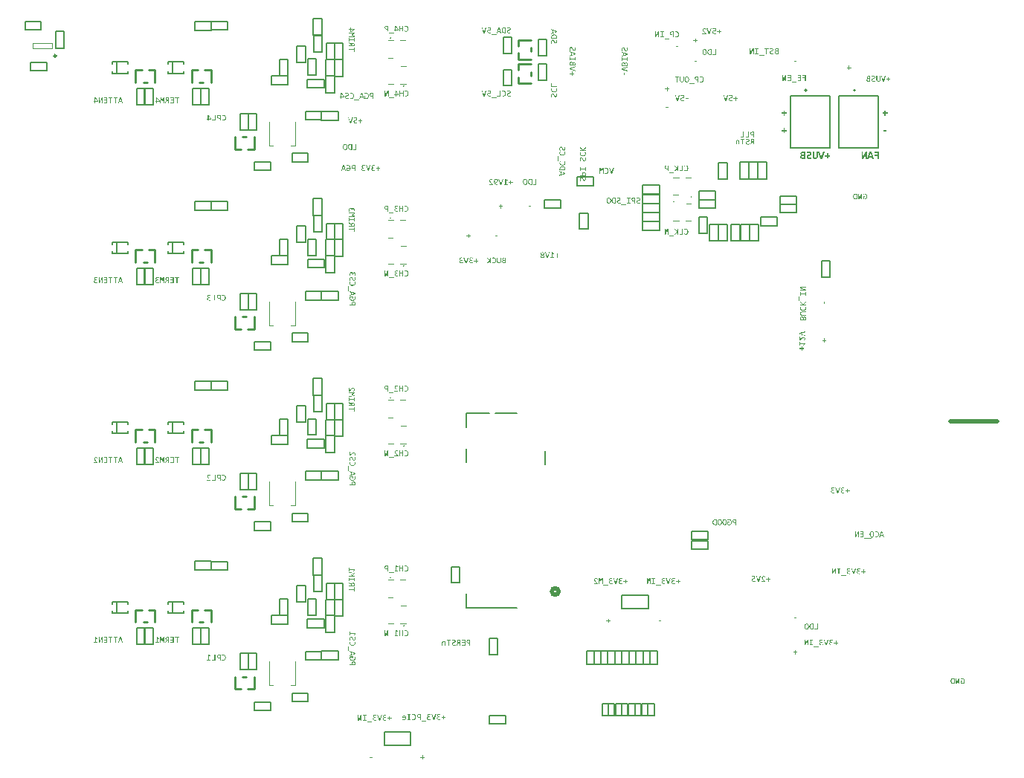
<source format=gbo>
G04*
G04 #@! TF.GenerationSoftware,Altium Limited,Altium Designer,23.11.1 (41)*
G04*
G04 Layer_Color=32896*
%FSAX25Y25*%
%MOIN*%
G70*
G04*
G04 #@! TF.SameCoordinates,37B83967-70CE-4148-B612-7C6AA95693ED*
G04*
G04*
G04 #@! TF.FilePolarity,Positive*
G04*
G01*
G75*
%ADD10C,0.00787*%
%ADD12C,0.00984*%
%ADD15C,0.00394*%
%ADD16C,0.02000*%
%ADD17C,0.00500*%
%ADD18C,0.01000*%
%ADD157C,0.01968*%
%ADD215C,0.00600*%
G36*
X0202298Y0369673D02*
X0201948D01*
Y0370853D01*
X0200869D01*
Y0369673D01*
X0200519D01*
Y0372242D01*
X0200869D01*
Y0371154D01*
X0201948D01*
Y0372242D01*
X0202298D01*
Y0369673D01*
D02*
G37*
G36*
X0203500Y0372273D02*
X0203591Y0372264D01*
X0203674Y0372247D01*
X0203744Y0372229D01*
X0203801Y0372212D01*
X0203845Y0372194D01*
X0203862Y0372190D01*
X0203875Y0372186D01*
X0203880Y0372181D01*
X0203884D01*
X0203958Y0372142D01*
X0204028Y0372098D01*
X0204089Y0372055D01*
X0204142Y0372011D01*
X0204186Y0371972D01*
X0204221Y0371941D01*
X0204238Y0371919D01*
X0204247Y0371910D01*
X0204299Y0371845D01*
X0204343Y0371770D01*
X0204382Y0371701D01*
X0204417Y0371635D01*
X0204439Y0371574D01*
X0204461Y0371530D01*
X0204465Y0371513D01*
X0204470Y0371499D01*
X0204474Y0371491D01*
Y0371486D01*
X0204500Y0371390D01*
X0204518Y0371294D01*
X0204535Y0371198D01*
X0204544Y0371115D01*
X0204548Y0371041D01*
Y0371006D01*
X0204553Y0370979D01*
Y0370958D01*
Y0370940D01*
Y0370931D01*
Y0370927D01*
X0204548Y0370813D01*
X0204540Y0370704D01*
X0204526Y0370604D01*
X0204509Y0370508D01*
X0204487Y0370425D01*
X0204461Y0370346D01*
X0204435Y0370271D01*
X0204409Y0370210D01*
X0204382Y0370153D01*
X0204356Y0370101D01*
X0204330Y0370062D01*
X0204308Y0370027D01*
X0204291Y0370001D01*
X0204277Y0369983D01*
X0204269Y0369970D01*
X0204264Y0369966D01*
X0204207Y0369909D01*
X0204142Y0369861D01*
X0204076Y0369817D01*
X0204011Y0369778D01*
X0203941Y0369747D01*
X0203871Y0369721D01*
X0203801Y0369699D01*
X0203735Y0369682D01*
X0203670Y0369669D01*
X0203613Y0369660D01*
X0203561Y0369651D01*
X0203517Y0369647D01*
X0203478D01*
X0203447Y0369642D01*
X0203425D01*
X0203299Y0369647D01*
X0203181Y0369664D01*
X0203071Y0369682D01*
X0202971Y0369708D01*
X0202927Y0369717D01*
X0202892Y0369730D01*
X0202857Y0369738D01*
X0202827Y0369752D01*
X0202805Y0369756D01*
X0202787Y0369765D01*
X0202779Y0369769D01*
X0202774D01*
Y0370101D01*
X0202883Y0370053D01*
X0202931Y0370036D01*
X0202975Y0370022D01*
X0203014Y0370009D01*
X0203045Y0370001D01*
X0203063Y0369992D01*
X0203071D01*
X0203185Y0369970D01*
X0203237Y0369966D01*
X0203285Y0369961D01*
X0203325Y0369957D01*
X0203386D01*
X0203456Y0369961D01*
X0203526Y0369970D01*
X0203587Y0369979D01*
X0203644Y0369996D01*
X0203696Y0370014D01*
X0203749Y0370036D01*
X0203792Y0370062D01*
X0203832Y0370084D01*
X0203867Y0370106D01*
X0203897Y0370132D01*
X0203924Y0370153D01*
X0203941Y0370171D01*
X0203958Y0370188D01*
X0203972Y0370202D01*
X0203976Y0370206D01*
X0203980Y0370210D01*
X0204015Y0370263D01*
X0204046Y0370315D01*
X0204098Y0370433D01*
X0204133Y0370560D01*
X0204155Y0370682D01*
X0204164Y0370739D01*
X0204173Y0370792D01*
X0204177Y0370840D01*
Y0370879D01*
X0204181Y0370914D01*
Y0370940D01*
Y0370958D01*
Y0370962D01*
X0204177Y0371049D01*
X0204173Y0371128D01*
X0204164Y0371198D01*
X0204155Y0371259D01*
X0204146Y0371312D01*
X0204138Y0371351D01*
X0204129Y0371373D01*
Y0371381D01*
X0204107Y0371447D01*
X0204081Y0371508D01*
X0204055Y0371565D01*
X0204028Y0371609D01*
X0204007Y0371648D01*
X0203989Y0371674D01*
X0203976Y0371692D01*
X0203972Y0371696D01*
X0203932Y0371744D01*
X0203889Y0371784D01*
X0203845Y0371818D01*
X0203805Y0371845D01*
X0203775Y0371867D01*
X0203744Y0371884D01*
X0203727Y0371893D01*
X0203722Y0371897D01*
X0203666Y0371919D01*
X0203609Y0371936D01*
X0203552Y0371950D01*
X0203504Y0371958D01*
X0203460Y0371963D01*
X0203425Y0371967D01*
X0203329D01*
X0203268Y0371958D01*
X0203211Y0371954D01*
X0203163Y0371945D01*
X0203124Y0371936D01*
X0203093Y0371932D01*
X0203076Y0371923D01*
X0203067D01*
X0202958Y0371888D01*
X0202910Y0371871D01*
X0202866Y0371853D01*
X0202827Y0371836D01*
X0202800Y0371823D01*
X0202779Y0371814D01*
X0202774Y0371810D01*
Y0372155D01*
X0202883Y0372194D01*
X0202931Y0372212D01*
X0202975Y0372225D01*
X0203014Y0372234D01*
X0203045Y0372242D01*
X0203063Y0372247D01*
X0203071D01*
X0203189Y0372264D01*
X0203242Y0372269D01*
X0203294Y0372273D01*
X0203338Y0372277D01*
X0203403D01*
X0203500Y0372273D01*
D02*
G37*
G36*
X0200218Y0370543D02*
Y0370241D01*
X0198981D01*
Y0369673D01*
X0198631D01*
Y0370241D01*
X0198190D01*
Y0370543D01*
X0198631D01*
Y0372242D01*
X0199125D01*
X0200218Y0370543D01*
D02*
G37*
G36*
X0195559Y0369673D02*
X0195210D01*
Y0370595D01*
X0194895D01*
X0194799Y0370599D01*
X0194707Y0370608D01*
X0194629Y0370617D01*
X0194563Y0370634D01*
X0194506Y0370647D01*
X0194467Y0370656D01*
X0194441Y0370665D01*
X0194432Y0370669D01*
X0194362Y0370700D01*
X0194301Y0370730D01*
X0194248Y0370765D01*
X0194200Y0370796D01*
X0194165Y0370822D01*
X0194139Y0370844D01*
X0194122Y0370862D01*
X0194117Y0370866D01*
X0194073Y0370914D01*
X0194034Y0370962D01*
X0194004Y0371006D01*
X0193977Y0371049D01*
X0193960Y0371084D01*
X0193942Y0371115D01*
X0193938Y0371132D01*
X0193934Y0371141D01*
X0193912Y0371198D01*
X0193899Y0371255D01*
X0193886Y0371312D01*
X0193881Y0371360D01*
X0193877Y0371399D01*
X0193872Y0371430D01*
Y0371447D01*
Y0371456D01*
X0193877Y0371534D01*
X0193886Y0371604D01*
X0193899Y0371666D01*
X0193912Y0371718D01*
X0193925Y0371762D01*
X0193938Y0371792D01*
X0193947Y0371810D01*
X0193951Y0371818D01*
X0193982Y0371871D01*
X0194017Y0371919D01*
X0194052Y0371958D01*
X0194087Y0371993D01*
X0194117Y0372024D01*
X0194143Y0372041D01*
X0194161Y0372055D01*
X0194165Y0372059D01*
X0194218Y0372094D01*
X0194270Y0372120D01*
X0194318Y0372146D01*
X0194366Y0372164D01*
X0194410Y0372181D01*
X0194441Y0372190D01*
X0194462Y0372199D01*
X0194471D01*
X0194602Y0372225D01*
X0194663Y0372234D01*
X0194720Y0372238D01*
X0194768Y0372242D01*
X0195559D01*
Y0369673D01*
D02*
G37*
G36*
X0198085Y0368864D02*
X0195870D01*
Y0369148D01*
X0198085D01*
Y0368864D01*
D02*
G37*
G36*
X0325462Y0278629D02*
X0325112D01*
Y0279888D01*
X0324146Y0278629D01*
X0323709D01*
X0324771Y0279976D01*
X0323758Y0281199D01*
X0324168D01*
X0325112Y0280002D01*
Y0281199D01*
X0325462D01*
Y0278629D01*
D02*
G37*
G36*
X0321100D02*
X0320751D01*
Y0279451D01*
Y0280749D01*
X0320546Y0280233D01*
X0319829Y0278629D01*
X0319353D01*
Y0281199D01*
X0319702D01*
Y0280469D01*
Y0279093D01*
X0319951Y0279678D01*
X0320633Y0281199D01*
X0321100D01*
Y0278629D01*
D02*
G37*
G36*
X0328966Y0281230D02*
X0329058Y0281221D01*
X0329141Y0281204D01*
X0329211Y0281186D01*
X0329268Y0281169D01*
X0329312Y0281151D01*
X0329329Y0281147D01*
X0329342Y0281142D01*
X0329347Y0281138D01*
X0329351D01*
X0329425Y0281099D01*
X0329495Y0281055D01*
X0329556Y0281011D01*
X0329609Y0280967D01*
X0329653Y0280928D01*
X0329688Y0280898D01*
X0329705Y0280876D01*
X0329714Y0280867D01*
X0329766Y0280801D01*
X0329810Y0280727D01*
X0329849Y0280657D01*
X0329884Y0280592D01*
X0329906Y0280531D01*
X0329928Y0280487D01*
X0329932Y0280469D01*
X0329937Y0280456D01*
X0329941Y0280447D01*
Y0280443D01*
X0329967Y0280347D01*
X0329985Y0280251D01*
X0330002Y0280155D01*
X0330011Y0280072D01*
X0330015Y0279997D01*
Y0279962D01*
X0330020Y0279936D01*
Y0279914D01*
Y0279897D01*
Y0279888D01*
Y0279884D01*
X0330015Y0279770D01*
X0330007Y0279661D01*
X0329994Y0279560D01*
X0329976Y0279464D01*
X0329954Y0279381D01*
X0329928Y0279303D01*
X0329902Y0279228D01*
X0329875Y0279167D01*
X0329849Y0279110D01*
X0329823Y0279058D01*
X0329797Y0279018D01*
X0329775Y0278983D01*
X0329757Y0278957D01*
X0329744Y0278940D01*
X0329736Y0278927D01*
X0329731Y0278922D01*
X0329675Y0278866D01*
X0329609Y0278817D01*
X0329543Y0278774D01*
X0329478Y0278734D01*
X0329408Y0278704D01*
X0329338Y0278678D01*
X0329268Y0278656D01*
X0329203Y0278638D01*
X0329137Y0278625D01*
X0329080Y0278616D01*
X0329028Y0278608D01*
X0328984Y0278603D01*
X0328945D01*
X0328914Y0278599D01*
X0328892D01*
X0328766Y0278603D01*
X0328647Y0278621D01*
X0328538Y0278638D01*
X0328438Y0278664D01*
X0328394Y0278673D01*
X0328359Y0278686D01*
X0328324Y0278695D01*
X0328293Y0278708D01*
X0328272Y0278713D01*
X0328254Y0278721D01*
X0328245Y0278726D01*
X0328241D01*
Y0279058D01*
X0328350Y0279010D01*
X0328398Y0278992D01*
X0328442Y0278979D01*
X0328481Y0278966D01*
X0328512Y0278957D01*
X0328530Y0278948D01*
X0328538D01*
X0328652Y0278927D01*
X0328704Y0278922D01*
X0328752Y0278918D01*
X0328792Y0278914D01*
X0328853D01*
X0328923Y0278918D01*
X0328993Y0278927D01*
X0329054Y0278935D01*
X0329111Y0278953D01*
X0329163Y0278970D01*
X0329216Y0278992D01*
X0329259Y0279018D01*
X0329299Y0279040D01*
X0329334Y0279062D01*
X0329364Y0279088D01*
X0329390Y0279110D01*
X0329408Y0279128D01*
X0329425Y0279145D01*
X0329438Y0279158D01*
X0329443Y0279163D01*
X0329447Y0279167D01*
X0329482Y0279220D01*
X0329513Y0279272D01*
X0329565Y0279390D01*
X0329600Y0279517D01*
X0329622Y0279639D01*
X0329631Y0279696D01*
X0329640Y0279748D01*
X0329644Y0279796D01*
Y0279836D01*
X0329648Y0279871D01*
Y0279897D01*
Y0279914D01*
Y0279919D01*
X0329644Y0280006D01*
X0329640Y0280085D01*
X0329631Y0280155D01*
X0329622Y0280216D01*
X0329613Y0280268D01*
X0329605Y0280308D01*
X0329596Y0280329D01*
Y0280338D01*
X0329574Y0280404D01*
X0329548Y0280465D01*
X0329521Y0280522D01*
X0329495Y0280565D01*
X0329473Y0280605D01*
X0329456Y0280631D01*
X0329443Y0280648D01*
X0329438Y0280653D01*
X0329399Y0280701D01*
X0329356Y0280740D01*
X0329312Y0280775D01*
X0329272Y0280801D01*
X0329242Y0280823D01*
X0329211Y0280841D01*
X0329194Y0280850D01*
X0329189Y0280854D01*
X0329133Y0280876D01*
X0329076Y0280893D01*
X0329019Y0280906D01*
X0328971Y0280915D01*
X0328927Y0280919D01*
X0328892Y0280924D01*
X0328796D01*
X0328735Y0280915D01*
X0328678Y0280911D01*
X0328630Y0280902D01*
X0328591Y0280893D01*
X0328560Y0280889D01*
X0328543Y0280880D01*
X0328534D01*
X0328425Y0280845D01*
X0328377Y0280828D01*
X0328333Y0280810D01*
X0328293Y0280793D01*
X0328267Y0280780D01*
X0328245Y0280771D01*
X0328241Y0280767D01*
Y0281112D01*
X0328350Y0281151D01*
X0328398Y0281169D01*
X0328442Y0281182D01*
X0328481Y0281190D01*
X0328512Y0281199D01*
X0328530Y0281204D01*
X0328538D01*
X0328656Y0281221D01*
X0328709Y0281225D01*
X0328761Y0281230D01*
X0328805Y0281234D01*
X0328870D01*
X0328966Y0281230D01*
D02*
G37*
G36*
X0327524Y0278629D02*
X0326043D01*
Y0278927D01*
X0327170D01*
Y0281199D01*
X0327524D01*
Y0278629D01*
D02*
G37*
G36*
X0323552Y0277821D02*
X0321337D01*
Y0278105D01*
X0323552D01*
Y0277821D01*
D02*
G37*
G36*
X0092124Y0178761D02*
X0092207Y0178752D01*
X0092281Y0178735D01*
X0092347Y0178717D01*
X0092399Y0178700D01*
X0092439Y0178682D01*
X0092465Y0178673D01*
X0092469Y0178669D01*
X0092473D01*
X0092543Y0178634D01*
X0092605Y0178590D01*
X0092661Y0178551D01*
X0092709Y0178512D01*
X0092749Y0178477D01*
X0092779Y0178450D01*
X0092797Y0178433D01*
X0092806Y0178424D01*
X0092618Y0178201D01*
X0092574Y0178241D01*
X0092535Y0178280D01*
X0092491Y0178311D01*
X0092456Y0178337D01*
X0092421Y0178359D01*
X0092395Y0178376D01*
X0092377Y0178385D01*
X0092373Y0178389D01*
X0092321Y0178416D01*
X0092268Y0178433D01*
X0092220Y0178446D01*
X0092172Y0178455D01*
X0092133Y0178459D01*
X0092102Y0178463D01*
X0092032D01*
X0091993Y0178459D01*
X0091962Y0178450D01*
X0091932Y0178446D01*
X0091905Y0178437D01*
X0091888Y0178429D01*
X0091879Y0178424D01*
X0091875D01*
X0091818Y0178389D01*
X0091770Y0178359D01*
X0091757Y0178341D01*
X0091744Y0178332D01*
X0091739Y0178324D01*
X0091735Y0178319D01*
X0091700Y0178267D01*
X0091674Y0178219D01*
X0091665Y0178197D01*
X0091661Y0178180D01*
X0091656Y0178171D01*
Y0178166D01*
X0091639Y0178105D01*
X0091634Y0178044D01*
X0091630Y0178022D01*
Y0178005D01*
Y0177992D01*
Y0177987D01*
X0091634Y0177917D01*
X0091639Y0177882D01*
Y0177856D01*
X0091643Y0177834D01*
X0091647Y0177817D01*
X0091652Y0177804D01*
Y0177799D01*
X0091669Y0177734D01*
X0091696Y0177677D01*
X0091709Y0177651D01*
X0091722Y0177633D01*
X0091726Y0177620D01*
X0091730Y0177616D01*
X0091779Y0177541D01*
X0091805Y0177506D01*
X0091831Y0177472D01*
X0091853Y0177445D01*
X0091870Y0177424D01*
X0091883Y0177406D01*
X0091888Y0177402D01*
X0091927Y0177358D01*
X0091971Y0177310D01*
X0092015Y0177262D01*
X0092058Y0177218D01*
X0092098Y0177179D01*
X0092128Y0177148D01*
X0092146Y0177131D01*
X0092154Y0177122D01*
X0092814Y0176462D01*
Y0176156D01*
X0091119D01*
Y0176484D01*
X0092369D01*
X0091905Y0176938D01*
X0091844Y0176995D01*
X0091792Y0177052D01*
X0091744Y0177100D01*
X0091700Y0177144D01*
X0091669Y0177179D01*
X0091643Y0177205D01*
X0091626Y0177223D01*
X0091621Y0177227D01*
X0091578Y0177275D01*
X0091538Y0177323D01*
X0091503Y0177367D01*
X0091473Y0177406D01*
X0091451Y0177441D01*
X0091433Y0177463D01*
X0091425Y0177480D01*
X0091420Y0177485D01*
X0091368Y0177576D01*
X0091346Y0177620D01*
X0091329Y0177659D01*
X0091315Y0177690D01*
X0091307Y0177716D01*
X0091298Y0177734D01*
Y0177738D01*
X0091276Y0177834D01*
X0091267Y0177882D01*
X0091263Y0177922D01*
X0091259Y0177961D01*
Y0177987D01*
Y0178009D01*
Y0178013D01*
X0091263Y0178079D01*
X0091267Y0178136D01*
X0091276Y0178188D01*
X0091285Y0178236D01*
X0091298Y0178276D01*
X0091307Y0178302D01*
X0091311Y0178324D01*
X0091315Y0178328D01*
X0091337Y0178381D01*
X0091364Y0178424D01*
X0091390Y0178463D01*
X0091416Y0178498D01*
X0091442Y0178525D01*
X0091460Y0178547D01*
X0091473Y0178560D01*
X0091477Y0178564D01*
X0091556Y0178630D01*
X0091595Y0178651D01*
X0091634Y0178673D01*
X0091669Y0178691D01*
X0091696Y0178704D01*
X0091713Y0178708D01*
X0091717Y0178713D01*
X0091770Y0178730D01*
X0091827Y0178743D01*
X0091879Y0178752D01*
X0091927Y0178761D01*
X0091971D01*
X0092001Y0178765D01*
X0092032D01*
X0092124Y0178761D01*
D02*
G37*
G36*
X0095222Y0176156D02*
X0094890D01*
X0094846Y0177734D01*
X0094838Y0178372D01*
X0094720Y0177979D01*
X0094357Y0176995D01*
X0094116D01*
X0093736Y0178018D01*
X0093614Y0178372D01*
X0093592Y0177760D01*
X0093540Y0176156D01*
X0093199D01*
X0093321Y0178726D01*
X0093749D01*
X0094116Y0177756D01*
X0094221Y0177428D01*
X0094335Y0177756D01*
X0094680Y0178726D01*
X0095095D01*
X0095222Y0176156D01*
D02*
G37*
G36*
X0101795Y0178429D02*
X0101034D01*
Y0176156D01*
X0100680D01*
Y0178429D01*
X0099920D01*
Y0178726D01*
X0101795D01*
Y0178429D01*
D02*
G37*
G36*
X0099356Y0176156D02*
X0097892D01*
Y0176453D01*
X0099007D01*
Y0177340D01*
X0097936D01*
Y0177638D01*
X0099007D01*
Y0178429D01*
X0097892D01*
Y0178726D01*
X0099356D01*
Y0176156D01*
D02*
G37*
G36*
X0097197D02*
X0096848D01*
Y0177301D01*
X0096686D01*
X0096629Y0177297D01*
X0096586Y0177292D01*
X0096568Y0177288D01*
X0096555D01*
X0096551Y0177284D01*
X0096546D01*
X0096503Y0177266D01*
X0096468Y0177253D01*
X0096441Y0177236D01*
X0096437Y0177231D01*
X0096433D01*
X0096393Y0177201D01*
X0096363Y0177170D01*
X0096345Y0177144D01*
X0096337Y0177135D01*
Y0177131D01*
X0096302Y0177083D01*
X0096271Y0177030D01*
X0096262Y0177008D01*
X0096254Y0176995D01*
X0096245Y0176982D01*
Y0176978D01*
X0095860Y0176156D01*
X0095463D01*
X0095873Y0177000D01*
X0095904Y0177052D01*
X0095930Y0177104D01*
X0095956Y0177144D01*
X0095982Y0177179D01*
X0096000Y0177209D01*
X0096017Y0177227D01*
X0096026Y0177240D01*
X0096031Y0177244D01*
X0096061Y0177279D01*
X0096092Y0177305D01*
X0096122Y0177332D01*
X0096149Y0177349D01*
X0096175Y0177362D01*
X0096197Y0177371D01*
X0096210Y0177380D01*
X0096214D01*
X0096166Y0177393D01*
X0096118Y0177406D01*
X0096079Y0177424D01*
X0096044Y0177437D01*
X0096017Y0177450D01*
X0095996Y0177463D01*
X0095982Y0177467D01*
X0095978Y0177472D01*
X0095908Y0177524D01*
X0095878Y0177550D01*
X0095851Y0177572D01*
X0095830Y0177594D01*
X0095816Y0177611D01*
X0095808Y0177620D01*
X0095803Y0177624D01*
X0095755Y0177690D01*
X0095725Y0177756D01*
X0095712Y0177777D01*
X0095703Y0177799D01*
X0095698Y0177812D01*
Y0177817D01*
X0095677Y0177900D01*
X0095668Y0177939D01*
X0095663Y0177974D01*
X0095659Y0178005D01*
Y0178026D01*
Y0178044D01*
Y0178048D01*
Y0178105D01*
X0095668Y0178153D01*
X0095677Y0178201D01*
X0095685Y0178241D01*
X0095694Y0178276D01*
X0095703Y0178302D01*
X0095707Y0178319D01*
X0095712Y0178324D01*
X0095733Y0178367D01*
X0095755Y0178411D01*
X0095781Y0178446D01*
X0095808Y0178477D01*
X0095830Y0178503D01*
X0095847Y0178520D01*
X0095860Y0178533D01*
X0095864Y0178538D01*
X0095904Y0178568D01*
X0095948Y0178595D01*
X0095991Y0178621D01*
X0096035Y0178638D01*
X0096070Y0178651D01*
X0096100Y0178665D01*
X0096118Y0178673D01*
X0096127D01*
X0096188Y0178691D01*
X0096254Y0178704D01*
X0096319Y0178713D01*
X0096380Y0178721D01*
X0096433D01*
X0096472Y0178726D01*
X0097197D01*
Y0176156D01*
D02*
G37*
G36*
X0092821Y0097615D02*
X0092699Y0097322D01*
X0092082Y0097654D01*
Y0095780D01*
X0092742D01*
Y0095461D01*
X0091130D01*
Y0095780D01*
X0091702D01*
Y0098043D01*
X0092008D01*
X0092821Y0097615D01*
D02*
G37*
G36*
X0095211Y0095461D02*
X0094879D01*
X0094835Y0097038D01*
X0094827Y0097676D01*
X0094709Y0097283D01*
X0094346Y0096300D01*
X0094106D01*
X0093725Y0097322D01*
X0093603Y0097676D01*
X0093581Y0097064D01*
X0093529Y0095461D01*
X0093188D01*
X0093310Y0098030D01*
X0093739D01*
X0094106Y0097060D01*
X0094210Y0096732D01*
X0094324Y0097060D01*
X0094669Y0098030D01*
X0095085D01*
X0095211Y0095461D01*
D02*
G37*
G36*
X0101784Y0097733D02*
X0101023D01*
Y0095461D01*
X0100669D01*
Y0097733D01*
X0099909D01*
Y0098030D01*
X0101784D01*
Y0097733D01*
D02*
G37*
G36*
X0099345Y0095461D02*
X0097881D01*
Y0095758D01*
X0098996D01*
Y0096645D01*
X0097925D01*
Y0096942D01*
X0098996D01*
Y0097733D01*
X0097881D01*
Y0098030D01*
X0099345D01*
Y0095461D01*
D02*
G37*
G36*
X0097186D02*
X0096837D01*
Y0096606D01*
X0096675D01*
X0096618Y0096601D01*
X0096575Y0096597D01*
X0096557Y0096592D01*
X0096544D01*
X0096540Y0096588D01*
X0096535D01*
X0096492Y0096571D01*
X0096457Y0096557D01*
X0096430Y0096540D01*
X0096426Y0096536D01*
X0096422D01*
X0096382Y0096505D01*
X0096352Y0096474D01*
X0096334Y0096448D01*
X0096326Y0096439D01*
Y0096435D01*
X0096291Y0096387D01*
X0096260Y0096335D01*
X0096251Y0096313D01*
X0096243Y0096300D01*
X0096234Y0096287D01*
Y0096282D01*
X0095849Y0095461D01*
X0095452D01*
X0095862Y0096304D01*
X0095893Y0096356D01*
X0095919Y0096409D01*
X0095945Y0096448D01*
X0095972Y0096483D01*
X0095989Y0096514D01*
X0096007Y0096531D01*
X0096015Y0096544D01*
X0096020Y0096549D01*
X0096050Y0096584D01*
X0096081Y0096610D01*
X0096112Y0096636D01*
X0096138Y0096654D01*
X0096164Y0096667D01*
X0096186Y0096675D01*
X0096199Y0096684D01*
X0096203D01*
X0096155Y0096697D01*
X0096107Y0096710D01*
X0096068Y0096728D01*
X0096033Y0096741D01*
X0096007Y0096754D01*
X0095985Y0096767D01*
X0095972Y0096772D01*
X0095967Y0096776D01*
X0095897Y0096828D01*
X0095867Y0096855D01*
X0095841Y0096877D01*
X0095819Y0096898D01*
X0095806Y0096916D01*
X0095797Y0096925D01*
X0095792Y0096929D01*
X0095744Y0096995D01*
X0095714Y0097060D01*
X0095701Y0097082D01*
X0095692Y0097104D01*
X0095688Y0097117D01*
Y0097121D01*
X0095666Y0097204D01*
X0095657Y0097244D01*
X0095653Y0097278D01*
X0095648Y0097309D01*
Y0097331D01*
Y0097348D01*
Y0097353D01*
Y0097410D01*
X0095657Y0097458D01*
X0095666Y0097506D01*
X0095675Y0097545D01*
X0095683Y0097580D01*
X0095692Y0097606D01*
X0095696Y0097624D01*
X0095701Y0097628D01*
X0095723Y0097672D01*
X0095744Y0097716D01*
X0095771Y0097751D01*
X0095797Y0097781D01*
X0095819Y0097807D01*
X0095836Y0097825D01*
X0095849Y0097838D01*
X0095854Y0097842D01*
X0095893Y0097873D01*
X0095937Y0097899D01*
X0095980Y0097925D01*
X0096024Y0097943D01*
X0096059Y0097956D01*
X0096090Y0097969D01*
X0096107Y0097978D01*
X0096116D01*
X0096177Y0097995D01*
X0096243Y0098008D01*
X0096308Y0098017D01*
X0096369Y0098026D01*
X0096422D01*
X0096461Y0098030D01*
X0097186D01*
Y0095461D01*
D02*
G37*
G36*
X0178157Y0208737D02*
X0178612Y0209200D01*
X0178668Y0209262D01*
X0178725Y0209314D01*
X0178773Y0209362D01*
X0178817Y0209406D01*
X0178852Y0209436D01*
X0178878Y0209463D01*
X0178896Y0209480D01*
X0178900Y0209485D01*
X0178948Y0209528D01*
X0178996Y0209567D01*
X0179040Y0209602D01*
X0179079Y0209633D01*
X0179114Y0209655D01*
X0179136Y0209672D01*
X0179154Y0209681D01*
X0179158Y0209685D01*
X0179250Y0209738D01*
X0179293Y0209760D01*
X0179333Y0209777D01*
X0179363Y0209790D01*
X0179390Y0209799D01*
X0179407Y0209808D01*
X0179411D01*
X0179508Y0209830D01*
X0179556Y0209839D01*
X0179595Y0209843D01*
X0179634Y0209847D01*
X0179660D01*
X0179682D01*
X0179687D01*
X0179752Y0209843D01*
X0179809Y0209839D01*
X0179861Y0209830D01*
X0179910Y0209821D01*
X0179949Y0209808D01*
X0179975Y0209799D01*
X0179997Y0209795D01*
X0180001Y0209790D01*
X0180054Y0209769D01*
X0180097Y0209742D01*
X0180137Y0209716D01*
X0180172Y0209690D01*
X0180198Y0209664D01*
X0180220Y0209646D01*
X0180233Y0209633D01*
X0180237Y0209629D01*
X0180303Y0209550D01*
X0180325Y0209511D01*
X0180347Y0209471D01*
X0180364Y0209436D01*
X0180377Y0209410D01*
X0180382Y0209393D01*
X0180386Y0209388D01*
X0180403Y0209336D01*
X0180417Y0209279D01*
X0180425Y0209227D01*
X0180434Y0209179D01*
Y0209135D01*
X0180438Y0209104D01*
Y0209074D01*
X0180434Y0208982D01*
X0180425Y0208899D01*
X0180408Y0208825D01*
X0180390Y0208759D01*
X0180373Y0208707D01*
X0180355Y0208667D01*
X0180347Y0208641D01*
X0180342Y0208637D01*
Y0208632D01*
X0180307Y0208562D01*
X0180263Y0208501D01*
X0180224Y0208444D01*
X0180185Y0208396D01*
X0180150Y0208357D01*
X0180124Y0208326D01*
X0180106Y0208309D01*
X0180097Y0208300D01*
X0179875Y0208488D01*
X0179914Y0208532D01*
X0179953Y0208571D01*
X0179984Y0208615D01*
X0180010Y0208650D01*
X0180032Y0208685D01*
X0180049Y0208711D01*
X0180058Y0208729D01*
X0180062Y0208733D01*
X0180089Y0208785D01*
X0180106Y0208838D01*
X0180119Y0208886D01*
X0180128Y0208934D01*
X0180132Y0208973D01*
X0180137Y0209004D01*
Y0209074D01*
X0180132Y0209113D01*
X0180124Y0209144D01*
X0180119Y0209174D01*
X0180111Y0209200D01*
X0180102Y0209218D01*
X0180097Y0209227D01*
Y0209231D01*
X0180062Y0209288D01*
X0180032Y0209336D01*
X0180014Y0209349D01*
X0180006Y0209362D01*
X0179997Y0209366D01*
X0179993Y0209371D01*
X0179940Y0209406D01*
X0179892Y0209432D01*
X0179870Y0209441D01*
X0179853Y0209445D01*
X0179844Y0209450D01*
X0179840D01*
X0179778Y0209467D01*
X0179717Y0209471D01*
X0179695Y0209476D01*
X0179678D01*
X0179665D01*
X0179660D01*
X0179590Y0209471D01*
X0179556Y0209467D01*
X0179529D01*
X0179508Y0209463D01*
X0179490Y0209458D01*
X0179477Y0209454D01*
X0179472D01*
X0179407Y0209436D01*
X0179350Y0209410D01*
X0179324Y0209397D01*
X0179306Y0209384D01*
X0179293Y0209380D01*
X0179289Y0209375D01*
X0179215Y0209327D01*
X0179180Y0209301D01*
X0179145Y0209275D01*
X0179119Y0209253D01*
X0179097Y0209235D01*
X0179079Y0209222D01*
X0179075Y0209218D01*
X0179031Y0209179D01*
X0178983Y0209135D01*
X0178935Y0209091D01*
X0178891Y0209048D01*
X0178852Y0209008D01*
X0178821Y0208978D01*
X0178804Y0208960D01*
X0178795Y0208951D01*
X0178135Y0208292D01*
X0177829D01*
Y0209987D01*
X0178157D01*
Y0208737D01*
D02*
G37*
G36*
X0180399Y0207785D02*
Y0207356D01*
X0179429Y0206989D01*
X0179101Y0206884D01*
X0179429Y0206771D01*
X0180399Y0206425D01*
Y0206010D01*
X0177829Y0205884D01*
Y0206216D01*
X0179407Y0206259D01*
X0180045Y0206268D01*
X0179652Y0206386D01*
X0178668Y0206749D01*
Y0206989D01*
X0179691Y0207369D01*
X0180045Y0207492D01*
X0179433Y0207514D01*
X0177829Y0207566D01*
Y0207907D01*
X0180399Y0207785D01*
D02*
G37*
G36*
Y0203908D02*
X0180102D01*
Y0204503D01*
X0178127D01*
Y0203908D01*
X0177829D01*
Y0205451D01*
X0178127D01*
Y0204857D01*
X0180102D01*
Y0205451D01*
X0180399D01*
Y0203908D01*
D02*
G37*
G36*
X0178673Y0203017D02*
X0178725Y0202986D01*
X0178778Y0202960D01*
X0178817Y0202934D01*
X0178852Y0202908D01*
X0178883Y0202890D01*
X0178900Y0202873D01*
X0178913Y0202864D01*
X0178918Y0202860D01*
X0178953Y0202829D01*
X0178979Y0202798D01*
X0179005Y0202768D01*
X0179022Y0202742D01*
X0179035Y0202715D01*
X0179044Y0202694D01*
X0179053Y0202680D01*
Y0202676D01*
X0179066Y0202724D01*
X0179079Y0202772D01*
X0179097Y0202812D01*
X0179110Y0202847D01*
X0179123Y0202873D01*
X0179136Y0202894D01*
X0179140Y0202908D01*
X0179145Y0202912D01*
X0179197Y0202982D01*
X0179224Y0203012D01*
X0179245Y0203039D01*
X0179267Y0203061D01*
X0179285Y0203074D01*
X0179293Y0203082D01*
X0179298Y0203087D01*
X0179363Y0203135D01*
X0179429Y0203166D01*
X0179451Y0203179D01*
X0179472Y0203187D01*
X0179486Y0203192D01*
X0179490D01*
X0179573Y0203214D01*
X0179612Y0203222D01*
X0179647Y0203227D01*
X0179678Y0203231D01*
X0179700D01*
X0179717D01*
X0179722D01*
X0179778D01*
X0179826Y0203222D01*
X0179875Y0203214D01*
X0179914Y0203205D01*
X0179949Y0203196D01*
X0179975Y0203187D01*
X0179993Y0203183D01*
X0179997Y0203179D01*
X0180041Y0203157D01*
X0180084Y0203135D01*
X0180119Y0203109D01*
X0180150Y0203082D01*
X0180176Y0203061D01*
X0180194Y0203043D01*
X0180207Y0203030D01*
X0180211Y0203026D01*
X0180242Y0202986D01*
X0180268Y0202943D01*
X0180294Y0202899D01*
X0180312Y0202855D01*
X0180325Y0202820D01*
X0180338Y0202790D01*
X0180347Y0202772D01*
Y0202763D01*
X0180364Y0202702D01*
X0180377Y0202637D01*
X0180386Y0202571D01*
X0180395Y0202510D01*
Y0202457D01*
X0180399Y0202418D01*
Y0201693D01*
X0177829D01*
Y0202042D01*
X0178974D01*
Y0202204D01*
X0178970Y0202261D01*
X0178966Y0202305D01*
X0178961Y0202322D01*
Y0202335D01*
X0178957Y0202340D01*
Y0202344D01*
X0178939Y0202388D01*
X0178926Y0202423D01*
X0178909Y0202449D01*
X0178904Y0202453D01*
Y0202457D01*
X0178874Y0202497D01*
X0178843Y0202527D01*
X0178817Y0202545D01*
X0178808Y0202554D01*
X0178804D01*
X0178756Y0202589D01*
X0178703Y0202619D01*
X0178682Y0202628D01*
X0178668Y0202637D01*
X0178655Y0202645D01*
X0178651D01*
X0177829Y0203030D01*
Y0203428D01*
X0178673Y0203017D01*
D02*
G37*
G36*
X0180399Y0199311D02*
X0180102D01*
Y0200072D01*
X0177829D01*
Y0200426D01*
X0180102D01*
Y0201186D01*
X0180399D01*
Y0199311D01*
D02*
G37*
G36*
X0232871Y0268345D02*
X0232888D01*
X0232906Y0268341D01*
X0232919D01*
X0232971Y0268332D01*
X0233019Y0268328D01*
X0233041Y0268323D01*
X0233054D01*
X0233063Y0268319D01*
X0233067D01*
X0233124Y0268310D01*
X0233172Y0268297D01*
X0233190Y0268293D01*
X0233207D01*
X0233216Y0268288D01*
X0233220D01*
X0233273Y0268275D01*
X0233316Y0268262D01*
X0233334Y0268258D01*
X0233347Y0268253D01*
X0233356Y0268249D01*
X0233360D01*
Y0267952D01*
X0233303Y0267969D01*
X0233246Y0267982D01*
X0233198Y0267996D01*
X0233155Y0268009D01*
X0233120Y0268017D01*
X0233089Y0268022D01*
X0233071Y0268026D01*
X0233067D01*
X0232967Y0268044D01*
X0232919Y0268048D01*
X0232879D01*
X0232844Y0268052D01*
X0232796D01*
X0232709Y0268048D01*
X0232634Y0268039D01*
X0232569Y0268022D01*
X0232517Y0268004D01*
X0232477Y0267987D01*
X0232447Y0267969D01*
X0232429Y0267961D01*
X0232425Y0267956D01*
X0232381Y0267917D01*
X0232350Y0267869D01*
X0232329Y0267821D01*
X0232315Y0267768D01*
X0232302Y0267725D01*
X0232298Y0267690D01*
Y0267663D01*
Y0267659D01*
Y0267655D01*
X0232302Y0267580D01*
X0232311Y0267545D01*
X0232315Y0267519D01*
X0232324Y0267493D01*
X0232333Y0267476D01*
X0232337Y0267467D01*
Y0267462D01*
X0232368Y0267406D01*
X0232403Y0267362D01*
X0232416Y0267344D01*
X0232429Y0267331D01*
X0232438Y0267327D01*
X0232442Y0267322D01*
X0232495Y0267283D01*
X0232547Y0267257D01*
X0232569Y0267248D01*
X0232587Y0267239D01*
X0232600Y0267235D01*
X0232604D01*
X0232678Y0267218D01*
X0232713Y0267213D01*
X0232748Y0267209D01*
X0232774Y0267205D01*
X0233115D01*
Y0266925D01*
X0232822D01*
X0232722Y0266920D01*
X0232678Y0266916D01*
X0232639Y0266912D01*
X0232608Y0266903D01*
X0232587Y0266899D01*
X0232569Y0266894D01*
X0232565D01*
X0232521Y0266885D01*
X0232482Y0266872D01*
X0232447Y0266859D01*
X0232416Y0266846D01*
X0232390Y0266833D01*
X0232372Y0266824D01*
X0232364Y0266820D01*
X0232359Y0266816D01*
X0232302Y0266772D01*
X0232259Y0266733D01*
X0232246Y0266711D01*
X0232232Y0266698D01*
X0232224Y0266689D01*
Y0266685D01*
X0232206Y0266654D01*
X0232198Y0266623D01*
X0232180Y0266562D01*
Y0266540D01*
X0232176Y0266518D01*
Y0266505D01*
Y0266501D01*
X0232184Y0266418D01*
X0232189Y0266383D01*
X0232198Y0266352D01*
X0232206Y0266326D01*
X0232211Y0266309D01*
X0232219Y0266296D01*
Y0266291D01*
X0232237Y0266256D01*
X0232254Y0266230D01*
X0232298Y0266178D01*
X0232315Y0266160D01*
X0232333Y0266147D01*
X0232342Y0266138D01*
X0232346Y0266134D01*
X0232381Y0266112D01*
X0232416Y0266090D01*
X0232490Y0266060D01*
X0232521Y0266047D01*
X0232547Y0266042D01*
X0232565Y0266033D01*
X0232569D01*
X0232621Y0266025D01*
X0232678Y0266016D01*
X0232731Y0266012D01*
X0232783Y0266007D01*
X0232827Y0266003D01*
X0232997D01*
X0233045Y0266007D01*
X0233124D01*
X0233150Y0266012D01*
X0233176D01*
X0233273Y0266025D01*
X0233316Y0266029D01*
X0233356Y0266033D01*
X0233386Y0266038D01*
X0233408Y0266042D01*
X0233425Y0266047D01*
X0233430D01*
Y0265741D01*
X0233351Y0265732D01*
X0233312Y0265727D01*
X0233277Y0265723D01*
X0233246D01*
X0233225Y0265719D01*
X0233203D01*
X0233106Y0265710D01*
X0233063D01*
X0233019Y0265706D01*
X0232927D01*
X0232827Y0265710D01*
X0232735Y0265714D01*
X0232652Y0265723D01*
X0232582Y0265736D01*
X0232521Y0265749D01*
X0232477Y0265758D01*
X0232464Y0265762D01*
X0232451D01*
X0232447Y0265767D01*
X0232442D01*
X0232368Y0265793D01*
X0232298Y0265824D01*
X0232241Y0265850D01*
X0232189Y0265880D01*
X0232150Y0265902D01*
X0232123Y0265924D01*
X0232101Y0265937D01*
X0232097Y0265942D01*
X0232049Y0265985D01*
X0232005Y0266029D01*
X0231970Y0266073D01*
X0231940Y0266112D01*
X0231918Y0266147D01*
X0231900Y0266173D01*
X0231892Y0266195D01*
X0231887Y0266199D01*
X0231865Y0266256D01*
X0231848Y0266313D01*
X0231835Y0266366D01*
X0231826Y0266414D01*
X0231822Y0266457D01*
X0231817Y0266488D01*
Y0266510D01*
Y0266518D01*
Y0266562D01*
X0231826Y0266606D01*
X0231835Y0266641D01*
X0231844Y0266676D01*
X0231852Y0266702D01*
X0231861Y0266724D01*
X0231865Y0266737D01*
X0231870Y0266741D01*
X0231909Y0266811D01*
X0231931Y0266842D01*
X0231953Y0266868D01*
X0231970Y0266885D01*
X0231983Y0266903D01*
X0231992Y0266912D01*
X0231996Y0266916D01*
X0232053Y0266964D01*
X0232110Y0267003D01*
X0232136Y0267017D01*
X0232154Y0267025D01*
X0232167Y0267034D01*
X0232171D01*
X0232241Y0267065D01*
X0232276Y0267078D01*
X0232307Y0267087D01*
X0232333Y0267091D01*
X0232350Y0267095D01*
X0232364Y0267100D01*
X0232368D01*
X0232298Y0267135D01*
X0232232Y0267174D01*
X0232180Y0267213D01*
X0232136Y0267253D01*
X0232101Y0267283D01*
X0232075Y0267309D01*
X0232058Y0267331D01*
X0232053Y0267336D01*
X0232014Y0267397D01*
X0231988Y0267458D01*
X0231966Y0267519D01*
X0231953Y0267580D01*
X0231944Y0267628D01*
X0231940Y0267672D01*
Y0267698D01*
Y0267703D01*
Y0267707D01*
X0231944Y0267759D01*
X0231948Y0267812D01*
X0231957Y0267856D01*
X0231966Y0267895D01*
X0231979Y0267930D01*
X0231988Y0267952D01*
X0231992Y0267969D01*
X0231996Y0267974D01*
X0232018Y0268017D01*
X0232045Y0268057D01*
X0232071Y0268087D01*
X0232093Y0268118D01*
X0232119Y0268144D01*
X0232136Y0268162D01*
X0232150Y0268170D01*
X0232154Y0268175D01*
X0232193Y0268205D01*
X0232237Y0268232D01*
X0232281Y0268253D01*
X0232324Y0268271D01*
X0232359Y0268284D01*
X0232390Y0268293D01*
X0232407Y0268301D01*
X0232416D01*
X0232477Y0268319D01*
X0232538Y0268328D01*
X0232595Y0268336D01*
X0232652Y0268345D01*
X0232700D01*
X0232739Y0268350D01*
X0232822D01*
X0232871Y0268345D01*
D02*
G37*
G36*
X0228439D02*
X0228457D01*
X0228474Y0268341D01*
X0228487D01*
X0228540Y0268332D01*
X0228588Y0268328D01*
X0228610Y0268323D01*
X0228623D01*
X0228632Y0268319D01*
X0228636D01*
X0228693Y0268310D01*
X0228741Y0268297D01*
X0228758Y0268293D01*
X0228776D01*
X0228785Y0268288D01*
X0228789D01*
X0228841Y0268275D01*
X0228885Y0268262D01*
X0228903Y0268258D01*
X0228916Y0268253D01*
X0228924Y0268249D01*
X0228929D01*
Y0267952D01*
X0228872Y0267969D01*
X0228815Y0267982D01*
X0228767Y0267996D01*
X0228723Y0268009D01*
X0228688Y0268017D01*
X0228658Y0268022D01*
X0228640Y0268026D01*
X0228636D01*
X0228536Y0268044D01*
X0228487Y0268048D01*
X0228448D01*
X0228413Y0268052D01*
X0228365D01*
X0228278Y0268048D01*
X0228203Y0268039D01*
X0228138Y0268022D01*
X0228085Y0268004D01*
X0228046Y0267987D01*
X0228015Y0267969D01*
X0227998Y0267961D01*
X0227994Y0267956D01*
X0227950Y0267917D01*
X0227919Y0267869D01*
X0227898Y0267821D01*
X0227884Y0267768D01*
X0227871Y0267725D01*
X0227867Y0267690D01*
Y0267663D01*
Y0267659D01*
Y0267655D01*
X0227871Y0267580D01*
X0227880Y0267545D01*
X0227884Y0267519D01*
X0227893Y0267493D01*
X0227902Y0267476D01*
X0227906Y0267467D01*
Y0267462D01*
X0227937Y0267406D01*
X0227972Y0267362D01*
X0227985Y0267344D01*
X0227998Y0267331D01*
X0228007Y0267327D01*
X0228011Y0267322D01*
X0228064Y0267283D01*
X0228116Y0267257D01*
X0228138Y0267248D01*
X0228155Y0267239D01*
X0228168Y0267235D01*
X0228173D01*
X0228247Y0267218D01*
X0228282Y0267213D01*
X0228317Y0267209D01*
X0228343Y0267205D01*
X0228684D01*
Y0266925D01*
X0228391D01*
X0228291Y0266920D01*
X0228247Y0266916D01*
X0228208Y0266912D01*
X0228177Y0266903D01*
X0228155Y0266899D01*
X0228138Y0266894D01*
X0228133D01*
X0228090Y0266885D01*
X0228050Y0266872D01*
X0228015Y0266859D01*
X0227985Y0266846D01*
X0227959Y0266833D01*
X0227941Y0266824D01*
X0227932Y0266820D01*
X0227928Y0266816D01*
X0227871Y0266772D01*
X0227828Y0266733D01*
X0227814Y0266711D01*
X0227801Y0266698D01*
X0227793Y0266689D01*
Y0266685D01*
X0227775Y0266654D01*
X0227766Y0266623D01*
X0227749Y0266562D01*
Y0266540D01*
X0227745Y0266518D01*
Y0266505D01*
Y0266501D01*
X0227753Y0266418D01*
X0227758Y0266383D01*
X0227766Y0266352D01*
X0227775Y0266326D01*
X0227780Y0266309D01*
X0227788Y0266296D01*
Y0266291D01*
X0227806Y0266256D01*
X0227823Y0266230D01*
X0227867Y0266178D01*
X0227884Y0266160D01*
X0227902Y0266147D01*
X0227911Y0266138D01*
X0227915Y0266134D01*
X0227950Y0266112D01*
X0227985Y0266090D01*
X0228059Y0266060D01*
X0228090Y0266047D01*
X0228116Y0266042D01*
X0228133Y0266033D01*
X0228138D01*
X0228190Y0266025D01*
X0228247Y0266016D01*
X0228299Y0266012D01*
X0228352Y0266007D01*
X0228396Y0266003D01*
X0228566D01*
X0228614Y0266007D01*
X0228693D01*
X0228719Y0266012D01*
X0228745D01*
X0228841Y0266025D01*
X0228885Y0266029D01*
X0228924Y0266033D01*
X0228955Y0266038D01*
X0228977Y0266042D01*
X0228994Y0266047D01*
X0228999D01*
Y0265741D01*
X0228920Y0265732D01*
X0228881Y0265727D01*
X0228846Y0265723D01*
X0228815D01*
X0228793Y0265719D01*
X0228771D01*
X0228675Y0265710D01*
X0228632D01*
X0228588Y0265706D01*
X0228496D01*
X0228396Y0265710D01*
X0228304Y0265714D01*
X0228221Y0265723D01*
X0228151Y0265736D01*
X0228090Y0265749D01*
X0228046Y0265758D01*
X0228033Y0265762D01*
X0228020D01*
X0228015Y0265767D01*
X0228011D01*
X0227937Y0265793D01*
X0227867Y0265824D01*
X0227810Y0265850D01*
X0227758Y0265880D01*
X0227718Y0265902D01*
X0227692Y0265924D01*
X0227670Y0265937D01*
X0227666Y0265942D01*
X0227618Y0265985D01*
X0227574Y0266029D01*
X0227539Y0266073D01*
X0227508Y0266112D01*
X0227487Y0266147D01*
X0227469Y0266173D01*
X0227461Y0266195D01*
X0227456Y0266199D01*
X0227434Y0266256D01*
X0227417Y0266313D01*
X0227404Y0266366D01*
X0227395Y0266414D01*
X0227391Y0266457D01*
X0227386Y0266488D01*
Y0266510D01*
Y0266518D01*
Y0266562D01*
X0227395Y0266606D01*
X0227404Y0266641D01*
X0227412Y0266676D01*
X0227421Y0266702D01*
X0227430Y0266724D01*
X0227434Y0266737D01*
X0227439Y0266741D01*
X0227478Y0266811D01*
X0227500Y0266842D01*
X0227522Y0266868D01*
X0227539Y0266885D01*
X0227552Y0266903D01*
X0227561Y0266912D01*
X0227565Y0266916D01*
X0227622Y0266964D01*
X0227679Y0267003D01*
X0227705Y0267017D01*
X0227723Y0267025D01*
X0227736Y0267034D01*
X0227740D01*
X0227810Y0267065D01*
X0227845Y0267078D01*
X0227876Y0267087D01*
X0227902Y0267091D01*
X0227919Y0267095D01*
X0227932Y0267100D01*
X0227937D01*
X0227867Y0267135D01*
X0227801Y0267174D01*
X0227749Y0267213D01*
X0227705Y0267253D01*
X0227670Y0267283D01*
X0227644Y0267309D01*
X0227626Y0267331D01*
X0227622Y0267336D01*
X0227583Y0267397D01*
X0227557Y0267458D01*
X0227535Y0267519D01*
X0227522Y0267580D01*
X0227513Y0267628D01*
X0227508Y0267672D01*
Y0267698D01*
Y0267703D01*
Y0267707D01*
X0227513Y0267759D01*
X0227517Y0267812D01*
X0227526Y0267856D01*
X0227535Y0267895D01*
X0227548Y0267930D01*
X0227557Y0267952D01*
X0227561Y0267969D01*
X0227565Y0267974D01*
X0227587Y0268017D01*
X0227613Y0268057D01*
X0227640Y0268087D01*
X0227661Y0268118D01*
X0227688Y0268144D01*
X0227705Y0268162D01*
X0227718Y0268170D01*
X0227723Y0268175D01*
X0227762Y0268205D01*
X0227806Y0268232D01*
X0227849Y0268253D01*
X0227893Y0268271D01*
X0227928Y0268284D01*
X0227959Y0268293D01*
X0227976Y0268301D01*
X0227985D01*
X0228046Y0268319D01*
X0228107Y0268328D01*
X0228164Y0268336D01*
X0228221Y0268345D01*
X0228269D01*
X0228308Y0268350D01*
X0228391D01*
X0228439Y0268345D01*
D02*
G37*
G36*
X0230677Y0265741D02*
X0230205D01*
X0229331Y0268310D01*
X0229707D01*
X0230262Y0266575D01*
X0230423Y0266068D01*
X0230581Y0266575D01*
X0231131Y0268310D01*
X0231529D01*
X0230677Y0265741D01*
D02*
G37*
G36*
X0235034Y0266960D02*
X0235803D01*
Y0266663D01*
X0235029D01*
Y0265859D01*
X0234693D01*
Y0266663D01*
X0233919D01*
Y0266960D01*
X0234693D01*
Y0267755D01*
X0235034D01*
Y0266960D01*
D02*
G37*
G36*
X0178719Y0370991D02*
X0180419D01*
Y0370497D01*
X0178719Y0369405D01*
X0178417D01*
Y0370642D01*
X0177849D01*
Y0370991D01*
X0178417D01*
Y0371433D01*
X0178719D01*
Y0370991D01*
D02*
G37*
G36*
X0180419Y0369104D02*
Y0368675D01*
X0179448Y0368308D01*
X0179121Y0368203D01*
X0179448Y0368090D01*
X0180419Y0367744D01*
Y0367329D01*
X0177849Y0367202D01*
Y0367535D01*
X0179427Y0367578D01*
X0180065Y0367587D01*
X0179671Y0367705D01*
X0178688Y0368068D01*
Y0368308D01*
X0179711Y0368688D01*
X0180065Y0368811D01*
X0179453Y0368832D01*
X0177849Y0368885D01*
Y0369226D01*
X0180419Y0369104D01*
D02*
G37*
G36*
Y0365227D02*
X0180122D01*
Y0365822D01*
X0178146D01*
Y0365227D01*
X0177849D01*
Y0366770D01*
X0178146D01*
Y0366176D01*
X0180122D01*
Y0366770D01*
X0180419D01*
Y0365227D01*
D02*
G37*
G36*
X0178692Y0364336D02*
X0178745Y0364305D01*
X0178797Y0364279D01*
X0178837Y0364253D01*
X0178872Y0364227D01*
X0178902Y0364209D01*
X0178920Y0364192D01*
X0178933Y0364183D01*
X0178937Y0364178D01*
X0178972Y0364148D01*
X0178998Y0364117D01*
X0179025Y0364087D01*
X0179042Y0364060D01*
X0179055Y0364034D01*
X0179064Y0364012D01*
X0179073Y0363999D01*
Y0363995D01*
X0179086Y0364043D01*
X0179099Y0364091D01*
X0179116Y0364130D01*
X0179130Y0364165D01*
X0179143Y0364192D01*
X0179156Y0364213D01*
X0179160Y0364227D01*
X0179165Y0364231D01*
X0179217Y0364301D01*
X0179243Y0364331D01*
X0179265Y0364358D01*
X0179287Y0364380D01*
X0179304Y0364393D01*
X0179313Y0364401D01*
X0179317Y0364406D01*
X0179383Y0364454D01*
X0179448Y0364484D01*
X0179470Y0364497D01*
X0179492Y0364506D01*
X0179505Y0364511D01*
X0179510D01*
X0179593Y0364532D01*
X0179632Y0364541D01*
X0179667Y0364545D01*
X0179698Y0364550D01*
X0179719D01*
X0179737D01*
X0179741D01*
X0179798D01*
X0179846Y0364541D01*
X0179894Y0364532D01*
X0179934Y0364524D01*
X0179969Y0364515D01*
X0179995Y0364506D01*
X0180012Y0364502D01*
X0180017Y0364497D01*
X0180060Y0364476D01*
X0180104Y0364454D01*
X0180139Y0364428D01*
X0180170Y0364401D01*
X0180196Y0364380D01*
X0180213Y0364362D01*
X0180226Y0364349D01*
X0180231Y0364345D01*
X0180261Y0364305D01*
X0180288Y0364262D01*
X0180314Y0364218D01*
X0180331Y0364174D01*
X0180344Y0364139D01*
X0180358Y0364108D01*
X0180366Y0364091D01*
Y0364082D01*
X0180384Y0364021D01*
X0180397Y0363956D01*
X0180405Y0363890D01*
X0180414Y0363829D01*
Y0363776D01*
X0180419Y0363737D01*
Y0363012D01*
X0177849D01*
Y0363361D01*
X0178994D01*
Y0363523D01*
X0178990Y0363580D01*
X0178985Y0363623D01*
X0178981Y0363641D01*
Y0363654D01*
X0178977Y0363658D01*
Y0363663D01*
X0178959Y0363706D01*
X0178946Y0363741D01*
X0178928Y0363768D01*
X0178924Y0363772D01*
Y0363776D01*
X0178893Y0363816D01*
X0178863Y0363846D01*
X0178837Y0363864D01*
X0178828Y0363873D01*
X0178824D01*
X0178776Y0363908D01*
X0178723Y0363938D01*
X0178701Y0363947D01*
X0178688Y0363956D01*
X0178675Y0363964D01*
X0178671D01*
X0177849Y0364349D01*
Y0364747D01*
X0178692Y0364336D01*
D02*
G37*
G36*
X0180419Y0360630D02*
X0180122D01*
Y0361390D01*
X0177849D01*
Y0361744D01*
X0180122D01*
Y0362505D01*
X0180419D01*
Y0360630D01*
D02*
G37*
G36*
X0064535Y0178761D02*
X0064618Y0178752D01*
X0064693Y0178735D01*
X0064758Y0178717D01*
X0064811Y0178700D01*
X0064850Y0178682D01*
X0064876Y0178673D01*
X0064881Y0178669D01*
X0064885D01*
X0064955Y0178634D01*
X0065016Y0178590D01*
X0065073Y0178551D01*
X0065121Y0178512D01*
X0065160Y0178477D01*
X0065191Y0178450D01*
X0065208Y0178433D01*
X0065217Y0178424D01*
X0065029Y0178201D01*
X0064986Y0178241D01*
X0064946Y0178280D01*
X0064903Y0178311D01*
X0064868Y0178337D01*
X0064833Y0178359D01*
X0064806Y0178376D01*
X0064789Y0178385D01*
X0064784Y0178389D01*
X0064732Y0178416D01*
X0064680Y0178433D01*
X0064632Y0178446D01*
X0064583Y0178455D01*
X0064544Y0178459D01*
X0064514Y0178463D01*
X0064444D01*
X0064404Y0178459D01*
X0064374Y0178450D01*
X0064343Y0178446D01*
X0064317Y0178437D01*
X0064299Y0178429D01*
X0064291Y0178424D01*
X0064286D01*
X0064230Y0178389D01*
X0064182Y0178359D01*
X0064168Y0178341D01*
X0064155Y0178332D01*
X0064151Y0178324D01*
X0064147Y0178319D01*
X0064112Y0178267D01*
X0064085Y0178219D01*
X0064077Y0178197D01*
X0064072Y0178180D01*
X0064068Y0178171D01*
Y0178166D01*
X0064050Y0178105D01*
X0064046Y0178044D01*
X0064042Y0178022D01*
Y0178005D01*
Y0177992D01*
Y0177987D01*
X0064046Y0177917D01*
X0064050Y0177882D01*
Y0177856D01*
X0064055Y0177834D01*
X0064059Y0177817D01*
X0064064Y0177804D01*
Y0177799D01*
X0064081Y0177734D01*
X0064107Y0177677D01*
X0064120Y0177651D01*
X0064133Y0177633D01*
X0064138Y0177620D01*
X0064142Y0177616D01*
X0064190Y0177541D01*
X0064216Y0177506D01*
X0064243Y0177472D01*
X0064265Y0177445D01*
X0064282Y0177424D01*
X0064295Y0177406D01*
X0064299Y0177402D01*
X0064339Y0177358D01*
X0064382Y0177310D01*
X0064426Y0177262D01*
X0064470Y0177218D01*
X0064509Y0177179D01*
X0064540Y0177148D01*
X0064557Y0177131D01*
X0064566Y0177122D01*
X0065226Y0176462D01*
Y0176156D01*
X0063530D01*
Y0176484D01*
X0064780D01*
X0064317Y0176938D01*
X0064256Y0176995D01*
X0064203Y0177052D01*
X0064155Y0177100D01*
X0064112Y0177144D01*
X0064081Y0177179D01*
X0064055Y0177205D01*
X0064037Y0177223D01*
X0064033Y0177227D01*
X0063989Y0177275D01*
X0063950Y0177323D01*
X0063915Y0177367D01*
X0063884Y0177406D01*
X0063863Y0177441D01*
X0063845Y0177463D01*
X0063836Y0177480D01*
X0063832Y0177485D01*
X0063779Y0177576D01*
X0063758Y0177620D01*
X0063740Y0177659D01*
X0063727Y0177690D01*
X0063718Y0177716D01*
X0063709Y0177734D01*
Y0177738D01*
X0063688Y0177834D01*
X0063679Y0177882D01*
X0063675Y0177922D01*
X0063670Y0177961D01*
Y0177987D01*
Y0178009D01*
Y0178013D01*
X0063675Y0178079D01*
X0063679Y0178136D01*
X0063688Y0178188D01*
X0063696Y0178236D01*
X0063709Y0178276D01*
X0063718Y0178302D01*
X0063723Y0178324D01*
X0063727Y0178328D01*
X0063749Y0178381D01*
X0063775Y0178424D01*
X0063801Y0178463D01*
X0063828Y0178498D01*
X0063854Y0178525D01*
X0063871Y0178547D01*
X0063884Y0178560D01*
X0063889Y0178564D01*
X0063967Y0178630D01*
X0064007Y0178651D01*
X0064046Y0178673D01*
X0064081Y0178691D01*
X0064107Y0178704D01*
X0064125Y0178708D01*
X0064129Y0178713D01*
X0064182Y0178730D01*
X0064238Y0178743D01*
X0064291Y0178752D01*
X0064339Y0178761D01*
X0064382D01*
X0064413Y0178765D01*
X0064444D01*
X0064535Y0178761D01*
D02*
G37*
G36*
X0067494Y0176156D02*
X0067144D01*
Y0176978D01*
Y0178276D01*
X0066939Y0177760D01*
X0066222Y0176156D01*
X0065746D01*
Y0178726D01*
X0066096D01*
Y0177996D01*
Y0176619D01*
X0066345Y0177205D01*
X0067026Y0178726D01*
X0067494D01*
Y0176156D01*
D02*
G37*
G36*
X0076575D02*
X0076212D01*
X0076033Y0176716D01*
X0074958D01*
X0074779Y0176156D01*
X0074398D01*
X0075242Y0178726D01*
X0075723D01*
X0076575Y0176156D01*
D02*
G37*
G36*
X0074206Y0178429D02*
X0073446D01*
Y0176156D01*
X0073092D01*
Y0178429D01*
X0072332D01*
Y0178726D01*
X0074206D01*
Y0178429D01*
D02*
G37*
G36*
X0071991D02*
X0071230D01*
Y0176156D01*
X0070876D01*
Y0178429D01*
X0070116D01*
Y0178726D01*
X0071991D01*
Y0178429D01*
D02*
G37*
G36*
X0069552Y0176156D02*
X0068088D01*
Y0176453D01*
X0069203D01*
Y0177340D01*
X0068132D01*
Y0177638D01*
X0069203D01*
Y0178429D01*
X0068088D01*
Y0178726D01*
X0069552D01*
Y0176156D01*
D02*
G37*
G36*
X0202390Y0340637D02*
X0202040D01*
Y0341817D01*
X0200961D01*
Y0340637D01*
X0200611D01*
Y0343207D01*
X0200961D01*
Y0342119D01*
X0202040D01*
Y0343207D01*
X0202390D01*
Y0340637D01*
D02*
G37*
G36*
X0195725D02*
X0195376D01*
Y0341459D01*
Y0342757D01*
X0195170Y0342241D01*
X0194454Y0340637D01*
X0193977D01*
Y0343207D01*
X0194327D01*
Y0342477D01*
Y0341101D01*
X0194576Y0341686D01*
X0195258Y0343207D01*
X0195725D01*
Y0340637D01*
D02*
G37*
G36*
X0203591Y0343238D02*
X0203683Y0343229D01*
X0203766Y0343211D01*
X0203836Y0343194D01*
X0203893Y0343176D01*
X0203937Y0343159D01*
X0203954Y0343155D01*
X0203967Y0343150D01*
X0203972Y0343146D01*
X0203976D01*
X0204050Y0343106D01*
X0204120Y0343063D01*
X0204181Y0343019D01*
X0204234Y0342975D01*
X0204277Y0342936D01*
X0204312Y0342905D01*
X0204330Y0342884D01*
X0204339Y0342875D01*
X0204391Y0342809D01*
X0204435Y0342735D01*
X0204474Y0342665D01*
X0204509Y0342600D01*
X0204531Y0342538D01*
X0204553Y0342495D01*
X0204557Y0342477D01*
X0204562Y0342464D01*
X0204566Y0342455D01*
Y0342451D01*
X0204592Y0342355D01*
X0204610Y0342259D01*
X0204627Y0342162D01*
X0204636Y0342079D01*
X0204640Y0342005D01*
Y0341970D01*
X0204645Y0341944D01*
Y0341922D01*
Y0341905D01*
Y0341896D01*
Y0341892D01*
X0204640Y0341778D01*
X0204631Y0341669D01*
X0204618Y0341568D01*
X0204601Y0341472D01*
X0204579Y0341389D01*
X0204553Y0341310D01*
X0204527Y0341236D01*
X0204500Y0341175D01*
X0204474Y0341118D01*
X0204448Y0341066D01*
X0204422Y0341026D01*
X0204400Y0340991D01*
X0204382Y0340965D01*
X0204369Y0340948D01*
X0204361Y0340935D01*
X0204356Y0340930D01*
X0204299Y0340873D01*
X0204234Y0340825D01*
X0204168Y0340782D01*
X0204103Y0340742D01*
X0204033Y0340712D01*
X0203963Y0340686D01*
X0203893Y0340664D01*
X0203827Y0340646D01*
X0203762Y0340633D01*
X0203705Y0340624D01*
X0203653Y0340616D01*
X0203609Y0340611D01*
X0203570D01*
X0203539Y0340607D01*
X0203517D01*
X0203390Y0340611D01*
X0203272Y0340629D01*
X0203163Y0340646D01*
X0203063Y0340672D01*
X0203019Y0340681D01*
X0202984Y0340694D01*
X0202949Y0340703D01*
X0202919Y0340716D01*
X0202897Y0340720D01*
X0202879Y0340729D01*
X0202870Y0340734D01*
X0202866D01*
Y0341066D01*
X0202975Y0341018D01*
X0203023Y0341000D01*
X0203067Y0340987D01*
X0203106Y0340974D01*
X0203137Y0340965D01*
X0203154Y0340956D01*
X0203163D01*
X0203277Y0340935D01*
X0203329Y0340930D01*
X0203377Y0340926D01*
X0203417Y0340921D01*
X0203478D01*
X0203548Y0340926D01*
X0203618Y0340935D01*
X0203679Y0340943D01*
X0203736Y0340961D01*
X0203788Y0340978D01*
X0203840Y0341000D01*
X0203884Y0341026D01*
X0203924Y0341048D01*
X0203959Y0341070D01*
X0203989Y0341096D01*
X0204015Y0341118D01*
X0204033Y0341136D01*
X0204050Y0341153D01*
X0204063Y0341166D01*
X0204068Y0341171D01*
X0204072Y0341175D01*
X0204107Y0341227D01*
X0204138Y0341280D01*
X0204190Y0341398D01*
X0204225Y0341525D01*
X0204247Y0341647D01*
X0204256Y0341704D01*
X0204264Y0341756D01*
X0204269Y0341804D01*
Y0341844D01*
X0204273Y0341879D01*
Y0341905D01*
Y0341922D01*
Y0341927D01*
X0204269Y0342014D01*
X0204264Y0342093D01*
X0204256Y0342162D01*
X0204247Y0342224D01*
X0204238Y0342276D01*
X0204229Y0342316D01*
X0204221Y0342337D01*
Y0342346D01*
X0204199Y0342412D01*
X0204173Y0342473D01*
X0204146Y0342530D01*
X0204120Y0342573D01*
X0204098Y0342613D01*
X0204081Y0342639D01*
X0204068Y0342656D01*
X0204063Y0342661D01*
X0204024Y0342709D01*
X0203980Y0342748D01*
X0203937Y0342783D01*
X0203897Y0342809D01*
X0203867Y0342831D01*
X0203836Y0342849D01*
X0203819Y0342857D01*
X0203814Y0342862D01*
X0203758Y0342884D01*
X0203701Y0342901D01*
X0203644Y0342914D01*
X0203596Y0342923D01*
X0203552Y0342927D01*
X0203517Y0342932D01*
X0203421D01*
X0203360Y0342923D01*
X0203303Y0342918D01*
X0203255Y0342910D01*
X0203216Y0342901D01*
X0203185Y0342897D01*
X0203168Y0342888D01*
X0203159D01*
X0203049Y0342853D01*
X0203001Y0342835D01*
X0202958Y0342818D01*
X0202919Y0342801D01*
X0202892Y0342787D01*
X0202870Y0342779D01*
X0202866Y0342774D01*
Y0343120D01*
X0202975Y0343159D01*
X0203023Y0343176D01*
X0203067Y0343190D01*
X0203106Y0343198D01*
X0203137Y0343207D01*
X0203154Y0343211D01*
X0203163D01*
X0203281Y0343229D01*
X0203334Y0343233D01*
X0203386Y0343238D01*
X0203430Y0343242D01*
X0203495D01*
X0203591Y0343238D01*
D02*
G37*
G36*
X0200310Y0341507D02*
Y0341206D01*
X0199073D01*
Y0340637D01*
X0198723D01*
Y0341206D01*
X0198282D01*
Y0341507D01*
X0198723D01*
Y0343207D01*
X0199217D01*
X0200310Y0341507D01*
D02*
G37*
G36*
X0198177Y0339829D02*
X0195961D01*
Y0340113D01*
X0198177D01*
Y0339829D01*
D02*
G37*
G36*
X0179094Y0342153D02*
X0179185Y0342144D01*
X0179268Y0342126D01*
X0179338Y0342109D01*
X0179395Y0342091D01*
X0179439Y0342074D01*
X0179456Y0342070D01*
X0179469Y0342065D01*
X0179474Y0342061D01*
X0179478D01*
X0179552Y0342022D01*
X0179622Y0341978D01*
X0179683Y0341934D01*
X0179736Y0341891D01*
X0179780Y0341851D01*
X0179815Y0341821D01*
X0179832Y0341799D01*
X0179841Y0341790D01*
X0179893Y0341724D01*
X0179937Y0341650D01*
X0179976Y0341580D01*
X0180011Y0341515D01*
X0180033Y0341454D01*
X0180055Y0341410D01*
X0180059Y0341392D01*
X0180064Y0341379D01*
X0180068Y0341371D01*
Y0341366D01*
X0180094Y0341270D01*
X0180112Y0341174D01*
X0180129Y0341078D01*
X0180138Y0340995D01*
X0180142Y0340920D01*
Y0340885D01*
X0180147Y0340859D01*
Y0340837D01*
Y0340820D01*
Y0340811D01*
Y0340807D01*
X0180142Y0340693D01*
X0180134Y0340584D01*
X0180121Y0340483D01*
X0180103Y0340387D01*
X0180081Y0340304D01*
X0180055Y0340226D01*
X0180029Y0340151D01*
X0180002Y0340090D01*
X0179976Y0340033D01*
X0179950Y0339981D01*
X0179924Y0339942D01*
X0179902Y0339907D01*
X0179885Y0339880D01*
X0179871Y0339863D01*
X0179863Y0339850D01*
X0179858Y0339845D01*
X0179801Y0339789D01*
X0179736Y0339740D01*
X0179670Y0339697D01*
X0179605Y0339657D01*
X0179535Y0339627D01*
X0179465Y0339601D01*
X0179395Y0339579D01*
X0179330Y0339561D01*
X0179264Y0339548D01*
X0179207Y0339539D01*
X0179155Y0339531D01*
X0179111Y0339526D01*
X0179072D01*
X0179041Y0339522D01*
X0179019D01*
X0178893Y0339526D01*
X0178774Y0339544D01*
X0178665Y0339561D01*
X0178565Y0339587D01*
X0178521Y0339596D01*
X0178486Y0339609D01*
X0178451Y0339618D01*
X0178420Y0339631D01*
X0178399Y0339636D01*
X0178381Y0339644D01*
X0178373Y0339649D01*
X0178368D01*
Y0339981D01*
X0178477Y0339933D01*
X0178525Y0339915D01*
X0178569Y0339902D01*
X0178608Y0339889D01*
X0178639Y0339880D01*
X0178656Y0339872D01*
X0178665D01*
X0178779Y0339850D01*
X0178831Y0339845D01*
X0178879Y0339841D01*
X0178919Y0339837D01*
X0178980D01*
X0179050Y0339841D01*
X0179120Y0339850D01*
X0179181Y0339858D01*
X0179238Y0339876D01*
X0179290Y0339893D01*
X0179343Y0339915D01*
X0179386Y0339942D01*
X0179426Y0339963D01*
X0179461Y0339985D01*
X0179491Y0340011D01*
X0179517Y0340033D01*
X0179535Y0340051D01*
X0179552Y0340068D01*
X0179566Y0340081D01*
X0179570Y0340086D01*
X0179574Y0340090D01*
X0179609Y0340142D01*
X0179640Y0340195D01*
X0179692Y0340313D01*
X0179727Y0340440D01*
X0179749Y0340562D01*
X0179758Y0340619D01*
X0179766Y0340671D01*
X0179771Y0340719D01*
Y0340759D01*
X0179775Y0340794D01*
Y0340820D01*
Y0340837D01*
Y0340842D01*
X0179771Y0340929D01*
X0179766Y0341008D01*
X0179758Y0341078D01*
X0179749Y0341139D01*
X0179740Y0341191D01*
X0179732Y0341231D01*
X0179723Y0341252D01*
Y0341261D01*
X0179701Y0341327D01*
X0179675Y0341388D01*
X0179648Y0341445D01*
X0179622Y0341489D01*
X0179600Y0341528D01*
X0179583Y0341554D01*
X0179570Y0341571D01*
X0179566Y0341576D01*
X0179526Y0341624D01*
X0179482Y0341663D01*
X0179439Y0341698D01*
X0179399Y0341724D01*
X0179369Y0341746D01*
X0179338Y0341764D01*
X0179321Y0341773D01*
X0179316Y0341777D01*
X0179260Y0341799D01*
X0179203Y0341816D01*
X0179146Y0341829D01*
X0179098Y0341838D01*
X0179054Y0341842D01*
X0179019Y0341847D01*
X0178923D01*
X0178862Y0341838D01*
X0178805Y0341834D01*
X0178757Y0341825D01*
X0178718Y0341816D01*
X0178687Y0341812D01*
X0178670Y0341803D01*
X0178661D01*
X0178552Y0341768D01*
X0178504Y0341751D01*
X0178460Y0341733D01*
X0178420Y0341716D01*
X0178394Y0341703D01*
X0178373Y0341694D01*
X0178368Y0341689D01*
Y0342035D01*
X0178477Y0342074D01*
X0178525Y0342091D01*
X0178569Y0342105D01*
X0178608Y0342113D01*
X0178639Y0342122D01*
X0178656Y0342126D01*
X0178665D01*
X0178783Y0342144D01*
X0178836Y0342148D01*
X0178888Y0342153D01*
X0178932Y0342157D01*
X0178997D01*
X0179094Y0342153D01*
D02*
G37*
G36*
X0185723Y0342157D02*
X0185819Y0342148D01*
X0185902Y0342131D01*
X0185976Y0342118D01*
X0186037Y0342100D01*
X0186085Y0342083D01*
X0186103Y0342078D01*
X0186116Y0342074D01*
X0186120Y0342070D01*
X0186125D01*
X0186204Y0342030D01*
X0186278Y0341991D01*
X0186343Y0341947D01*
X0186400Y0341904D01*
X0186448Y0341864D01*
X0186479Y0341834D01*
X0186501Y0341812D01*
X0186509Y0341803D01*
X0186566Y0341733D01*
X0186614Y0341663D01*
X0186658Y0341589D01*
X0186689Y0341523D01*
X0186719Y0341462D01*
X0186737Y0341419D01*
X0186745Y0341401D01*
X0186750Y0341388D01*
X0186754Y0341379D01*
Y0341375D01*
X0186785Y0341279D01*
X0186807Y0341182D01*
X0186820Y0341086D01*
X0186828Y0340999D01*
X0186837Y0340920D01*
Y0340890D01*
X0186841Y0340859D01*
Y0340837D01*
Y0340820D01*
Y0340811D01*
Y0340807D01*
X0186837Y0340693D01*
X0186828Y0340584D01*
X0186815Y0340488D01*
X0186802Y0340409D01*
X0186789Y0340339D01*
X0186780Y0340313D01*
X0186776Y0340291D01*
X0186772Y0340274D01*
X0186767Y0340261D01*
X0186763Y0340252D01*
Y0340247D01*
X0186732Y0340160D01*
X0186693Y0340081D01*
X0186658Y0340011D01*
X0186619Y0339955D01*
X0186588Y0339907D01*
X0186562Y0339872D01*
X0186540Y0339850D01*
X0186536Y0339841D01*
X0186479Y0339784D01*
X0186418Y0339736D01*
X0186356Y0339692D01*
X0186300Y0339657D01*
X0186252Y0339631D01*
X0186212Y0339614D01*
X0186186Y0339601D01*
X0186182Y0339596D01*
X0186177D01*
X0186094Y0339570D01*
X0186011Y0339552D01*
X0185933Y0339535D01*
X0185858Y0339526D01*
X0185797Y0339522D01*
X0185745Y0339518D01*
X0185701D01*
X0185635Y0339522D01*
X0185579Y0339526D01*
X0185557D01*
X0185539Y0339531D01*
X0185522D01*
X0185456Y0339539D01*
X0185395Y0339548D01*
X0185373Y0339552D01*
X0185356D01*
X0185343Y0339557D01*
X0185338D01*
X0185268Y0339570D01*
X0185238Y0339579D01*
X0185212Y0339587D01*
X0185185Y0339592D01*
X0185168Y0339596D01*
X0185159Y0339601D01*
X0185155D01*
X0185089Y0339622D01*
X0185032Y0339649D01*
X0185011Y0339657D01*
X0184993Y0339666D01*
X0184984Y0339670D01*
X0184980D01*
Y0340986D01*
X0185854D01*
Y0340698D01*
X0185325D01*
Y0339880D01*
X0185351Y0339872D01*
X0185373Y0339863D01*
X0185391Y0339858D01*
X0185399Y0339854D01*
X0185430Y0339850D01*
X0185456Y0339841D01*
X0185474Y0339837D01*
X0185483D01*
X0185513Y0339832D01*
X0185544D01*
X0185561Y0339828D01*
X0185649D01*
X0185727Y0339832D01*
X0185797Y0339837D01*
X0185863Y0339850D01*
X0185919Y0339863D01*
X0185963Y0339872D01*
X0185998Y0339885D01*
X0186016Y0339889D01*
X0186024Y0339893D01*
X0186081Y0339924D01*
X0186129Y0339955D01*
X0186173Y0339985D01*
X0186212Y0340020D01*
X0186243Y0340046D01*
X0186265Y0340068D01*
X0186278Y0340086D01*
X0186282Y0340090D01*
X0186317Y0340142D01*
X0186348Y0340195D01*
X0186374Y0340247D01*
X0186396Y0340300D01*
X0186409Y0340343D01*
X0186422Y0340378D01*
X0186426Y0340400D01*
X0186431Y0340409D01*
X0186444Y0340483D01*
X0186457Y0340553D01*
X0186466Y0340628D01*
X0186470Y0340693D01*
Y0340750D01*
X0186475Y0340794D01*
Y0340811D01*
Y0340824D01*
Y0340829D01*
Y0340833D01*
X0186470Y0340916D01*
X0186466Y0340995D01*
X0186457Y0341065D01*
X0186444Y0341126D01*
X0186435Y0341174D01*
X0186426Y0341213D01*
X0186422Y0341235D01*
X0186418Y0341244D01*
X0186396Y0341314D01*
X0186370Y0341375D01*
X0186339Y0341427D01*
X0186313Y0341475D01*
X0186291Y0341510D01*
X0186269Y0341541D01*
X0186256Y0341558D01*
X0186252Y0341563D01*
X0186208Y0341611D01*
X0186164Y0341654D01*
X0186120Y0341689D01*
X0186077Y0341720D01*
X0186042Y0341742D01*
X0186011Y0341759D01*
X0185994Y0341768D01*
X0185985Y0341773D01*
X0185924Y0341799D01*
X0185858Y0341816D01*
X0185797Y0341829D01*
X0185740Y0341838D01*
X0185692Y0341842D01*
X0185653Y0341847D01*
X0185552D01*
X0185491Y0341838D01*
X0185439Y0341834D01*
X0185386Y0341825D01*
X0185347Y0341816D01*
X0185316Y0341812D01*
X0185299Y0341803D01*
X0185290D01*
X0185181Y0341768D01*
X0185128Y0341746D01*
X0185085Y0341729D01*
X0185046Y0341711D01*
X0185019Y0341698D01*
X0184997Y0341689D01*
X0184993Y0341685D01*
Y0342035D01*
X0185102Y0342078D01*
X0185150Y0342096D01*
X0185198Y0342109D01*
X0185238Y0342118D01*
X0185268Y0342126D01*
X0185286Y0342131D01*
X0185295D01*
X0185413Y0342148D01*
X0185469Y0342153D01*
X0185517Y0342157D01*
X0185561Y0342161D01*
X0185622D01*
X0185723Y0342157D01*
D02*
G37*
G36*
X0188878Y0339552D02*
X0188528D01*
Y0340475D01*
X0188214D01*
X0188118Y0340479D01*
X0188026Y0340488D01*
X0187947Y0340496D01*
X0187882Y0340514D01*
X0187825Y0340527D01*
X0187785Y0340536D01*
X0187759Y0340545D01*
X0187750Y0340549D01*
X0187681Y0340580D01*
X0187619Y0340610D01*
X0187567Y0340645D01*
X0187519Y0340676D01*
X0187484Y0340702D01*
X0187458Y0340724D01*
X0187440Y0340741D01*
X0187436Y0340746D01*
X0187392Y0340794D01*
X0187353Y0340842D01*
X0187322Y0340885D01*
X0187296Y0340929D01*
X0187278Y0340964D01*
X0187261Y0340995D01*
X0187257Y0341012D01*
X0187252Y0341021D01*
X0187231Y0341078D01*
X0187217Y0341135D01*
X0187204Y0341191D01*
X0187200Y0341239D01*
X0187196Y0341279D01*
X0187191Y0341309D01*
Y0341327D01*
Y0341336D01*
X0187196Y0341414D01*
X0187204Y0341484D01*
X0187217Y0341545D01*
X0187231Y0341598D01*
X0187244Y0341641D01*
X0187257Y0341672D01*
X0187265Y0341689D01*
X0187270Y0341698D01*
X0187300Y0341751D01*
X0187335Y0341799D01*
X0187370Y0341838D01*
X0187405Y0341873D01*
X0187436Y0341904D01*
X0187462Y0341921D01*
X0187479Y0341934D01*
X0187484Y0341939D01*
X0187536Y0341973D01*
X0187589Y0342000D01*
X0187637Y0342026D01*
X0187685Y0342043D01*
X0187729Y0342061D01*
X0187759Y0342070D01*
X0187781Y0342078D01*
X0187790D01*
X0187921Y0342105D01*
X0187982Y0342113D01*
X0188039Y0342118D01*
X0188087Y0342122D01*
X0188878D01*
Y0339552D01*
D02*
G37*
G36*
X0184740D02*
X0184377D01*
X0184198Y0340112D01*
X0183123D01*
X0182943Y0339552D01*
X0182563D01*
X0183407Y0342122D01*
X0183887D01*
X0184740Y0339552D01*
D02*
G37*
G36*
X0175812Y0340422D02*
Y0340121D01*
X0174575D01*
Y0339552D01*
X0174225D01*
Y0340121D01*
X0173784D01*
Y0340422D01*
X0174225D01*
Y0342122D01*
X0174719D01*
X0175812Y0340422D01*
D02*
G37*
G36*
X0176996Y0342157D02*
X0177079Y0342153D01*
X0177153Y0342144D01*
X0177219Y0342131D01*
X0177271Y0342118D01*
X0177306Y0342109D01*
X0177332Y0342105D01*
X0177341Y0342100D01*
X0177407Y0342074D01*
X0177463Y0342048D01*
X0177516Y0342022D01*
X0177555Y0341995D01*
X0177590Y0341973D01*
X0177617Y0341956D01*
X0177634Y0341943D01*
X0177638Y0341939D01*
X0177678Y0341899D01*
X0177713Y0341860D01*
X0177743Y0341821D01*
X0177765Y0341786D01*
X0177782Y0341755D01*
X0177800Y0341733D01*
X0177804Y0341716D01*
X0177809Y0341711D01*
X0177826Y0341663D01*
X0177839Y0341615D01*
X0177848Y0341571D01*
X0177852Y0341532D01*
X0177857Y0341497D01*
X0177861Y0341471D01*
Y0341454D01*
Y0341449D01*
X0177857Y0341397D01*
X0177852Y0341344D01*
X0177844Y0341301D01*
X0177831Y0341261D01*
X0177822Y0341231D01*
X0177813Y0341209D01*
X0177809Y0341191D01*
X0177804Y0341187D01*
X0177756Y0341113D01*
X0177730Y0341078D01*
X0177708Y0341052D01*
X0177686Y0341025D01*
X0177669Y0341008D01*
X0177660Y0340999D01*
X0177656Y0340995D01*
X0177582Y0340938D01*
X0177542Y0340916D01*
X0177512Y0340894D01*
X0177481Y0340877D01*
X0177459Y0340868D01*
X0177442Y0340859D01*
X0177437Y0340855D01*
X0177346Y0340811D01*
X0177306Y0340794D01*
X0177267Y0340776D01*
X0177236Y0340763D01*
X0177214Y0340750D01*
X0177197Y0340746D01*
X0177193Y0340741D01*
X0177101Y0340706D01*
X0177057Y0340689D01*
X0177022Y0340676D01*
X0176987Y0340663D01*
X0176965Y0340654D01*
X0176948Y0340649D01*
X0176944Y0340645D01*
X0176856Y0340606D01*
X0176821Y0340588D01*
X0176790Y0340571D01*
X0176764Y0340558D01*
X0176747Y0340545D01*
X0176734Y0340540D01*
X0176729Y0340536D01*
X0176664Y0340492D01*
X0176638Y0340470D01*
X0176616Y0340448D01*
X0176598Y0340431D01*
X0176585Y0340418D01*
X0176581Y0340409D01*
X0176576Y0340405D01*
X0176555Y0340374D01*
X0176541Y0340348D01*
X0176524Y0340291D01*
X0176520Y0340265D01*
X0176515Y0340247D01*
Y0340234D01*
Y0340230D01*
X0176520Y0340164D01*
X0176524Y0340134D01*
X0176533Y0340107D01*
X0176537Y0340086D01*
X0176546Y0340068D01*
X0176550Y0340059D01*
Y0340055D01*
X0176581Y0340003D01*
X0176620Y0339963D01*
X0176638Y0339950D01*
X0176651Y0339937D01*
X0176659Y0339933D01*
X0176664Y0339928D01*
X0176725Y0339898D01*
X0176786Y0339872D01*
X0176817Y0339867D01*
X0176834Y0339858D01*
X0176852Y0339854D01*
X0176856D01*
X0176904Y0339845D01*
X0176952Y0339841D01*
X0177000Y0339832D01*
X0177044D01*
X0177083Y0339828D01*
X0177232D01*
X0177311Y0339832D01*
X0177381Y0339837D01*
X0177442Y0339845D01*
X0177494Y0339850D01*
X0177533Y0339854D01*
X0177555Y0339858D01*
X0177564D01*
X0177630Y0339872D01*
X0177691Y0339885D01*
X0177748Y0339898D01*
X0177796Y0339915D01*
X0177835Y0339928D01*
X0177866Y0339937D01*
X0177883Y0339942D01*
X0177892Y0339946D01*
Y0339609D01*
X0177839Y0339596D01*
X0177791Y0339583D01*
X0177774Y0339579D01*
X0177756Y0339574D01*
X0177748Y0339570D01*
X0177743D01*
X0177682Y0339561D01*
X0177625Y0339552D01*
X0177603D01*
X0177586Y0339548D01*
X0177568D01*
X0177498Y0339539D01*
X0177437Y0339531D01*
X0177411D01*
X0177394Y0339526D01*
X0177376D01*
X0177297Y0339522D01*
X0177267D01*
X0177232Y0339518D01*
X0177088D01*
X0177009Y0339526D01*
X0176939Y0339531D01*
X0176878Y0339539D01*
X0176825Y0339548D01*
X0176786Y0339552D01*
X0176764Y0339561D01*
X0176756D01*
X0176686Y0339579D01*
X0176625Y0339601D01*
X0176572Y0339622D01*
X0176524Y0339644D01*
X0176489Y0339666D01*
X0176458Y0339684D01*
X0176441Y0339692D01*
X0176437Y0339697D01*
X0176389Y0339732D01*
X0176345Y0339771D01*
X0176310Y0339810D01*
X0176279Y0339845D01*
X0176257Y0339876D01*
X0176240Y0339902D01*
X0176231Y0339920D01*
X0176227Y0339924D01*
X0176201Y0339976D01*
X0176183Y0340033D01*
X0176166Y0340090D01*
X0176157Y0340138D01*
X0176153Y0340182D01*
X0176148Y0340217D01*
Y0340239D01*
Y0340247D01*
X0176153Y0340304D01*
X0176157Y0340352D01*
X0176166Y0340400D01*
X0176179Y0340440D01*
X0176192Y0340470D01*
X0176201Y0340492D01*
X0176205Y0340510D01*
X0176209Y0340514D01*
X0176257Y0340593D01*
X0176284Y0340628D01*
X0176305Y0340654D01*
X0176327Y0340680D01*
X0176345Y0340698D01*
X0176358Y0340706D01*
X0176362Y0340711D01*
X0176432Y0340767D01*
X0176502Y0340815D01*
X0176533Y0340833D01*
X0176555Y0340846D01*
X0176572Y0340850D01*
X0176576Y0340855D01*
X0176668Y0340898D01*
X0176707Y0340916D01*
X0176747Y0340933D01*
X0176777Y0340947D01*
X0176804Y0340955D01*
X0176821Y0340964D01*
X0176825D01*
X0176917Y0341003D01*
X0176957Y0341021D01*
X0176992Y0341034D01*
X0177026Y0341047D01*
X0177048Y0341056D01*
X0177066Y0341065D01*
X0177070D01*
X0177158Y0341100D01*
X0177193Y0341117D01*
X0177223Y0341135D01*
X0177254Y0341148D01*
X0177271Y0341161D01*
X0177284Y0341165D01*
X0177289Y0341169D01*
X0177350Y0341217D01*
X0177398Y0341261D01*
X0177415Y0341279D01*
X0177428Y0341292D01*
X0177433Y0341301D01*
X0177437Y0341305D01*
X0177455Y0341336D01*
X0177468Y0341366D01*
X0177485Y0341423D01*
X0177490Y0341449D01*
X0177494Y0341467D01*
Y0341480D01*
Y0341484D01*
X0177490Y0341545D01*
X0177472Y0341598D01*
X0177450Y0341646D01*
X0177424Y0341685D01*
X0177398Y0341716D01*
X0177376Y0341738D01*
X0177359Y0341751D01*
X0177354Y0341755D01*
X0177293Y0341790D01*
X0177227Y0341816D01*
X0177153Y0341834D01*
X0177079Y0341847D01*
X0177013Y0341856D01*
X0176961Y0341860D01*
X0176913D01*
X0176808Y0341856D01*
X0176756Y0341851D01*
X0176712Y0341847D01*
X0176672Y0341842D01*
X0176646Y0341838D01*
X0176625Y0341834D01*
X0176620D01*
X0176506Y0341816D01*
X0176454Y0341803D01*
X0176410Y0341794D01*
X0176371Y0341786D01*
X0176340Y0341781D01*
X0176323Y0341773D01*
X0176314D01*
Y0342087D01*
X0176362Y0342096D01*
X0176410Y0342105D01*
X0176428Y0342109D01*
X0176445Y0342113D01*
X0176458D01*
X0176515Y0342122D01*
X0176563Y0342131D01*
X0176581D01*
X0176598Y0342135D01*
X0176611D01*
X0176668Y0342144D01*
X0176716Y0342148D01*
X0176738Y0342153D01*
X0176764D01*
X0176817Y0342157D01*
X0176860Y0342161D01*
X0176904D01*
X0176996Y0342157D01*
D02*
G37*
G36*
X0182542Y0338744D02*
X0180326D01*
Y0339028D01*
X0182542D01*
Y0338744D01*
D02*
G37*
G36*
X0178162Y0128586D02*
X0180425D01*
Y0128280D01*
X0179997Y0127467D01*
X0179704Y0127589D01*
X0180036Y0128205D01*
X0178162D01*
Y0127546D01*
X0177842D01*
Y0129158D01*
X0178162D01*
Y0128586D01*
D02*
G37*
G36*
X0180412Y0126978D02*
Y0126549D01*
X0179442Y0126182D01*
X0179114Y0126077D01*
X0179442Y0125964D01*
X0180412Y0125618D01*
Y0125203D01*
X0177842Y0125076D01*
Y0125409D01*
X0179420Y0125452D01*
X0180058Y0125461D01*
X0179665Y0125579D01*
X0178682Y0125942D01*
Y0126182D01*
X0179704Y0126562D01*
X0180058Y0126685D01*
X0179446Y0126707D01*
X0177842Y0126759D01*
Y0127100D01*
X0180412Y0126978D01*
D02*
G37*
G36*
Y0123101D02*
X0180115D01*
Y0123696D01*
X0178140D01*
Y0123101D01*
X0177842D01*
Y0124644D01*
X0178140D01*
Y0124050D01*
X0180115D01*
Y0124644D01*
X0180412D01*
Y0123101D01*
D02*
G37*
G36*
X0178686Y0122210D02*
X0178738Y0122179D01*
X0178791Y0122153D01*
X0178830Y0122127D01*
X0178865Y0122100D01*
X0178896Y0122083D01*
X0178913Y0122066D01*
X0178926Y0122057D01*
X0178931Y0122053D01*
X0178966Y0122022D01*
X0178992Y0121991D01*
X0179018Y0121961D01*
X0179035Y0121934D01*
X0179049Y0121908D01*
X0179057Y0121886D01*
X0179066Y0121873D01*
Y0121869D01*
X0179079Y0121917D01*
X0179092Y0121965D01*
X0179110Y0122004D01*
X0179123Y0122039D01*
X0179136Y0122066D01*
X0179149Y0122087D01*
X0179154Y0122100D01*
X0179158Y0122105D01*
X0179210Y0122175D01*
X0179237Y0122205D01*
X0179258Y0122232D01*
X0179280Y0122254D01*
X0179298Y0122267D01*
X0179306Y0122275D01*
X0179311Y0122280D01*
X0179376Y0122328D01*
X0179442Y0122358D01*
X0179464Y0122371D01*
X0179486Y0122380D01*
X0179499Y0122385D01*
X0179503D01*
X0179586Y0122406D01*
X0179625Y0122415D01*
X0179660Y0122420D01*
X0179691Y0122424D01*
X0179713D01*
X0179730D01*
X0179735D01*
X0179792D01*
X0179840Y0122415D01*
X0179888Y0122406D01*
X0179927Y0122398D01*
X0179962Y0122389D01*
X0179988Y0122380D01*
X0180006Y0122376D01*
X0180010Y0122371D01*
X0180054Y0122350D01*
X0180097Y0122328D01*
X0180132Y0122302D01*
X0180163Y0122275D01*
X0180189Y0122254D01*
X0180207Y0122236D01*
X0180220Y0122223D01*
X0180224Y0122219D01*
X0180255Y0122179D01*
X0180281Y0122135D01*
X0180307Y0122092D01*
X0180325Y0122048D01*
X0180338Y0122013D01*
X0180351Y0121983D01*
X0180360Y0121965D01*
Y0121956D01*
X0180377Y0121895D01*
X0180390Y0121830D01*
X0180399Y0121764D01*
X0180408Y0121703D01*
Y0121650D01*
X0180412Y0121611D01*
Y0120886D01*
X0177842D01*
Y0121235D01*
X0178988D01*
Y0121397D01*
X0178983Y0121454D01*
X0178979Y0121497D01*
X0178974Y0121515D01*
Y0121528D01*
X0178970Y0121532D01*
Y0121537D01*
X0178953Y0121581D01*
X0178939Y0121616D01*
X0178922Y0121642D01*
X0178918Y0121646D01*
Y0121650D01*
X0178887Y0121690D01*
X0178856Y0121720D01*
X0178830Y0121738D01*
X0178821Y0121747D01*
X0178817D01*
X0178769Y0121782D01*
X0178717Y0121812D01*
X0178695Y0121821D01*
X0178682Y0121830D01*
X0178668Y0121838D01*
X0178664D01*
X0177842Y0122223D01*
Y0122621D01*
X0178686Y0122210D01*
D02*
G37*
G36*
X0180412Y0118504D02*
X0180115D01*
Y0119264D01*
X0177842D01*
Y0119618D01*
X0180115D01*
Y0120379D01*
X0180412D01*
Y0118504D01*
D02*
G37*
G36*
X0178561Y0179853D02*
X0179016Y0180316D01*
X0179073Y0180377D01*
X0179130Y0180429D01*
X0179177Y0180478D01*
X0179221Y0180521D01*
X0179256Y0180552D01*
X0179282Y0180578D01*
X0179300Y0180596D01*
X0179304Y0180600D01*
X0179352Y0180644D01*
X0179400Y0180683D01*
X0179444Y0180718D01*
X0179483Y0180748D01*
X0179518Y0180770D01*
X0179540Y0180788D01*
X0179558Y0180797D01*
X0179562Y0180801D01*
X0179654Y0180853D01*
X0179698Y0180875D01*
X0179737Y0180893D01*
X0179768Y0180906D01*
X0179794Y0180915D01*
X0179811Y0180923D01*
X0179816D01*
X0179912Y0180945D01*
X0179960Y0180954D01*
X0179999Y0180958D01*
X0180038Y0180963D01*
X0180065D01*
X0180087D01*
X0180091D01*
X0180156Y0180958D01*
X0180213Y0180954D01*
X0180266Y0180945D01*
X0180314Y0180936D01*
X0180353Y0180923D01*
X0180379Y0180915D01*
X0180401Y0180910D01*
X0180405Y0180906D01*
X0180458Y0180884D01*
X0180502Y0180858D01*
X0180541Y0180832D01*
X0180576Y0180805D01*
X0180602Y0180779D01*
X0180624Y0180762D01*
X0180637Y0180748D01*
X0180641Y0180744D01*
X0180707Y0180666D01*
X0180729Y0180626D01*
X0180751Y0180587D01*
X0180768Y0180552D01*
X0180781Y0180526D01*
X0180786Y0180508D01*
X0180790Y0180504D01*
X0180808Y0180451D01*
X0180821Y0180395D01*
X0180829Y0180342D01*
X0180838Y0180294D01*
Y0180250D01*
X0180842Y0180220D01*
Y0180189D01*
X0180838Y0180097D01*
X0180829Y0180014D01*
X0180812Y0179940D01*
X0180795Y0179875D01*
X0180777Y0179822D01*
X0180760Y0179783D01*
X0180751Y0179756D01*
X0180746Y0179752D01*
Y0179748D01*
X0180711Y0179678D01*
X0180668Y0179617D01*
X0180628Y0179560D01*
X0180589Y0179512D01*
X0180554Y0179472D01*
X0180528Y0179442D01*
X0180510Y0179424D01*
X0180502Y0179416D01*
X0180279Y0179604D01*
X0180318Y0179647D01*
X0180357Y0179687D01*
X0180388Y0179730D01*
X0180414Y0179765D01*
X0180436Y0179800D01*
X0180454Y0179826D01*
X0180462Y0179844D01*
X0180467Y0179848D01*
X0180493Y0179901D01*
X0180510Y0179953D01*
X0180524Y0180001D01*
X0180532Y0180049D01*
X0180537Y0180089D01*
X0180541Y0180119D01*
Y0180189D01*
X0180537Y0180228D01*
X0180528Y0180259D01*
X0180524Y0180290D01*
X0180515Y0180316D01*
X0180506Y0180333D01*
X0180502Y0180342D01*
Y0180347D01*
X0180467Y0180403D01*
X0180436Y0180451D01*
X0180419Y0180464D01*
X0180410Y0180478D01*
X0180401Y0180482D01*
X0180397Y0180486D01*
X0180344Y0180521D01*
X0180296Y0180547D01*
X0180274Y0180556D01*
X0180257Y0180561D01*
X0180248Y0180565D01*
X0180244D01*
X0180183Y0180582D01*
X0180122Y0180587D01*
X0180100Y0180591D01*
X0180082D01*
X0180069D01*
X0180065D01*
X0179995Y0180587D01*
X0179960Y0180582D01*
X0179934D01*
X0179912Y0180578D01*
X0179894Y0180574D01*
X0179881Y0180569D01*
X0179877D01*
X0179811Y0180552D01*
X0179754Y0180526D01*
X0179728Y0180512D01*
X0179711Y0180499D01*
X0179698Y0180495D01*
X0179693Y0180491D01*
X0179619Y0180443D01*
X0179584Y0180416D01*
X0179549Y0180390D01*
X0179523Y0180368D01*
X0179501Y0180351D01*
X0179483Y0180338D01*
X0179479Y0180333D01*
X0179435Y0180294D01*
X0179387Y0180250D01*
X0179339Y0180207D01*
X0179296Y0180163D01*
X0179256Y0180124D01*
X0179226Y0180093D01*
X0179208Y0180076D01*
X0179199Y0180067D01*
X0178540Y0179407D01*
X0178234D01*
Y0181103D01*
X0178561D01*
Y0179853D01*
D02*
G37*
G36*
X0178985Y0178861D02*
X0179033Y0178856D01*
X0179081Y0178848D01*
X0179121Y0178834D01*
X0179151Y0178821D01*
X0179173Y0178813D01*
X0179191Y0178808D01*
X0179195Y0178804D01*
X0179274Y0178756D01*
X0179309Y0178730D01*
X0179335Y0178708D01*
X0179361Y0178686D01*
X0179379Y0178668D01*
X0179387Y0178655D01*
X0179392Y0178651D01*
X0179448Y0178581D01*
X0179497Y0178511D01*
X0179514Y0178481D01*
X0179527Y0178459D01*
X0179532Y0178441D01*
X0179536Y0178437D01*
X0179580Y0178345D01*
X0179597Y0178306D01*
X0179615Y0178266D01*
X0179628Y0178236D01*
X0179636Y0178209D01*
X0179645Y0178192D01*
Y0178188D01*
X0179684Y0178096D01*
X0179702Y0178057D01*
X0179715Y0178022D01*
X0179728Y0177987D01*
X0179737Y0177965D01*
X0179746Y0177947D01*
Y0177943D01*
X0179781Y0177856D01*
X0179798Y0177821D01*
X0179816Y0177790D01*
X0179829Y0177759D01*
X0179842Y0177742D01*
X0179846Y0177729D01*
X0179850Y0177725D01*
X0179899Y0177663D01*
X0179942Y0177615D01*
X0179960Y0177598D01*
X0179973Y0177585D01*
X0179982Y0177580D01*
X0179986Y0177576D01*
X0180017Y0177558D01*
X0180047Y0177545D01*
X0180104Y0177528D01*
X0180130Y0177524D01*
X0180148Y0177519D01*
X0180161D01*
X0180165D01*
X0180226Y0177524D01*
X0180279Y0177541D01*
X0180327Y0177563D01*
X0180366Y0177589D01*
X0180397Y0177615D01*
X0180419Y0177637D01*
X0180432Y0177655D01*
X0180436Y0177659D01*
X0180471Y0177720D01*
X0180497Y0177786D01*
X0180515Y0177860D01*
X0180528Y0177934D01*
X0180537Y0178000D01*
X0180541Y0178052D01*
Y0178100D01*
X0180537Y0178205D01*
X0180532Y0178258D01*
X0180528Y0178301D01*
X0180524Y0178341D01*
X0180519Y0178367D01*
X0180515Y0178389D01*
Y0178393D01*
X0180497Y0178507D01*
X0180484Y0178559D01*
X0180475Y0178603D01*
X0180467Y0178642D01*
X0180462Y0178673D01*
X0180454Y0178690D01*
Y0178699D01*
X0180768D01*
X0180777Y0178651D01*
X0180786Y0178603D01*
X0180790Y0178585D01*
X0180795Y0178568D01*
Y0178555D01*
X0180803Y0178498D01*
X0180812Y0178450D01*
Y0178432D01*
X0180816Y0178415D01*
Y0178402D01*
X0180825Y0178345D01*
X0180829Y0178297D01*
X0180834Y0178275D01*
Y0178249D01*
X0180838Y0178196D01*
X0180842Y0178153D01*
Y0178109D01*
X0180838Y0178017D01*
X0180834Y0177934D01*
X0180825Y0177860D01*
X0180812Y0177794D01*
X0180799Y0177742D01*
X0180790Y0177707D01*
X0180786Y0177681D01*
X0180781Y0177672D01*
X0180755Y0177606D01*
X0180729Y0177550D01*
X0180703Y0177497D01*
X0180676Y0177458D01*
X0180655Y0177423D01*
X0180637Y0177397D01*
X0180624Y0177379D01*
X0180620Y0177375D01*
X0180580Y0177336D01*
X0180541Y0177301D01*
X0180502Y0177270D01*
X0180467Y0177248D01*
X0180436Y0177231D01*
X0180414Y0177213D01*
X0180397Y0177209D01*
X0180392Y0177204D01*
X0180344Y0177187D01*
X0180296Y0177174D01*
X0180253Y0177165D01*
X0180213Y0177161D01*
X0180178Y0177156D01*
X0180152Y0177152D01*
X0180135D01*
X0180130D01*
X0180078Y0177156D01*
X0180025Y0177161D01*
X0179982Y0177170D01*
X0179942Y0177183D01*
X0179912Y0177191D01*
X0179890Y0177200D01*
X0179872Y0177204D01*
X0179868Y0177209D01*
X0179794Y0177257D01*
X0179759Y0177283D01*
X0179733Y0177305D01*
X0179706Y0177327D01*
X0179689Y0177344D01*
X0179680Y0177353D01*
X0179676Y0177357D01*
X0179619Y0177432D01*
X0179597Y0177471D01*
X0179575Y0177502D01*
X0179558Y0177532D01*
X0179549Y0177554D01*
X0179540Y0177571D01*
X0179536Y0177576D01*
X0179492Y0177668D01*
X0179475Y0177707D01*
X0179457Y0177746D01*
X0179444Y0177777D01*
X0179431Y0177799D01*
X0179427Y0177816D01*
X0179422Y0177821D01*
X0179387Y0177912D01*
X0179370Y0177956D01*
X0179357Y0177991D01*
X0179344Y0178026D01*
X0179335Y0178048D01*
X0179331Y0178065D01*
X0179326Y0178070D01*
X0179287Y0178157D01*
X0179269Y0178192D01*
X0179252Y0178223D01*
X0179239Y0178249D01*
X0179226Y0178266D01*
X0179221Y0178279D01*
X0179217Y0178284D01*
X0179173Y0178349D01*
X0179151Y0178376D01*
X0179130Y0178398D01*
X0179112Y0178415D01*
X0179099Y0178428D01*
X0179090Y0178432D01*
X0179086Y0178437D01*
X0179055Y0178459D01*
X0179029Y0178472D01*
X0178972Y0178489D01*
X0178946Y0178494D01*
X0178928Y0178498D01*
X0178915D01*
X0178911D01*
X0178845Y0178494D01*
X0178815Y0178489D01*
X0178789Y0178481D01*
X0178767Y0178476D01*
X0178749Y0178467D01*
X0178741Y0178463D01*
X0178736D01*
X0178684Y0178432D01*
X0178644Y0178393D01*
X0178631Y0178376D01*
X0178618Y0178363D01*
X0178614Y0178354D01*
X0178609Y0178349D01*
X0178579Y0178288D01*
X0178553Y0178227D01*
X0178548Y0178196D01*
X0178540Y0178179D01*
X0178535Y0178162D01*
Y0178157D01*
X0178526Y0178109D01*
X0178522Y0178061D01*
X0178513Y0178013D01*
Y0177969D01*
X0178509Y0177930D01*
Y0177781D01*
X0178513Y0177703D01*
X0178518Y0177633D01*
X0178526Y0177571D01*
X0178531Y0177519D01*
X0178535Y0177480D01*
X0178540Y0177458D01*
Y0177449D01*
X0178553Y0177384D01*
X0178566Y0177322D01*
X0178579Y0177266D01*
X0178596Y0177218D01*
X0178609Y0177178D01*
X0178618Y0177148D01*
X0178623Y0177130D01*
X0178627Y0177121D01*
X0178290D01*
X0178277Y0177174D01*
X0178264Y0177222D01*
X0178260Y0177239D01*
X0178255Y0177257D01*
X0178251Y0177266D01*
Y0177270D01*
X0178242Y0177331D01*
X0178234Y0177388D01*
Y0177410D01*
X0178229Y0177427D01*
Y0177445D01*
X0178220Y0177515D01*
X0178212Y0177576D01*
Y0177602D01*
X0178207Y0177620D01*
Y0177637D01*
X0178203Y0177716D01*
Y0177746D01*
X0178199Y0177781D01*
Y0177926D01*
X0178207Y0178004D01*
X0178212Y0178074D01*
X0178220Y0178135D01*
X0178229Y0178188D01*
X0178234Y0178227D01*
X0178242Y0178249D01*
Y0178258D01*
X0178260Y0178328D01*
X0178282Y0178389D01*
X0178304Y0178441D01*
X0178325Y0178489D01*
X0178347Y0178524D01*
X0178365Y0178555D01*
X0178374Y0178572D01*
X0178378Y0178577D01*
X0178413Y0178625D01*
X0178452Y0178668D01*
X0178491Y0178703D01*
X0178526Y0178734D01*
X0178557Y0178756D01*
X0178583Y0178773D01*
X0178601Y0178782D01*
X0178605Y0178786D01*
X0178657Y0178813D01*
X0178714Y0178830D01*
X0178771Y0178848D01*
X0178819Y0178856D01*
X0178863Y0178861D01*
X0178898Y0178865D01*
X0178920D01*
X0178928D01*
X0178985Y0178861D01*
D02*
G37*
G36*
X0180755Y0176536D02*
X0180773Y0176488D01*
X0180786Y0176444D01*
X0180795Y0176405D01*
X0180803Y0176374D01*
X0180808Y0176357D01*
Y0176348D01*
X0180825Y0176230D01*
X0180829Y0176178D01*
X0180834Y0176125D01*
X0180838Y0176081D01*
Y0176016D01*
X0180834Y0175920D01*
X0180825Y0175828D01*
X0180808Y0175745D01*
X0180790Y0175675D01*
X0180773Y0175618D01*
X0180755Y0175574D01*
X0180751Y0175557D01*
X0180746Y0175544D01*
X0180742Y0175540D01*
Y0175535D01*
X0180703Y0175461D01*
X0180659Y0175391D01*
X0180615Y0175330D01*
X0180572Y0175277D01*
X0180532Y0175234D01*
X0180502Y0175199D01*
X0180480Y0175181D01*
X0180471Y0175172D01*
X0180405Y0175120D01*
X0180331Y0175076D01*
X0180261Y0175037D01*
X0180196Y0175002D01*
X0180135Y0174980D01*
X0180091Y0174958D01*
X0180073Y0174954D01*
X0180060Y0174950D01*
X0180052Y0174945D01*
X0180047D01*
X0179951Y0174919D01*
X0179855Y0174901D01*
X0179759Y0174884D01*
X0179676Y0174875D01*
X0179601Y0174871D01*
X0179567D01*
X0179540Y0174866D01*
X0179518D01*
X0179501D01*
X0179492D01*
X0179488D01*
X0179374Y0174871D01*
X0179265Y0174880D01*
X0179164Y0174893D01*
X0179068Y0174910D01*
X0178985Y0174932D01*
X0178907Y0174958D01*
X0178832Y0174985D01*
X0178771Y0175011D01*
X0178714Y0175037D01*
X0178662Y0175063D01*
X0178623Y0175089D01*
X0178588Y0175111D01*
X0178561Y0175129D01*
X0178544Y0175142D01*
X0178531Y0175151D01*
X0178526Y0175155D01*
X0178470Y0175212D01*
X0178421Y0175277D01*
X0178378Y0175343D01*
X0178339Y0175408D01*
X0178308Y0175478D01*
X0178282Y0175548D01*
X0178260Y0175618D01*
X0178242Y0175684D01*
X0178229Y0175749D01*
X0178220Y0175806D01*
X0178212Y0175858D01*
X0178207Y0175902D01*
Y0175942D01*
X0178203Y0175972D01*
Y0175994D01*
X0178207Y0176121D01*
X0178225Y0176239D01*
X0178242Y0176348D01*
X0178269Y0176448D01*
X0178277Y0176492D01*
X0178290Y0176527D01*
X0178299Y0176562D01*
X0178312Y0176593D01*
X0178317Y0176614D01*
X0178325Y0176632D01*
X0178330Y0176641D01*
Y0176645D01*
X0178662D01*
X0178614Y0176536D01*
X0178596Y0176488D01*
X0178583Y0176444D01*
X0178570Y0176405D01*
X0178561Y0176374D01*
X0178553Y0176357D01*
Y0176348D01*
X0178531Y0176234D01*
X0178526Y0176182D01*
X0178522Y0176134D01*
X0178518Y0176094D01*
Y0176033D01*
X0178522Y0175963D01*
X0178531Y0175893D01*
X0178540Y0175832D01*
X0178557Y0175776D01*
X0178575Y0175723D01*
X0178596Y0175671D01*
X0178623Y0175627D01*
X0178644Y0175588D01*
X0178666Y0175553D01*
X0178692Y0175522D01*
X0178714Y0175496D01*
X0178732Y0175478D01*
X0178749Y0175461D01*
X0178762Y0175448D01*
X0178767Y0175443D01*
X0178771Y0175439D01*
X0178824Y0175404D01*
X0178876Y0175373D01*
X0178994Y0175321D01*
X0179121Y0175286D01*
X0179243Y0175264D01*
X0179300Y0175255D01*
X0179352Y0175247D01*
X0179400Y0175242D01*
X0179440D01*
X0179475Y0175238D01*
X0179501D01*
X0179518D01*
X0179523D01*
X0179610Y0175242D01*
X0179689Y0175247D01*
X0179759Y0175255D01*
X0179820Y0175264D01*
X0179872Y0175273D01*
X0179912Y0175282D01*
X0179934Y0175290D01*
X0179942D01*
X0180008Y0175312D01*
X0180069Y0175338D01*
X0180126Y0175365D01*
X0180169Y0175391D01*
X0180209Y0175413D01*
X0180235Y0175430D01*
X0180253Y0175443D01*
X0180257Y0175448D01*
X0180305Y0175487D01*
X0180344Y0175531D01*
X0180379Y0175574D01*
X0180405Y0175614D01*
X0180427Y0175644D01*
X0180445Y0175675D01*
X0180454Y0175692D01*
X0180458Y0175697D01*
X0180480Y0175754D01*
X0180497Y0175810D01*
X0180510Y0175867D01*
X0180519Y0175915D01*
X0180524Y0175959D01*
X0180528Y0175994D01*
Y0176090D01*
X0180519Y0176151D01*
X0180515Y0176208D01*
X0180506Y0176256D01*
X0180497Y0176295D01*
X0180493Y0176326D01*
X0180484Y0176344D01*
Y0176352D01*
X0180449Y0176462D01*
X0180432Y0176510D01*
X0180414Y0176553D01*
X0180397Y0176593D01*
X0180384Y0176619D01*
X0180375Y0176641D01*
X0180371Y0176645D01*
X0180716D01*
X0180755Y0176536D01*
D02*
G37*
G36*
X0177709Y0172472D02*
X0177425D01*
Y0174687D01*
X0177709D01*
Y0172472D01*
D02*
G37*
G36*
X0180803Y0171607D02*
Y0171126D01*
X0178234Y0170274D01*
Y0170636D01*
X0178793Y0170816D01*
Y0171890D01*
X0178234Y0172070D01*
Y0172450D01*
X0180803Y0171607D01*
D02*
G37*
G36*
X0179667Y0169159D02*
X0179379D01*
Y0169688D01*
X0178561D01*
X0178553Y0169662D01*
X0178544Y0169640D01*
X0178540Y0169623D01*
X0178535Y0169614D01*
X0178531Y0169583D01*
X0178522Y0169557D01*
X0178518Y0169539D01*
Y0169531D01*
X0178513Y0169500D01*
Y0169470D01*
X0178509Y0169452D01*
Y0169365D01*
X0178513Y0169286D01*
X0178518Y0169216D01*
X0178531Y0169150D01*
X0178544Y0169094D01*
X0178553Y0169050D01*
X0178566Y0169015D01*
X0178570Y0168998D01*
X0178575Y0168989D01*
X0178605Y0168932D01*
X0178636Y0168884D01*
X0178666Y0168840D01*
X0178701Y0168801D01*
X0178727Y0168770D01*
X0178749Y0168748D01*
X0178767Y0168735D01*
X0178771Y0168731D01*
X0178824Y0168696D01*
X0178876Y0168666D01*
X0178928Y0168639D01*
X0178981Y0168617D01*
X0179025Y0168604D01*
X0179060Y0168591D01*
X0179081Y0168587D01*
X0179090Y0168582D01*
X0179164Y0168569D01*
X0179234Y0168556D01*
X0179309Y0168547D01*
X0179374Y0168543D01*
X0179431D01*
X0179475Y0168539D01*
X0179492D01*
X0179505D01*
X0179510D01*
X0179514D01*
X0179597Y0168543D01*
X0179676Y0168547D01*
X0179746Y0168556D01*
X0179807Y0168569D01*
X0179855Y0168578D01*
X0179894Y0168587D01*
X0179916Y0168591D01*
X0179925Y0168596D01*
X0179995Y0168617D01*
X0180056Y0168644D01*
X0180108Y0168674D01*
X0180156Y0168700D01*
X0180191Y0168722D01*
X0180222Y0168744D01*
X0180239Y0168757D01*
X0180244Y0168762D01*
X0180292Y0168805D01*
X0180336Y0168849D01*
X0180371Y0168893D01*
X0180401Y0168936D01*
X0180423Y0168971D01*
X0180440Y0169002D01*
X0180449Y0169019D01*
X0180454Y0169028D01*
X0180480Y0169089D01*
X0180497Y0169155D01*
X0180510Y0169216D01*
X0180519Y0169273D01*
X0180524Y0169321D01*
X0180528Y0169360D01*
Y0169461D01*
X0180519Y0169522D01*
X0180515Y0169574D01*
X0180506Y0169627D01*
X0180497Y0169666D01*
X0180493Y0169697D01*
X0180484Y0169714D01*
Y0169723D01*
X0180449Y0169832D01*
X0180427Y0169885D01*
X0180410Y0169928D01*
X0180392Y0169968D01*
X0180379Y0169994D01*
X0180371Y0170016D01*
X0180366Y0170020D01*
X0180716D01*
X0180760Y0169911D01*
X0180777Y0169863D01*
X0180790Y0169815D01*
X0180799Y0169775D01*
X0180808Y0169745D01*
X0180812Y0169727D01*
Y0169719D01*
X0180829Y0169601D01*
X0180834Y0169544D01*
X0180838Y0169496D01*
X0180842Y0169452D01*
Y0169391D01*
X0180838Y0169290D01*
X0180829Y0169194D01*
X0180812Y0169111D01*
X0180799Y0169037D01*
X0180781Y0168976D01*
X0180764Y0168928D01*
X0180760Y0168910D01*
X0180755Y0168897D01*
X0180751Y0168893D01*
Y0168888D01*
X0180711Y0168810D01*
X0180672Y0168735D01*
X0180628Y0168670D01*
X0180585Y0168613D01*
X0180545Y0168565D01*
X0180515Y0168534D01*
X0180493Y0168512D01*
X0180484Y0168504D01*
X0180414Y0168447D01*
X0180344Y0168399D01*
X0180270Y0168355D01*
X0180204Y0168325D01*
X0180143Y0168294D01*
X0180100Y0168277D01*
X0180082Y0168268D01*
X0180069Y0168263D01*
X0180060Y0168259D01*
X0180056D01*
X0179960Y0168228D01*
X0179864Y0168207D01*
X0179768Y0168193D01*
X0179680Y0168185D01*
X0179601Y0168176D01*
X0179571D01*
X0179540Y0168172D01*
X0179518D01*
X0179501D01*
X0179492D01*
X0179488D01*
X0179374Y0168176D01*
X0179265Y0168185D01*
X0179169Y0168198D01*
X0179090Y0168211D01*
X0179020Y0168224D01*
X0178994Y0168233D01*
X0178972Y0168237D01*
X0178955Y0168242D01*
X0178942Y0168246D01*
X0178933Y0168250D01*
X0178928D01*
X0178841Y0168281D01*
X0178762Y0168320D01*
X0178692Y0168355D01*
X0178636Y0168394D01*
X0178588Y0168425D01*
X0178553Y0168451D01*
X0178531Y0168473D01*
X0178522Y0168478D01*
X0178465Y0168534D01*
X0178417Y0168596D01*
X0178374Y0168657D01*
X0178339Y0168713D01*
X0178312Y0168762D01*
X0178295Y0168801D01*
X0178282Y0168827D01*
X0178277Y0168832D01*
Y0168836D01*
X0178251Y0168919D01*
X0178234Y0169002D01*
X0178216Y0169081D01*
X0178207Y0169155D01*
X0178203Y0169216D01*
X0178199Y0169269D01*
Y0169312D01*
X0178203Y0169378D01*
X0178207Y0169435D01*
Y0169456D01*
X0178212Y0169474D01*
Y0169491D01*
X0178220Y0169557D01*
X0178229Y0169618D01*
X0178234Y0169640D01*
Y0169658D01*
X0178238Y0169671D01*
Y0169675D01*
X0178251Y0169745D01*
X0178260Y0169775D01*
X0178269Y0169802D01*
X0178273Y0169828D01*
X0178277Y0169845D01*
X0178282Y0169854D01*
Y0169859D01*
X0178304Y0169924D01*
X0178330Y0169981D01*
X0178339Y0170003D01*
X0178347Y0170020D01*
X0178352Y0170029D01*
Y0170033D01*
X0179667D01*
Y0169159D01*
D02*
G37*
G36*
X0180095Y0167818D02*
X0180165Y0167809D01*
X0180226Y0167796D01*
X0180279Y0167783D01*
X0180323Y0167770D01*
X0180353Y0167756D01*
X0180371Y0167748D01*
X0180379Y0167743D01*
X0180432Y0167713D01*
X0180480Y0167678D01*
X0180519Y0167643D01*
X0180554Y0167608D01*
X0180585Y0167577D01*
X0180602Y0167551D01*
X0180615Y0167534D01*
X0180620Y0167529D01*
X0180655Y0167477D01*
X0180681Y0167424D01*
X0180707Y0167376D01*
X0180725Y0167328D01*
X0180742Y0167285D01*
X0180751Y0167254D01*
X0180760Y0167232D01*
Y0167223D01*
X0180786Y0167092D01*
X0180795Y0167031D01*
X0180799Y0166974D01*
X0180803Y0166926D01*
Y0166135D01*
X0178234D01*
Y0166485D01*
X0179156D01*
Y0166799D01*
X0179160Y0166896D01*
X0179169Y0166987D01*
X0179177Y0167066D01*
X0179195Y0167132D01*
X0179208Y0167188D01*
X0179217Y0167228D01*
X0179226Y0167254D01*
X0179230Y0167263D01*
X0179261Y0167333D01*
X0179291Y0167394D01*
X0179326Y0167446D01*
X0179357Y0167494D01*
X0179383Y0167529D01*
X0179405Y0167555D01*
X0179422Y0167573D01*
X0179427Y0167577D01*
X0179475Y0167621D01*
X0179523Y0167660D01*
X0179567Y0167691D01*
X0179610Y0167717D01*
X0179645Y0167735D01*
X0179676Y0167752D01*
X0179693Y0167756D01*
X0179702Y0167761D01*
X0179759Y0167783D01*
X0179816Y0167796D01*
X0179872Y0167809D01*
X0179920Y0167813D01*
X0179960Y0167818D01*
X0179990Y0167822D01*
X0180008D01*
X0180017D01*
X0180095Y0167818D01*
D02*
G37*
G36*
X0095285Y0337593D02*
X0094953D01*
X0094910Y0339171D01*
X0094901Y0339809D01*
X0094783Y0339416D01*
X0094420Y0338432D01*
X0094180D01*
X0093800Y0339455D01*
X0093677Y0339809D01*
X0093656Y0339197D01*
X0093603Y0337593D01*
X0093262D01*
X0093385Y0340163D01*
X0093813D01*
X0094180Y0339193D01*
X0094285Y0338865D01*
X0094398Y0339193D01*
X0094744Y0340163D01*
X0095159D01*
X0095285Y0337593D01*
D02*
G37*
G36*
X0101858Y0339866D02*
X0101098D01*
Y0337593D01*
X0100744D01*
Y0339866D01*
X0099983D01*
Y0340163D01*
X0101858D01*
Y0339866D01*
D02*
G37*
G36*
X0099420Y0337593D02*
X0097956D01*
Y0337890D01*
X0099070D01*
Y0338777D01*
X0097999D01*
Y0339075D01*
X0099070D01*
Y0339866D01*
X0097956D01*
Y0340163D01*
X0099420D01*
Y0337593D01*
D02*
G37*
G36*
X0097261D02*
X0096911D01*
Y0338738D01*
X0096750D01*
X0096693Y0338734D01*
X0096649Y0338729D01*
X0096631Y0338725D01*
X0096618D01*
X0096614Y0338721D01*
X0096610D01*
X0096566Y0338703D01*
X0096531Y0338690D01*
X0096505Y0338673D01*
X0096500Y0338668D01*
X0096496D01*
X0096457Y0338638D01*
X0096426Y0338607D01*
X0096409Y0338581D01*
X0096400Y0338572D01*
Y0338568D01*
X0096365Y0338520D01*
X0096334Y0338467D01*
X0096326Y0338445D01*
X0096317Y0338432D01*
X0096308Y0338419D01*
Y0338415D01*
X0095924Y0337593D01*
X0095526D01*
X0095937Y0338437D01*
X0095967Y0338489D01*
X0095994Y0338542D01*
X0096020Y0338581D01*
X0096046Y0338616D01*
X0096063Y0338646D01*
X0096081Y0338664D01*
X0096090Y0338677D01*
X0096094Y0338681D01*
X0096125Y0338716D01*
X0096155Y0338742D01*
X0096186Y0338769D01*
X0096212Y0338786D01*
X0096238Y0338799D01*
X0096260Y0338808D01*
X0096273Y0338817D01*
X0096277D01*
X0096229Y0338830D01*
X0096181Y0338843D01*
X0096142Y0338861D01*
X0096107Y0338874D01*
X0096081Y0338887D01*
X0096059Y0338900D01*
X0096046Y0338904D01*
X0096042Y0338909D01*
X0095972Y0338961D01*
X0095941Y0338987D01*
X0095915Y0339009D01*
X0095893Y0339031D01*
X0095880Y0339048D01*
X0095871Y0339057D01*
X0095867Y0339061D01*
X0095819Y0339127D01*
X0095788Y0339193D01*
X0095775Y0339214D01*
X0095766Y0339236D01*
X0095762Y0339249D01*
Y0339254D01*
X0095740Y0339337D01*
X0095731Y0339376D01*
X0095727Y0339411D01*
X0095723Y0339442D01*
Y0339463D01*
Y0339481D01*
Y0339485D01*
Y0339542D01*
X0095731Y0339590D01*
X0095740Y0339638D01*
X0095749Y0339678D01*
X0095758Y0339713D01*
X0095766Y0339739D01*
X0095771Y0339756D01*
X0095775Y0339761D01*
X0095797Y0339804D01*
X0095819Y0339848D01*
X0095845Y0339883D01*
X0095871Y0339914D01*
X0095893Y0339940D01*
X0095910Y0339957D01*
X0095924Y0339970D01*
X0095928Y0339975D01*
X0095967Y0340005D01*
X0096011Y0340032D01*
X0096055Y0340058D01*
X0096098Y0340075D01*
X0096133Y0340088D01*
X0096164Y0340102D01*
X0096181Y0340110D01*
X0096190D01*
X0096251Y0340128D01*
X0096317Y0340141D01*
X0096382Y0340150D01*
X0096444Y0340158D01*
X0096496D01*
X0096535Y0340163D01*
X0097261D01*
Y0337593D01*
D02*
G37*
G36*
X0093083Y0338463D02*
Y0338161D01*
X0091846D01*
Y0337593D01*
X0091497D01*
Y0338161D01*
X0091055D01*
Y0338463D01*
X0091497D01*
Y0340163D01*
X0091991D01*
X0093083Y0338463D01*
D02*
G37*
G36*
X0115355Y0251613D02*
X0115373D01*
X0115390Y0251608D01*
X0115403D01*
X0115456Y0251600D01*
X0115504Y0251595D01*
X0115526Y0251591D01*
X0115539D01*
X0115548Y0251587D01*
X0115552D01*
X0115609Y0251578D01*
X0115657Y0251565D01*
X0115674Y0251560D01*
X0115692D01*
X0115701Y0251556D01*
X0115705D01*
X0115757Y0251543D01*
X0115801Y0251530D01*
X0115819Y0251525D01*
X0115832Y0251521D01*
X0115840Y0251517D01*
X0115845D01*
Y0251220D01*
X0115788Y0251237D01*
X0115731Y0251250D01*
X0115683Y0251263D01*
X0115639Y0251276D01*
X0115604Y0251285D01*
X0115574Y0251290D01*
X0115556Y0251294D01*
X0115552D01*
X0115452Y0251311D01*
X0115403Y0251316D01*
X0115364D01*
X0115329Y0251320D01*
X0115281D01*
X0115194Y0251316D01*
X0115119Y0251307D01*
X0115054Y0251290D01*
X0115001Y0251272D01*
X0114962Y0251255D01*
X0114931Y0251237D01*
X0114914Y0251228D01*
X0114910Y0251224D01*
X0114866Y0251185D01*
X0114835Y0251136D01*
X0114813Y0251088D01*
X0114800Y0251036D01*
X0114787Y0250992D01*
X0114783Y0250957D01*
Y0250931D01*
Y0250927D01*
Y0250922D01*
X0114787Y0250848D01*
X0114796Y0250813D01*
X0114800Y0250787D01*
X0114809Y0250761D01*
X0114818Y0250743D01*
X0114822Y0250734D01*
Y0250730D01*
X0114853Y0250673D01*
X0114888Y0250630D01*
X0114901Y0250612D01*
X0114914Y0250599D01*
X0114923Y0250595D01*
X0114927Y0250590D01*
X0114980Y0250551D01*
X0115032Y0250525D01*
X0115054Y0250516D01*
X0115071Y0250507D01*
X0115084Y0250503D01*
X0115089D01*
X0115163Y0250485D01*
X0115198Y0250481D01*
X0115233Y0250477D01*
X0115259Y0250472D01*
X0115600D01*
Y0250193D01*
X0115307D01*
X0115207Y0250188D01*
X0115163Y0250184D01*
X0115124Y0250180D01*
X0115093Y0250171D01*
X0115071Y0250166D01*
X0115054Y0250162D01*
X0115050D01*
X0115006Y0250153D01*
X0114966Y0250140D01*
X0114931Y0250127D01*
X0114901Y0250114D01*
X0114875Y0250101D01*
X0114857Y0250092D01*
X0114848Y0250088D01*
X0114844Y0250083D01*
X0114787Y0250040D01*
X0114744Y0250000D01*
X0114730Y0249978D01*
X0114717Y0249965D01*
X0114709Y0249957D01*
Y0249952D01*
X0114691Y0249922D01*
X0114682Y0249891D01*
X0114665Y0249830D01*
Y0249808D01*
X0114661Y0249786D01*
Y0249773D01*
Y0249769D01*
X0114669Y0249686D01*
X0114674Y0249651D01*
X0114682Y0249620D01*
X0114691Y0249594D01*
X0114696Y0249576D01*
X0114704Y0249563D01*
Y0249559D01*
X0114722Y0249524D01*
X0114739Y0249498D01*
X0114783Y0249445D01*
X0114800Y0249428D01*
X0114818Y0249415D01*
X0114827Y0249406D01*
X0114831Y0249402D01*
X0114866Y0249380D01*
X0114901Y0249358D01*
X0114975Y0249327D01*
X0115006Y0249314D01*
X0115032Y0249310D01*
X0115050Y0249301D01*
X0115054D01*
X0115106Y0249292D01*
X0115163Y0249284D01*
X0115216Y0249279D01*
X0115268Y0249275D01*
X0115312Y0249271D01*
X0115482D01*
X0115530Y0249275D01*
X0115609D01*
X0115635Y0249279D01*
X0115661D01*
X0115757Y0249292D01*
X0115801Y0249297D01*
X0115840Y0249301D01*
X0115871Y0249306D01*
X0115893Y0249310D01*
X0115910Y0249314D01*
X0115915D01*
Y0249008D01*
X0115836Y0249000D01*
X0115797Y0248995D01*
X0115762Y0248991D01*
X0115731D01*
X0115709Y0248987D01*
X0115688D01*
X0115591Y0248978D01*
X0115548D01*
X0115504Y0248973D01*
X0115412D01*
X0115312Y0248978D01*
X0115220Y0248982D01*
X0115137Y0248991D01*
X0115067Y0249004D01*
X0115006Y0249017D01*
X0114962Y0249026D01*
X0114949Y0249030D01*
X0114936D01*
X0114931Y0249035D01*
X0114927D01*
X0114853Y0249061D01*
X0114783Y0249091D01*
X0114726Y0249118D01*
X0114674Y0249148D01*
X0114634Y0249170D01*
X0114608Y0249192D01*
X0114586Y0249205D01*
X0114582Y0249209D01*
X0114534Y0249253D01*
X0114490Y0249297D01*
X0114455Y0249340D01*
X0114425Y0249380D01*
X0114403Y0249415D01*
X0114385Y0249441D01*
X0114376Y0249463D01*
X0114372Y0249467D01*
X0114350Y0249524D01*
X0114333Y0249581D01*
X0114320Y0249633D01*
X0114311Y0249681D01*
X0114306Y0249725D01*
X0114302Y0249756D01*
Y0249777D01*
Y0249786D01*
Y0249830D01*
X0114311Y0249874D01*
X0114320Y0249908D01*
X0114328Y0249943D01*
X0114337Y0249970D01*
X0114346Y0249992D01*
X0114350Y0250005D01*
X0114355Y0250009D01*
X0114394Y0250079D01*
X0114416Y0250110D01*
X0114438Y0250136D01*
X0114455Y0250153D01*
X0114468Y0250171D01*
X0114477Y0250180D01*
X0114481Y0250184D01*
X0114538Y0250232D01*
X0114595Y0250271D01*
X0114621Y0250284D01*
X0114639Y0250293D01*
X0114652Y0250302D01*
X0114656D01*
X0114726Y0250332D01*
X0114761Y0250345D01*
X0114792Y0250354D01*
X0114818Y0250359D01*
X0114835Y0250363D01*
X0114848Y0250367D01*
X0114853D01*
X0114783Y0250402D01*
X0114717Y0250442D01*
X0114665Y0250481D01*
X0114621Y0250520D01*
X0114586Y0250551D01*
X0114560Y0250577D01*
X0114542Y0250599D01*
X0114538Y0250603D01*
X0114499Y0250665D01*
X0114473Y0250726D01*
X0114451Y0250787D01*
X0114438Y0250848D01*
X0114429Y0250896D01*
X0114425Y0250940D01*
Y0250966D01*
Y0250970D01*
Y0250975D01*
X0114429Y0251027D01*
X0114433Y0251080D01*
X0114442Y0251123D01*
X0114451Y0251163D01*
X0114464Y0251198D01*
X0114473Y0251220D01*
X0114477Y0251237D01*
X0114481Y0251241D01*
X0114503Y0251285D01*
X0114529Y0251324D01*
X0114556Y0251355D01*
X0114577Y0251386D01*
X0114604Y0251412D01*
X0114621Y0251429D01*
X0114634Y0251438D01*
X0114639Y0251442D01*
X0114678Y0251473D01*
X0114722Y0251499D01*
X0114765Y0251521D01*
X0114809Y0251538D01*
X0114844Y0251552D01*
X0114875Y0251560D01*
X0114892Y0251569D01*
X0114901D01*
X0114962Y0251587D01*
X0115023Y0251595D01*
X0115080Y0251604D01*
X0115137Y0251613D01*
X0115185D01*
X0115224Y0251617D01*
X0115307D01*
X0115355Y0251613D01*
D02*
G37*
G36*
X0121652Y0251608D02*
X0121744Y0251600D01*
X0121827Y0251582D01*
X0121897Y0251565D01*
X0121954Y0251547D01*
X0121998Y0251530D01*
X0122015Y0251525D01*
X0122028Y0251521D01*
X0122033Y0251517D01*
X0122037D01*
X0122111Y0251477D01*
X0122181Y0251434D01*
X0122242Y0251390D01*
X0122295Y0251346D01*
X0122339Y0251307D01*
X0122374Y0251276D01*
X0122391Y0251255D01*
X0122400Y0251246D01*
X0122452Y0251180D01*
X0122496Y0251106D01*
X0122535Y0251036D01*
X0122570Y0250970D01*
X0122592Y0250909D01*
X0122614Y0250866D01*
X0122618Y0250848D01*
X0122623Y0250835D01*
X0122627Y0250826D01*
Y0250822D01*
X0122653Y0250726D01*
X0122671Y0250630D01*
X0122688Y0250533D01*
X0122697Y0250450D01*
X0122701Y0250376D01*
Y0250341D01*
X0122706Y0250315D01*
Y0250293D01*
Y0250276D01*
Y0250267D01*
Y0250262D01*
X0122701Y0250149D01*
X0122693Y0250040D01*
X0122679Y0249939D01*
X0122662Y0249843D01*
X0122640Y0249760D01*
X0122614Y0249681D01*
X0122588Y0249607D01*
X0122562Y0249546D01*
X0122535Y0249489D01*
X0122509Y0249437D01*
X0122483Y0249397D01*
X0122461Y0249362D01*
X0122443Y0249336D01*
X0122430Y0249319D01*
X0122422Y0249306D01*
X0122417Y0249301D01*
X0122361Y0249244D01*
X0122295Y0249196D01*
X0122229Y0249152D01*
X0122164Y0249113D01*
X0122094Y0249083D01*
X0122024Y0249056D01*
X0121954Y0249035D01*
X0121888Y0249017D01*
X0121823Y0249004D01*
X0121766Y0248995D01*
X0121714Y0248987D01*
X0121670Y0248982D01*
X0121631D01*
X0121600Y0248978D01*
X0121578D01*
X0121451Y0248982D01*
X0121334Y0249000D01*
X0121224Y0249017D01*
X0121124Y0249043D01*
X0121080Y0249052D01*
X0121045Y0249065D01*
X0121010Y0249074D01*
X0120979Y0249087D01*
X0120958Y0249091D01*
X0120940Y0249100D01*
X0120931Y0249104D01*
X0120927D01*
Y0249437D01*
X0121036Y0249389D01*
X0121084Y0249371D01*
X0121128Y0249358D01*
X0121168Y0249345D01*
X0121198Y0249336D01*
X0121215Y0249327D01*
X0121224D01*
X0121338Y0249306D01*
X0121390Y0249301D01*
X0121438Y0249297D01*
X0121478Y0249292D01*
X0121539D01*
X0121609Y0249297D01*
X0121679Y0249306D01*
X0121740Y0249314D01*
X0121797Y0249332D01*
X0121849Y0249349D01*
X0121902Y0249371D01*
X0121945Y0249397D01*
X0121985Y0249419D01*
X0122020Y0249441D01*
X0122050Y0249467D01*
X0122076Y0249489D01*
X0122094Y0249506D01*
X0122111Y0249524D01*
X0122125Y0249537D01*
X0122129Y0249541D01*
X0122133Y0249546D01*
X0122168Y0249598D01*
X0122199Y0249651D01*
X0122251Y0249769D01*
X0122286Y0249895D01*
X0122308Y0250018D01*
X0122317Y0250075D01*
X0122326Y0250127D01*
X0122330Y0250175D01*
Y0250214D01*
X0122334Y0250249D01*
Y0250276D01*
Y0250293D01*
Y0250297D01*
X0122330Y0250385D01*
X0122326Y0250464D01*
X0122317Y0250533D01*
X0122308Y0250595D01*
X0122299Y0250647D01*
X0122291Y0250686D01*
X0122282Y0250708D01*
Y0250717D01*
X0122260Y0250782D01*
X0122234Y0250844D01*
X0122207Y0250901D01*
X0122181Y0250944D01*
X0122159Y0250984D01*
X0122142Y0251010D01*
X0122129Y0251027D01*
X0122125Y0251032D01*
X0122085Y0251080D01*
X0122041Y0251119D01*
X0121998Y0251154D01*
X0121958Y0251180D01*
X0121928Y0251202D01*
X0121897Y0251220D01*
X0121880Y0251228D01*
X0121875Y0251233D01*
X0121819Y0251255D01*
X0121762Y0251272D01*
X0121705Y0251285D01*
X0121657Y0251294D01*
X0121613Y0251298D01*
X0121578Y0251303D01*
X0121482D01*
X0121421Y0251294D01*
X0121364Y0251290D01*
X0121316Y0251281D01*
X0121277Y0251272D01*
X0121246Y0251268D01*
X0121229Y0251259D01*
X0121220D01*
X0121111Y0251224D01*
X0121063Y0251206D01*
X0121019Y0251189D01*
X0120979Y0251171D01*
X0120953Y0251158D01*
X0120931Y0251150D01*
X0120927Y0251145D01*
Y0251490D01*
X0121036Y0251530D01*
X0121084Y0251547D01*
X0121128Y0251560D01*
X0121168Y0251569D01*
X0121198Y0251578D01*
X0121215Y0251582D01*
X0121224D01*
X0121342Y0251600D01*
X0121395Y0251604D01*
X0121447Y0251608D01*
X0121491Y0251613D01*
X0121556D01*
X0121652Y0251608D01*
D02*
G37*
G36*
X0120359Y0249008D02*
X0120009D01*
Y0249930D01*
X0119695D01*
X0119599Y0249935D01*
X0119507Y0249943D01*
X0119428Y0249952D01*
X0119363Y0249970D01*
X0119306Y0249983D01*
X0119266Y0249992D01*
X0119240Y0250000D01*
X0119231Y0250005D01*
X0119162Y0250035D01*
X0119100Y0250066D01*
X0119048Y0250101D01*
X0119000Y0250131D01*
X0118965Y0250158D01*
X0118939Y0250180D01*
X0118921Y0250197D01*
X0118917Y0250201D01*
X0118873Y0250249D01*
X0118834Y0250297D01*
X0118803Y0250341D01*
X0118777Y0250385D01*
X0118760Y0250420D01*
X0118742Y0250450D01*
X0118738Y0250468D01*
X0118733Y0250477D01*
X0118711Y0250533D01*
X0118698Y0250590D01*
X0118685Y0250647D01*
X0118681Y0250695D01*
X0118676Y0250734D01*
X0118672Y0250765D01*
Y0250782D01*
Y0250791D01*
X0118676Y0250870D01*
X0118685Y0250940D01*
X0118698Y0251001D01*
X0118711Y0251054D01*
X0118725Y0251097D01*
X0118738Y0251128D01*
X0118746Y0251145D01*
X0118751Y0251154D01*
X0118781Y0251206D01*
X0118816Y0251255D01*
X0118851Y0251294D01*
X0118886Y0251329D01*
X0118917Y0251359D01*
X0118943Y0251377D01*
X0118961Y0251390D01*
X0118965Y0251394D01*
X0119017Y0251429D01*
X0119070Y0251455D01*
X0119118Y0251482D01*
X0119166Y0251499D01*
X0119210Y0251517D01*
X0119240Y0251525D01*
X0119262Y0251534D01*
X0119271D01*
X0119402Y0251560D01*
X0119463Y0251569D01*
X0119520Y0251573D01*
X0119568Y0251578D01*
X0120359D01*
Y0249008D01*
D02*
G37*
G36*
X0117995D02*
X0116513D01*
Y0249306D01*
X0117641D01*
Y0251578D01*
X0117995D01*
Y0249008D01*
D02*
G37*
G36*
X0200023Y0100666D02*
X0199901Y0100373D01*
X0199285Y0100705D01*
Y0098830D01*
X0199945D01*
Y0098511D01*
X0198332D01*
Y0098830D01*
X0198905D01*
Y0101094D01*
X0199210D01*
X0200023Y0100666D01*
D02*
G37*
G36*
X0202291Y0098511D02*
X0201942D01*
Y0099691D01*
X0200862D01*
Y0098511D01*
X0200513D01*
Y0101081D01*
X0200862D01*
Y0099993D01*
X0201942D01*
Y0101081D01*
X0202291D01*
Y0098511D01*
D02*
G37*
G36*
X0195627D02*
X0195277D01*
Y0099333D01*
Y0100631D01*
X0195072Y0100115D01*
X0194355Y0098511D01*
X0193879D01*
Y0101081D01*
X0194229D01*
Y0100351D01*
Y0098975D01*
X0194478Y0099560D01*
X0195159Y0101081D01*
X0195627D01*
Y0098511D01*
D02*
G37*
G36*
X0203493Y0101112D02*
X0203585Y0101103D01*
X0203668Y0101085D01*
X0203738Y0101068D01*
X0203795Y0101050D01*
X0203838Y0101033D01*
X0203856Y0101029D01*
X0203869Y0101024D01*
X0203873Y0101020D01*
X0203878D01*
X0203952Y0100980D01*
X0204022Y0100937D01*
X0204083Y0100893D01*
X0204135Y0100849D01*
X0204179Y0100810D01*
X0204214Y0100779D01*
X0204232Y0100758D01*
X0204240Y0100749D01*
X0204293Y0100683D01*
X0204336Y0100609D01*
X0204376Y0100539D01*
X0204411Y0100474D01*
X0204433Y0100412D01*
X0204454Y0100369D01*
X0204459Y0100351D01*
X0204463Y0100338D01*
X0204468Y0100329D01*
Y0100325D01*
X0204494Y0100229D01*
X0204511Y0100133D01*
X0204529Y0100037D01*
X0204537Y0099954D01*
X0204542Y0099879D01*
Y0099844D01*
X0204546Y0099818D01*
Y0099796D01*
Y0099779D01*
Y0099770D01*
Y0099766D01*
X0204542Y0099652D01*
X0204533Y0099543D01*
X0204520Y0099442D01*
X0204503Y0099346D01*
X0204481Y0099263D01*
X0204454Y0099184D01*
X0204428Y0099110D01*
X0204402Y0099049D01*
X0204376Y0098992D01*
X0204349Y0098940D01*
X0204323Y0098900D01*
X0204302Y0098865D01*
X0204284Y0098839D01*
X0204271Y0098822D01*
X0204262Y0098809D01*
X0204258Y0098804D01*
X0204201Y0098747D01*
X0204135Y0098699D01*
X0204070Y0098656D01*
X0204004Y0098616D01*
X0203934Y0098586D01*
X0203865Y0098559D01*
X0203795Y0098538D01*
X0203729Y0098520D01*
X0203663Y0098507D01*
X0203607Y0098498D01*
X0203554Y0098490D01*
X0203510Y0098485D01*
X0203471D01*
X0203441Y0098481D01*
X0203419D01*
X0203292Y0098485D01*
X0203174Y0098503D01*
X0203065Y0098520D01*
X0202964Y0098546D01*
X0202921Y0098555D01*
X0202886Y0098568D01*
X0202851Y0098577D01*
X0202820Y0098590D01*
X0202798Y0098594D01*
X0202781Y0098603D01*
X0202772Y0098608D01*
X0202768D01*
Y0098940D01*
X0202877Y0098892D01*
X0202925Y0098874D01*
X0202969Y0098861D01*
X0203008Y0098848D01*
X0203039Y0098839D01*
X0203056Y0098830D01*
X0203065D01*
X0203178Y0098809D01*
X0203231Y0098804D01*
X0203279Y0098800D01*
X0203318Y0098795D01*
X0203379D01*
X0203449Y0098800D01*
X0203519Y0098809D01*
X0203580Y0098817D01*
X0203637Y0098835D01*
X0203690Y0098852D01*
X0203742Y0098874D01*
X0203786Y0098900D01*
X0203825Y0098922D01*
X0203860Y0098944D01*
X0203891Y0098970D01*
X0203917Y0098992D01*
X0203934Y0099010D01*
X0203952Y0099027D01*
X0203965Y0099040D01*
X0203969Y0099045D01*
X0203974Y0099049D01*
X0204009Y0099101D01*
X0204039Y0099154D01*
X0204092Y0099272D01*
X0204127Y0099398D01*
X0204149Y0099521D01*
X0204157Y0099578D01*
X0204166Y0099630D01*
X0204170Y0099678D01*
Y0099717D01*
X0204175Y0099752D01*
Y0099779D01*
Y0099796D01*
Y0099801D01*
X0204170Y0099888D01*
X0204166Y0099967D01*
X0204157Y0100037D01*
X0204149Y0100098D01*
X0204140Y0100150D01*
X0204131Y0100189D01*
X0204122Y0100211D01*
Y0100220D01*
X0204100Y0100286D01*
X0204074Y0100347D01*
X0204048Y0100404D01*
X0204022Y0100447D01*
X0204000Y0100487D01*
X0203982Y0100513D01*
X0203969Y0100530D01*
X0203965Y0100535D01*
X0203926Y0100583D01*
X0203882Y0100622D01*
X0203838Y0100657D01*
X0203799Y0100683D01*
X0203768Y0100705D01*
X0203738Y0100723D01*
X0203720Y0100731D01*
X0203716Y0100736D01*
X0203659Y0100758D01*
X0203602Y0100775D01*
X0203545Y0100788D01*
X0203497Y0100797D01*
X0203454Y0100801D01*
X0203419Y0100806D01*
X0203323D01*
X0203261Y0100797D01*
X0203205Y0100793D01*
X0203156Y0100784D01*
X0203117Y0100775D01*
X0203087Y0100771D01*
X0203069Y0100762D01*
X0203060D01*
X0202951Y0100727D01*
X0202903Y0100709D01*
X0202859Y0100692D01*
X0202820Y0100675D01*
X0202794Y0100662D01*
X0202772Y0100653D01*
X0202768Y0100648D01*
Y0100994D01*
X0202877Y0101033D01*
X0202925Y0101050D01*
X0202969Y0101064D01*
X0203008Y0101072D01*
X0203039Y0101081D01*
X0203056Y0101085D01*
X0203065D01*
X0203183Y0101103D01*
X0203235Y0101107D01*
X0203288Y0101112D01*
X0203331Y0101116D01*
X0203397D01*
X0203493Y0101112D01*
D02*
G37*
G36*
X0198079Y0097703D02*
X0195863D01*
Y0097987D01*
X0198079D01*
Y0097703D01*
D02*
G37*
G36*
X0241728Y0303564D02*
X0241811Y0303555D01*
X0241885Y0303538D01*
X0241951Y0303520D01*
X0242003Y0303503D01*
X0242043Y0303485D01*
X0242069Y0303477D01*
X0242073Y0303472D01*
X0242078D01*
X0242147Y0303437D01*
X0242209Y0303393D01*
X0242266Y0303354D01*
X0242314Y0303315D01*
X0242353Y0303280D01*
X0242383Y0303254D01*
X0242401Y0303236D01*
X0242410Y0303227D01*
X0242222Y0303005D01*
X0242178Y0303044D01*
X0242139Y0303083D01*
X0242095Y0303114D01*
X0242060Y0303140D01*
X0242025Y0303162D01*
X0241999Y0303179D01*
X0241981Y0303188D01*
X0241977Y0303192D01*
X0241925Y0303219D01*
X0241872Y0303236D01*
X0241824Y0303249D01*
X0241776Y0303258D01*
X0241737Y0303262D01*
X0241706Y0303267D01*
X0241636D01*
X0241597Y0303262D01*
X0241566Y0303254D01*
X0241536Y0303249D01*
X0241510Y0303240D01*
X0241492Y0303232D01*
X0241483Y0303227D01*
X0241479D01*
X0241422Y0303192D01*
X0241374Y0303162D01*
X0241361Y0303144D01*
X0241348Y0303136D01*
X0241343Y0303127D01*
X0241339Y0303122D01*
X0241304Y0303070D01*
X0241278Y0303022D01*
X0241269Y0303000D01*
X0241265Y0302983D01*
X0241260Y0302974D01*
Y0302970D01*
X0241243Y0302908D01*
X0241238Y0302847D01*
X0241234Y0302825D01*
Y0302808D01*
Y0302795D01*
Y0302790D01*
X0241238Y0302720D01*
X0241243Y0302685D01*
Y0302659D01*
X0241247Y0302637D01*
X0241252Y0302620D01*
X0241256Y0302607D01*
Y0302603D01*
X0241273Y0302537D01*
X0241300Y0302480D01*
X0241313Y0302454D01*
X0241326Y0302436D01*
X0241330Y0302423D01*
X0241335Y0302419D01*
X0241383Y0302345D01*
X0241409Y0302310D01*
X0241435Y0302275D01*
X0241457Y0302249D01*
X0241475Y0302227D01*
X0241488Y0302209D01*
X0241492Y0302205D01*
X0241531Y0302161D01*
X0241575Y0302113D01*
X0241619Y0302065D01*
X0241662Y0302021D01*
X0241702Y0301982D01*
X0241732Y0301951D01*
X0241750Y0301934D01*
X0241758Y0301925D01*
X0242418Y0301265D01*
Y0300959D01*
X0240723D01*
Y0301287D01*
X0241973D01*
X0241510Y0301742D01*
X0241448Y0301798D01*
X0241396Y0301855D01*
X0241348Y0301903D01*
X0241304Y0301947D01*
X0241273Y0301982D01*
X0241247Y0302008D01*
X0241230Y0302026D01*
X0241225Y0302030D01*
X0241182Y0302078D01*
X0241142Y0302126D01*
X0241107Y0302170D01*
X0241077Y0302209D01*
X0241055Y0302244D01*
X0241038Y0302266D01*
X0241029Y0302283D01*
X0241024Y0302288D01*
X0240972Y0302380D01*
X0240950Y0302423D01*
X0240933Y0302463D01*
X0240919Y0302493D01*
X0240911Y0302519D01*
X0240902Y0302537D01*
Y0302541D01*
X0240880Y0302637D01*
X0240871Y0302685D01*
X0240867Y0302725D01*
X0240863Y0302764D01*
Y0302790D01*
Y0302812D01*
Y0302817D01*
X0240867Y0302882D01*
X0240871Y0302939D01*
X0240880Y0302991D01*
X0240889Y0303040D01*
X0240902Y0303079D01*
X0240911Y0303105D01*
X0240915Y0303127D01*
X0240919Y0303131D01*
X0240941Y0303184D01*
X0240968Y0303227D01*
X0240994Y0303267D01*
X0241020Y0303302D01*
X0241046Y0303328D01*
X0241064Y0303350D01*
X0241077Y0303363D01*
X0241081Y0303367D01*
X0241160Y0303433D01*
X0241199Y0303455D01*
X0241238Y0303477D01*
X0241273Y0303494D01*
X0241300Y0303507D01*
X0241317Y0303511D01*
X0241321Y0303516D01*
X0241374Y0303533D01*
X0241431Y0303546D01*
X0241483Y0303555D01*
X0241531Y0303564D01*
X0241575D01*
X0241606Y0303568D01*
X0241636D01*
X0241728Y0303564D01*
D02*
G37*
G36*
X0249083Y0303114D02*
X0248960Y0302821D01*
X0248344Y0303153D01*
Y0301278D01*
X0249004D01*
Y0300959D01*
X0247392D01*
Y0301278D01*
X0247964D01*
Y0303542D01*
X0248270D01*
X0249083Y0303114D01*
D02*
G37*
G36*
X0243909Y0303564D02*
X0243979Y0303559D01*
X0244040Y0303546D01*
X0244092Y0303533D01*
X0244140Y0303520D01*
X0244171Y0303511D01*
X0244193Y0303503D01*
X0244201Y0303498D01*
X0244258Y0303472D01*
X0244315Y0303442D01*
X0244359Y0303411D01*
X0244402Y0303380D01*
X0244433Y0303354D01*
X0244459Y0303332D01*
X0244477Y0303319D01*
X0244481Y0303315D01*
X0244525Y0303271D01*
X0244560Y0303223D01*
X0244590Y0303179D01*
X0244617Y0303136D01*
X0244638Y0303101D01*
X0244652Y0303070D01*
X0244660Y0303053D01*
X0244665Y0303044D01*
X0244686Y0302987D01*
X0244700Y0302926D01*
X0244713Y0302873D01*
X0244717Y0302821D01*
X0244721Y0302777D01*
X0244726Y0302742D01*
Y0302720D01*
Y0302712D01*
X0244721Y0302650D01*
X0244717Y0302594D01*
X0244708Y0302541D01*
X0244700Y0302498D01*
X0244691Y0302458D01*
X0244686Y0302432D01*
X0244678Y0302410D01*
Y0302406D01*
X0244656Y0302353D01*
X0244634Y0302310D01*
X0244612Y0302266D01*
X0244586Y0302231D01*
X0244568Y0302200D01*
X0244551Y0302179D01*
X0244538Y0302166D01*
X0244533Y0302161D01*
X0244494Y0302126D01*
X0244455Y0302096D01*
X0244411Y0302069D01*
X0244372Y0302043D01*
X0244341Y0302026D01*
X0244311Y0302012D01*
X0244293Y0302008D01*
X0244289Y0302004D01*
X0244232Y0301986D01*
X0244171Y0301973D01*
X0244114Y0301960D01*
X0244061Y0301956D01*
X0244014Y0301951D01*
X0243979Y0301947D01*
X0243874D01*
X0243808Y0301956D01*
X0243751Y0301960D01*
X0243699Y0301969D01*
X0243655Y0301978D01*
X0243620Y0301982D01*
X0243603Y0301991D01*
X0243594D01*
X0243537Y0302008D01*
X0243480Y0302026D01*
X0243432Y0302047D01*
X0243389Y0302065D01*
X0243354Y0302082D01*
X0243327Y0302096D01*
X0243310Y0302104D01*
X0243305Y0302109D01*
X0243314Y0302026D01*
X0243323Y0301960D01*
X0243336Y0301899D01*
X0243349Y0301842D01*
X0243362Y0301794D01*
X0243375Y0301755D01*
X0243389Y0301724D01*
X0243393Y0301707D01*
X0243397Y0301698D01*
X0243424Y0301645D01*
X0243454Y0301602D01*
X0243485Y0301562D01*
X0243515Y0301527D01*
X0243542Y0301497D01*
X0243563Y0301475D01*
X0243581Y0301462D01*
X0243585Y0301458D01*
X0243633Y0301423D01*
X0243686Y0301392D01*
X0243738Y0301366D01*
X0243786Y0301344D01*
X0243830Y0301326D01*
X0243865Y0301313D01*
X0243887Y0301309D01*
X0243891Y0301305D01*
X0243896D01*
X0243965Y0301287D01*
X0244040Y0301278D01*
X0244114Y0301270D01*
X0244184Y0301261D01*
X0244241D01*
X0244289Y0301256D01*
X0244568D01*
Y0300959D01*
X0244354D01*
X0244232Y0300964D01*
X0244114Y0300972D01*
X0244014Y0300986D01*
X0243926Y0300999D01*
X0243887Y0301007D01*
X0243852Y0301012D01*
X0243821Y0301021D01*
X0243799Y0301025D01*
X0243777Y0301029D01*
X0243764Y0301034D01*
X0243756Y0301038D01*
X0243751D01*
X0243655Y0301073D01*
X0243572Y0301112D01*
X0243498Y0301156D01*
X0243432Y0301200D01*
X0243384Y0301235D01*
X0243345Y0301265D01*
X0243323Y0301287D01*
X0243314Y0301296D01*
X0243253Y0301366D01*
X0243196Y0301440D01*
X0243148Y0301514D01*
X0243113Y0301584D01*
X0243083Y0301645D01*
X0243061Y0301698D01*
X0243052Y0301715D01*
X0243048Y0301729D01*
X0243043Y0301737D01*
Y0301742D01*
X0243013Y0301847D01*
X0242991Y0301956D01*
X0242973Y0302065D01*
X0242965Y0302166D01*
X0242960Y0302214D01*
X0242956Y0302257D01*
Y0302292D01*
X0242951Y0302327D01*
Y0302353D01*
Y0302371D01*
Y0302384D01*
Y0302388D01*
X0242956Y0302506D01*
X0242960Y0302611D01*
X0242973Y0302703D01*
X0242986Y0302782D01*
X0243000Y0302847D01*
X0243004Y0302873D01*
X0243008Y0302895D01*
X0243013Y0302913D01*
X0243017Y0302926D01*
X0243021Y0302930D01*
Y0302935D01*
X0243048Y0303013D01*
X0243078Y0303087D01*
X0243109Y0303149D01*
X0243140Y0303201D01*
X0243166Y0303240D01*
X0243187Y0303271D01*
X0243201Y0303293D01*
X0243205Y0303297D01*
X0243253Y0303350D01*
X0243301Y0303389D01*
X0243345Y0303424D01*
X0243393Y0303455D01*
X0243432Y0303477D01*
X0243463Y0303490D01*
X0243480Y0303498D01*
X0243489Y0303503D01*
X0243550Y0303524D01*
X0243611Y0303542D01*
X0243673Y0303551D01*
X0243725Y0303559D01*
X0243769Y0303564D01*
X0243808Y0303568D01*
X0243839D01*
X0243909Y0303564D01*
D02*
G37*
G36*
X0246277Y0300959D02*
X0245805D01*
X0244931Y0303529D01*
X0245307D01*
X0245862Y0301794D01*
X0246024Y0301287D01*
X0246181Y0301794D01*
X0246732Y0303529D01*
X0247129D01*
X0246277Y0300959D01*
D02*
G37*
G36*
X0250634Y0302179D02*
X0251403D01*
Y0301881D01*
X0250630D01*
Y0301077D01*
X0250293D01*
Y0301881D01*
X0249520D01*
Y0302179D01*
X0250293D01*
Y0302974D01*
X0250634D01*
Y0302179D01*
D02*
G37*
G36*
X0092196Y0259487D02*
X0092213D01*
X0092231Y0259483D01*
X0092244D01*
X0092296Y0259474D01*
X0092344Y0259469D01*
X0092366Y0259465D01*
X0092379D01*
X0092388Y0259461D01*
X0092393D01*
X0092449Y0259452D01*
X0092497Y0259439D01*
X0092515Y0259434D01*
X0092532D01*
X0092541Y0259430D01*
X0092545D01*
X0092598Y0259417D01*
X0092642Y0259404D01*
X0092659Y0259399D01*
X0092672Y0259395D01*
X0092681Y0259391D01*
X0092685D01*
Y0259094D01*
X0092629Y0259111D01*
X0092572Y0259124D01*
X0092524Y0259137D01*
X0092480Y0259150D01*
X0092445Y0259159D01*
X0092414Y0259163D01*
X0092397Y0259168D01*
X0092393D01*
X0092292Y0259185D01*
X0092244Y0259190D01*
X0092205D01*
X0092170Y0259194D01*
X0092122D01*
X0092034Y0259190D01*
X0091960Y0259181D01*
X0091894Y0259163D01*
X0091842Y0259146D01*
X0091803Y0259128D01*
X0091772Y0259111D01*
X0091755Y0259102D01*
X0091750Y0259098D01*
X0091707Y0259059D01*
X0091676Y0259011D01*
X0091654Y0258962D01*
X0091641Y0258910D01*
X0091628Y0258866D01*
X0091624Y0258831D01*
Y0258805D01*
Y0258801D01*
Y0258796D01*
X0091628Y0258722D01*
X0091637Y0258687D01*
X0091641Y0258661D01*
X0091650Y0258635D01*
X0091658Y0258617D01*
X0091663Y0258609D01*
Y0258604D01*
X0091693Y0258547D01*
X0091728Y0258504D01*
X0091742Y0258486D01*
X0091755Y0258473D01*
X0091763Y0258469D01*
X0091768Y0258464D01*
X0091820Y0258425D01*
X0091873Y0258399D01*
X0091894Y0258390D01*
X0091912Y0258381D01*
X0091925Y0258377D01*
X0091929D01*
X0092004Y0258359D01*
X0092039Y0258355D01*
X0092074Y0258351D01*
X0092100Y0258346D01*
X0092441D01*
Y0258067D01*
X0092148D01*
X0092047Y0258062D01*
X0092004Y0258058D01*
X0091964Y0258053D01*
X0091934Y0258045D01*
X0091912Y0258040D01*
X0091894Y0258036D01*
X0091890D01*
X0091846Y0258027D01*
X0091807Y0258014D01*
X0091772Y0258001D01*
X0091742Y0257988D01*
X0091715Y0257975D01*
X0091698Y0257966D01*
X0091689Y0257962D01*
X0091685Y0257957D01*
X0091628Y0257914D01*
X0091584Y0257874D01*
X0091571Y0257853D01*
X0091558Y0257839D01*
X0091549Y0257831D01*
Y0257826D01*
X0091532Y0257796D01*
X0091523Y0257765D01*
X0091505Y0257704D01*
Y0257682D01*
X0091501Y0257660D01*
Y0257647D01*
Y0257643D01*
X0091510Y0257560D01*
X0091514Y0257525D01*
X0091523Y0257494D01*
X0091532Y0257468D01*
X0091536Y0257450D01*
X0091545Y0257437D01*
Y0257433D01*
X0091562Y0257398D01*
X0091580Y0257372D01*
X0091624Y0257319D01*
X0091641Y0257302D01*
X0091658Y0257289D01*
X0091667Y0257280D01*
X0091672Y0257276D01*
X0091707Y0257254D01*
X0091742Y0257232D01*
X0091816Y0257201D01*
X0091846Y0257188D01*
X0091873Y0257184D01*
X0091890Y0257175D01*
X0091894D01*
X0091947Y0257166D01*
X0092004Y0257158D01*
X0092056Y0257153D01*
X0092109Y0257149D01*
X0092152Y0257144D01*
X0092323D01*
X0092371Y0257149D01*
X0092449D01*
X0092476Y0257153D01*
X0092502D01*
X0092598Y0257166D01*
X0092642Y0257171D01*
X0092681Y0257175D01*
X0092712Y0257179D01*
X0092734Y0257184D01*
X0092751Y0257188D01*
X0092755D01*
Y0256882D01*
X0092677Y0256874D01*
X0092637Y0256869D01*
X0092602Y0256865D01*
X0092572D01*
X0092550Y0256860D01*
X0092528D01*
X0092432Y0256852D01*
X0092388D01*
X0092344Y0256847D01*
X0092253D01*
X0092152Y0256852D01*
X0092061Y0256856D01*
X0091977Y0256865D01*
X0091908Y0256878D01*
X0091846Y0256891D01*
X0091803Y0256900D01*
X0091790Y0256904D01*
X0091776D01*
X0091772Y0256909D01*
X0091768D01*
X0091693Y0256935D01*
X0091624Y0256965D01*
X0091567Y0256992D01*
X0091514Y0257022D01*
X0091475Y0257044D01*
X0091449Y0257066D01*
X0091427Y0257079D01*
X0091422Y0257083D01*
X0091374Y0257127D01*
X0091331Y0257171D01*
X0091296Y0257214D01*
X0091265Y0257254D01*
X0091243Y0257289D01*
X0091226Y0257315D01*
X0091217Y0257337D01*
X0091213Y0257341D01*
X0091191Y0257398D01*
X0091173Y0257455D01*
X0091160Y0257507D01*
X0091151Y0257555D01*
X0091147Y0257599D01*
X0091143Y0257630D01*
Y0257651D01*
Y0257660D01*
Y0257704D01*
X0091151Y0257748D01*
X0091160Y0257783D01*
X0091169Y0257818D01*
X0091178Y0257844D01*
X0091186Y0257866D01*
X0091191Y0257879D01*
X0091195Y0257883D01*
X0091234Y0257953D01*
X0091256Y0257984D01*
X0091278Y0258010D01*
X0091296Y0258027D01*
X0091309Y0258045D01*
X0091318Y0258053D01*
X0091322Y0258058D01*
X0091379Y0258106D01*
X0091436Y0258145D01*
X0091462Y0258158D01*
X0091479Y0258167D01*
X0091492Y0258176D01*
X0091497D01*
X0091567Y0258206D01*
X0091602Y0258220D01*
X0091632Y0258228D01*
X0091658Y0258233D01*
X0091676Y0258237D01*
X0091689Y0258241D01*
X0091693D01*
X0091624Y0258276D01*
X0091558Y0258316D01*
X0091505Y0258355D01*
X0091462Y0258394D01*
X0091427Y0258425D01*
X0091401Y0258451D01*
X0091383Y0258473D01*
X0091379Y0258477D01*
X0091339Y0258539D01*
X0091313Y0258600D01*
X0091291Y0258661D01*
X0091278Y0258722D01*
X0091269Y0258770D01*
X0091265Y0258814D01*
Y0258840D01*
Y0258844D01*
Y0258849D01*
X0091269Y0258901D01*
X0091274Y0258954D01*
X0091283Y0258997D01*
X0091291Y0259037D01*
X0091304Y0259072D01*
X0091313Y0259094D01*
X0091318Y0259111D01*
X0091322Y0259115D01*
X0091344Y0259159D01*
X0091370Y0259198D01*
X0091396Y0259229D01*
X0091418Y0259260D01*
X0091444Y0259286D01*
X0091462Y0259303D01*
X0091475Y0259312D01*
X0091479Y0259316D01*
X0091519Y0259347D01*
X0091562Y0259373D01*
X0091606Y0259395D01*
X0091650Y0259413D01*
X0091685Y0259426D01*
X0091715Y0259434D01*
X0091733Y0259443D01*
X0091742D01*
X0091803Y0259461D01*
X0091864Y0259469D01*
X0091921Y0259478D01*
X0091977Y0259487D01*
X0092026D01*
X0092065Y0259491D01*
X0092148D01*
X0092196Y0259487D01*
D02*
G37*
G36*
X0095198Y0256882D02*
X0094866D01*
X0094822Y0258460D01*
X0094814Y0259098D01*
X0094696Y0258705D01*
X0094333Y0257721D01*
X0094093D01*
X0093712Y0258744D01*
X0093590Y0259098D01*
X0093568Y0258486D01*
X0093516Y0256882D01*
X0093175D01*
X0093297Y0259452D01*
X0093725D01*
X0094093Y0258482D01*
X0094197Y0258154D01*
X0094311Y0258482D01*
X0094656Y0259452D01*
X0095071D01*
X0095198Y0256882D01*
D02*
G37*
G36*
X0101771Y0259155D02*
X0101010D01*
Y0256882D01*
X0100656D01*
Y0259155D01*
X0099896D01*
Y0259452D01*
X0101771D01*
Y0259155D01*
D02*
G37*
G36*
X0099332Y0256882D02*
X0097868D01*
Y0257179D01*
X0098983D01*
Y0258067D01*
X0097912D01*
Y0258364D01*
X0098983D01*
Y0259155D01*
X0097868D01*
Y0259452D01*
X0099332D01*
Y0256882D01*
D02*
G37*
G36*
X0097173D02*
X0096824D01*
Y0258027D01*
X0096662D01*
X0096605Y0258023D01*
X0096562Y0258018D01*
X0096544Y0258014D01*
X0096531D01*
X0096527Y0258010D01*
X0096522D01*
X0096478Y0257992D01*
X0096444Y0257979D01*
X0096417Y0257962D01*
X0096413Y0257957D01*
X0096409D01*
X0096369Y0257927D01*
X0096339Y0257896D01*
X0096321Y0257870D01*
X0096312Y0257861D01*
Y0257857D01*
X0096277Y0257809D01*
X0096247Y0257756D01*
X0096238Y0257734D01*
X0096229Y0257721D01*
X0096221Y0257708D01*
Y0257704D01*
X0095836Y0256882D01*
X0095438D01*
X0095849Y0257726D01*
X0095880Y0257778D01*
X0095906Y0257831D01*
X0095932Y0257870D01*
X0095959Y0257905D01*
X0095976Y0257936D01*
X0095994Y0257953D01*
X0096002Y0257966D01*
X0096007Y0257970D01*
X0096037Y0258005D01*
X0096068Y0258032D01*
X0096098Y0258058D01*
X0096125Y0258075D01*
X0096151Y0258088D01*
X0096173Y0258097D01*
X0096186Y0258106D01*
X0096190D01*
X0096142Y0258119D01*
X0096094Y0258132D01*
X0096055Y0258150D01*
X0096020Y0258163D01*
X0095994Y0258176D01*
X0095972Y0258189D01*
X0095959Y0258193D01*
X0095954Y0258198D01*
X0095884Y0258250D01*
X0095854Y0258276D01*
X0095827Y0258298D01*
X0095806Y0258320D01*
X0095792Y0258337D01*
X0095784Y0258346D01*
X0095779Y0258351D01*
X0095731Y0258416D01*
X0095701Y0258482D01*
X0095688Y0258504D01*
X0095679Y0258525D01*
X0095675Y0258539D01*
Y0258543D01*
X0095653Y0258626D01*
X0095644Y0258665D01*
X0095639Y0258700D01*
X0095635Y0258731D01*
Y0258753D01*
Y0258770D01*
Y0258774D01*
Y0258831D01*
X0095644Y0258879D01*
X0095653Y0258927D01*
X0095661Y0258967D01*
X0095670Y0259002D01*
X0095679Y0259028D01*
X0095683Y0259046D01*
X0095688Y0259050D01*
X0095709Y0259094D01*
X0095731Y0259137D01*
X0095758Y0259172D01*
X0095784Y0259203D01*
X0095806Y0259229D01*
X0095823Y0259246D01*
X0095836Y0259260D01*
X0095841Y0259264D01*
X0095880Y0259295D01*
X0095924Y0259321D01*
X0095967Y0259347D01*
X0096011Y0259365D01*
X0096046Y0259378D01*
X0096077Y0259391D01*
X0096094Y0259399D01*
X0096103D01*
X0096164Y0259417D01*
X0096229Y0259430D01*
X0096295Y0259439D01*
X0096356Y0259448D01*
X0096409D01*
X0096448Y0259452D01*
X0097173D01*
Y0256882D01*
D02*
G37*
G36*
X0179099Y0261802D02*
X0179134Y0261794D01*
X0179169Y0261785D01*
X0179195Y0261776D01*
X0179217Y0261767D01*
X0179230Y0261763D01*
X0179234Y0261759D01*
X0179304Y0261719D01*
X0179335Y0261698D01*
X0179361Y0261676D01*
X0179379Y0261658D01*
X0179396Y0261645D01*
X0179405Y0261636D01*
X0179409Y0261632D01*
X0179457Y0261575D01*
X0179497Y0261518D01*
X0179510Y0261492D01*
X0179518Y0261475D01*
X0179527Y0261461D01*
Y0261457D01*
X0179558Y0261387D01*
X0179571Y0261352D01*
X0179580Y0261322D01*
X0179584Y0261296D01*
X0179588Y0261278D01*
X0179593Y0261265D01*
Y0261261D01*
X0179628Y0261330D01*
X0179667Y0261396D01*
X0179706Y0261448D01*
X0179746Y0261492D01*
X0179776Y0261527D01*
X0179803Y0261553D01*
X0179824Y0261571D01*
X0179829Y0261575D01*
X0179890Y0261614D01*
X0179951Y0261641D01*
X0180012Y0261663D01*
X0180073Y0261676D01*
X0180122Y0261684D01*
X0180165Y0261689D01*
X0180191D01*
X0180196D01*
X0180200D01*
X0180253Y0261684D01*
X0180305Y0261680D01*
X0180349Y0261671D01*
X0180388Y0261663D01*
X0180423Y0261649D01*
X0180445Y0261641D01*
X0180462Y0261636D01*
X0180467Y0261632D01*
X0180510Y0261610D01*
X0180550Y0261584D01*
X0180580Y0261558D01*
X0180611Y0261536D01*
X0180637Y0261510D01*
X0180655Y0261492D01*
X0180663Y0261479D01*
X0180668Y0261475D01*
X0180698Y0261435D01*
X0180725Y0261392D01*
X0180746Y0261348D01*
X0180764Y0261304D01*
X0180777Y0261269D01*
X0180786Y0261239D01*
X0180795Y0261221D01*
Y0261212D01*
X0180812Y0261151D01*
X0180821Y0261090D01*
X0180829Y0261033D01*
X0180838Y0260977D01*
Y0260928D01*
X0180842Y0260889D01*
Y0260806D01*
X0180838Y0260758D01*
Y0260740D01*
X0180834Y0260723D01*
Y0260710D01*
X0180825Y0260657D01*
X0180821Y0260609D01*
X0180816Y0260588D01*
Y0260574D01*
X0180812Y0260566D01*
Y0260561D01*
X0180803Y0260505D01*
X0180790Y0260456D01*
X0180786Y0260439D01*
Y0260421D01*
X0180781Y0260413D01*
Y0260408D01*
X0180768Y0260356D01*
X0180755Y0260312D01*
X0180751Y0260295D01*
X0180746Y0260282D01*
X0180742Y0260273D01*
Y0260268D01*
X0180445D01*
X0180462Y0260325D01*
X0180475Y0260382D01*
X0180489Y0260430D01*
X0180502Y0260474D01*
X0180510Y0260509D01*
X0180515Y0260539D01*
X0180519Y0260557D01*
Y0260561D01*
X0180537Y0260662D01*
X0180541Y0260710D01*
Y0260749D01*
X0180545Y0260784D01*
Y0260832D01*
X0180541Y0260920D01*
X0180532Y0260994D01*
X0180515Y0261059D01*
X0180497Y0261112D01*
X0180480Y0261151D01*
X0180462Y0261182D01*
X0180454Y0261199D01*
X0180449Y0261204D01*
X0180410Y0261247D01*
X0180362Y0261278D01*
X0180314Y0261300D01*
X0180261Y0261313D01*
X0180218Y0261326D01*
X0180183Y0261330D01*
X0180156D01*
X0180152D01*
X0180148D01*
X0180073Y0261326D01*
X0180038Y0261317D01*
X0180012Y0261313D01*
X0179986Y0261304D01*
X0179969Y0261296D01*
X0179960Y0261291D01*
X0179955D01*
X0179899Y0261261D01*
X0179855Y0261226D01*
X0179837Y0261212D01*
X0179824Y0261199D01*
X0179820Y0261191D01*
X0179816Y0261186D01*
X0179776Y0261134D01*
X0179750Y0261081D01*
X0179741Y0261059D01*
X0179733Y0261042D01*
X0179728Y0261029D01*
Y0261024D01*
X0179711Y0260950D01*
X0179706Y0260915D01*
X0179702Y0260880D01*
X0179698Y0260854D01*
Y0260513D01*
X0179418D01*
Y0260806D01*
X0179413Y0260907D01*
X0179409Y0260950D01*
X0179405Y0260990D01*
X0179396Y0261020D01*
X0179392Y0261042D01*
X0179387Y0261059D01*
Y0261064D01*
X0179379Y0261107D01*
X0179366Y0261147D01*
X0179352Y0261182D01*
X0179339Y0261212D01*
X0179326Y0261239D01*
X0179317Y0261256D01*
X0179313Y0261265D01*
X0179309Y0261269D01*
X0179265Y0261326D01*
X0179226Y0261370D01*
X0179204Y0261383D01*
X0179191Y0261396D01*
X0179182Y0261405D01*
X0179178D01*
X0179147Y0261422D01*
X0179116Y0261431D01*
X0179055Y0261448D01*
X0179033D01*
X0179011Y0261453D01*
X0178998D01*
X0178994D01*
X0178911Y0261444D01*
X0178876Y0261440D01*
X0178845Y0261431D01*
X0178819Y0261422D01*
X0178802Y0261418D01*
X0178789Y0261409D01*
X0178784D01*
X0178749Y0261392D01*
X0178723Y0261374D01*
X0178671Y0261330D01*
X0178653Y0261313D01*
X0178640Y0261296D01*
X0178631Y0261287D01*
X0178627Y0261282D01*
X0178605Y0261247D01*
X0178583Y0261212D01*
X0178553Y0261138D01*
X0178540Y0261107D01*
X0178535Y0261081D01*
X0178526Y0261064D01*
Y0261059D01*
X0178518Y0261007D01*
X0178509Y0260950D01*
X0178505Y0260898D01*
X0178500Y0260845D01*
X0178496Y0260802D01*
Y0260631D01*
X0178500Y0260583D01*
Y0260505D01*
X0178505Y0260478D01*
Y0260452D01*
X0178518Y0260356D01*
X0178522Y0260312D01*
X0178526Y0260273D01*
X0178531Y0260242D01*
X0178535Y0260220D01*
X0178540Y0260203D01*
Y0260199D01*
X0178234D01*
X0178225Y0260277D01*
X0178220Y0260317D01*
X0178216Y0260351D01*
Y0260382D01*
X0178212Y0260404D01*
Y0260426D01*
X0178203Y0260522D01*
Y0260566D01*
X0178199Y0260609D01*
Y0260701D01*
X0178203Y0260802D01*
X0178207Y0260893D01*
X0178216Y0260977D01*
X0178229Y0261046D01*
X0178242Y0261107D01*
X0178251Y0261151D01*
X0178255Y0261164D01*
Y0261177D01*
X0178260Y0261182D01*
Y0261186D01*
X0178286Y0261261D01*
X0178317Y0261330D01*
X0178343Y0261387D01*
X0178374Y0261440D01*
X0178395Y0261479D01*
X0178417Y0261505D01*
X0178430Y0261527D01*
X0178435Y0261531D01*
X0178478Y0261579D01*
X0178522Y0261623D01*
X0178566Y0261658D01*
X0178605Y0261689D01*
X0178640Y0261711D01*
X0178666Y0261728D01*
X0178688Y0261737D01*
X0178692Y0261741D01*
X0178749Y0261763D01*
X0178806Y0261781D01*
X0178858Y0261794D01*
X0178907Y0261802D01*
X0178950Y0261807D01*
X0178981Y0261811D01*
X0179003D01*
X0179011D01*
X0179055D01*
X0179099Y0261802D01*
D02*
G37*
G36*
X0178985Y0259617D02*
X0179033Y0259613D01*
X0179081Y0259604D01*
X0179121Y0259591D01*
X0179151Y0259578D01*
X0179173Y0259569D01*
X0179191Y0259565D01*
X0179195Y0259561D01*
X0179274Y0259512D01*
X0179309Y0259486D01*
X0179335Y0259464D01*
X0179361Y0259443D01*
X0179379Y0259425D01*
X0179387Y0259412D01*
X0179392Y0259408D01*
X0179448Y0259338D01*
X0179497Y0259268D01*
X0179514Y0259237D01*
X0179527Y0259215D01*
X0179532Y0259198D01*
X0179536Y0259193D01*
X0179580Y0259102D01*
X0179597Y0259062D01*
X0179615Y0259023D01*
X0179628Y0258993D01*
X0179636Y0258966D01*
X0179645Y0258949D01*
Y0258944D01*
X0179684Y0258853D01*
X0179702Y0258813D01*
X0179715Y0258778D01*
X0179728Y0258743D01*
X0179737Y0258721D01*
X0179746Y0258704D01*
Y0258700D01*
X0179781Y0258612D01*
X0179798Y0258577D01*
X0179816Y0258547D01*
X0179829Y0258516D01*
X0179842Y0258499D01*
X0179846Y0258486D01*
X0179850Y0258481D01*
X0179899Y0258420D01*
X0179942Y0258372D01*
X0179960Y0258354D01*
X0179973Y0258341D01*
X0179982Y0258337D01*
X0179986Y0258333D01*
X0180017Y0258315D01*
X0180047Y0258302D01*
X0180104Y0258284D01*
X0180130Y0258280D01*
X0180148Y0258276D01*
X0180161D01*
X0180165D01*
X0180226Y0258280D01*
X0180279Y0258298D01*
X0180327Y0258319D01*
X0180366Y0258346D01*
X0180397Y0258372D01*
X0180419Y0258394D01*
X0180432Y0258411D01*
X0180436Y0258416D01*
X0180471Y0258477D01*
X0180497Y0258542D01*
X0180515Y0258617D01*
X0180528Y0258691D01*
X0180537Y0258756D01*
X0180541Y0258809D01*
Y0258857D01*
X0180537Y0258962D01*
X0180532Y0259014D01*
X0180528Y0259058D01*
X0180524Y0259097D01*
X0180519Y0259124D01*
X0180515Y0259145D01*
Y0259150D01*
X0180497Y0259263D01*
X0180484Y0259316D01*
X0180475Y0259360D01*
X0180467Y0259399D01*
X0180462Y0259430D01*
X0180454Y0259447D01*
Y0259456D01*
X0180768D01*
X0180777Y0259408D01*
X0180786Y0259360D01*
X0180790Y0259342D01*
X0180795Y0259325D01*
Y0259312D01*
X0180803Y0259255D01*
X0180812Y0259207D01*
Y0259189D01*
X0180816Y0259172D01*
Y0259158D01*
X0180825Y0259102D01*
X0180829Y0259054D01*
X0180834Y0259032D01*
Y0259006D01*
X0180838Y0258953D01*
X0180842Y0258909D01*
Y0258866D01*
X0180838Y0258774D01*
X0180834Y0258691D01*
X0180825Y0258617D01*
X0180812Y0258551D01*
X0180799Y0258499D01*
X0180790Y0258464D01*
X0180786Y0258437D01*
X0180781Y0258429D01*
X0180755Y0258363D01*
X0180729Y0258306D01*
X0180703Y0258254D01*
X0180676Y0258215D01*
X0180655Y0258180D01*
X0180637Y0258153D01*
X0180624Y0258136D01*
X0180620Y0258132D01*
X0180580Y0258092D01*
X0180541Y0258057D01*
X0180502Y0258027D01*
X0180467Y0258005D01*
X0180436Y0257987D01*
X0180414Y0257970D01*
X0180397Y0257965D01*
X0180392Y0257961D01*
X0180344Y0257944D01*
X0180296Y0257931D01*
X0180253Y0257922D01*
X0180213Y0257917D01*
X0180178Y0257913D01*
X0180152Y0257909D01*
X0180135D01*
X0180130D01*
X0180078Y0257913D01*
X0180025Y0257917D01*
X0179982Y0257926D01*
X0179942Y0257939D01*
X0179912Y0257948D01*
X0179890Y0257957D01*
X0179872Y0257961D01*
X0179868Y0257965D01*
X0179794Y0258014D01*
X0179759Y0258040D01*
X0179733Y0258062D01*
X0179706Y0258084D01*
X0179689Y0258101D01*
X0179680Y0258110D01*
X0179676Y0258114D01*
X0179619Y0258188D01*
X0179597Y0258228D01*
X0179575Y0258258D01*
X0179558Y0258289D01*
X0179549Y0258311D01*
X0179540Y0258328D01*
X0179536Y0258333D01*
X0179492Y0258424D01*
X0179475Y0258464D01*
X0179457Y0258503D01*
X0179444Y0258534D01*
X0179431Y0258556D01*
X0179427Y0258573D01*
X0179422Y0258577D01*
X0179387Y0258669D01*
X0179370Y0258713D01*
X0179357Y0258748D01*
X0179344Y0258783D01*
X0179335Y0258805D01*
X0179331Y0258822D01*
X0179326Y0258826D01*
X0179287Y0258914D01*
X0179269Y0258949D01*
X0179252Y0258979D01*
X0179239Y0259006D01*
X0179226Y0259023D01*
X0179221Y0259036D01*
X0179217Y0259040D01*
X0179173Y0259106D01*
X0179151Y0259132D01*
X0179130Y0259154D01*
X0179112Y0259172D01*
X0179099Y0259185D01*
X0179090Y0259189D01*
X0179086Y0259193D01*
X0179055Y0259215D01*
X0179029Y0259228D01*
X0178972Y0259246D01*
X0178946Y0259250D01*
X0178928Y0259255D01*
X0178915D01*
X0178911D01*
X0178845Y0259250D01*
X0178815Y0259246D01*
X0178789Y0259237D01*
X0178767Y0259233D01*
X0178749Y0259224D01*
X0178741Y0259220D01*
X0178736D01*
X0178684Y0259189D01*
X0178644Y0259150D01*
X0178631Y0259132D01*
X0178618Y0259119D01*
X0178614Y0259110D01*
X0178610Y0259106D01*
X0178579Y0259045D01*
X0178553Y0258984D01*
X0178548Y0258953D01*
X0178540Y0258936D01*
X0178535Y0258918D01*
Y0258914D01*
X0178526Y0258866D01*
X0178522Y0258818D01*
X0178513Y0258770D01*
Y0258726D01*
X0178509Y0258687D01*
Y0258538D01*
X0178513Y0258459D01*
X0178518Y0258389D01*
X0178526Y0258328D01*
X0178531Y0258276D01*
X0178535Y0258237D01*
X0178540Y0258215D01*
Y0258206D01*
X0178553Y0258140D01*
X0178566Y0258079D01*
X0178579Y0258022D01*
X0178596Y0257974D01*
X0178610Y0257935D01*
X0178618Y0257904D01*
X0178623Y0257887D01*
X0178627Y0257878D01*
X0178290D01*
X0178277Y0257931D01*
X0178264Y0257979D01*
X0178260Y0257996D01*
X0178255Y0258014D01*
X0178251Y0258022D01*
Y0258027D01*
X0178242Y0258088D01*
X0178234Y0258145D01*
Y0258167D01*
X0178229Y0258184D01*
Y0258202D01*
X0178220Y0258271D01*
X0178212Y0258333D01*
Y0258359D01*
X0178207Y0258376D01*
Y0258394D01*
X0178203Y0258472D01*
Y0258503D01*
X0178199Y0258538D01*
Y0258682D01*
X0178207Y0258761D01*
X0178212Y0258831D01*
X0178220Y0258892D01*
X0178229Y0258944D01*
X0178234Y0258984D01*
X0178242Y0259006D01*
Y0259014D01*
X0178260Y0259084D01*
X0178282Y0259145D01*
X0178304Y0259198D01*
X0178325Y0259246D01*
X0178347Y0259281D01*
X0178365Y0259312D01*
X0178374Y0259329D01*
X0178378Y0259333D01*
X0178413Y0259381D01*
X0178452Y0259425D01*
X0178491Y0259460D01*
X0178526Y0259491D01*
X0178557Y0259512D01*
X0178583Y0259530D01*
X0178601Y0259539D01*
X0178605Y0259543D01*
X0178657Y0259569D01*
X0178714Y0259587D01*
X0178771Y0259604D01*
X0178819Y0259613D01*
X0178863Y0259617D01*
X0178898Y0259622D01*
X0178920D01*
X0178928D01*
X0178985Y0259617D01*
D02*
G37*
G36*
X0180755Y0257293D02*
X0180773Y0257244D01*
X0180786Y0257201D01*
X0180795Y0257161D01*
X0180803Y0257131D01*
X0180808Y0257113D01*
Y0257105D01*
X0180825Y0256987D01*
X0180829Y0256934D01*
X0180834Y0256882D01*
X0180838Y0256838D01*
Y0256772D01*
X0180834Y0256676D01*
X0180825Y0256585D01*
X0180808Y0256502D01*
X0180790Y0256432D01*
X0180773Y0256375D01*
X0180755Y0256331D01*
X0180751Y0256314D01*
X0180746Y0256301D01*
X0180742Y0256296D01*
Y0256292D01*
X0180703Y0256218D01*
X0180659Y0256148D01*
X0180615Y0256086D01*
X0180572Y0256034D01*
X0180532Y0255990D01*
X0180502Y0255955D01*
X0180480Y0255938D01*
X0180471Y0255929D01*
X0180405Y0255877D01*
X0180331Y0255833D01*
X0180261Y0255794D01*
X0180196Y0255759D01*
X0180135Y0255737D01*
X0180091Y0255715D01*
X0180073Y0255711D01*
X0180060Y0255706D01*
X0180052Y0255702D01*
X0180047D01*
X0179951Y0255676D01*
X0179855Y0255658D01*
X0179759Y0255641D01*
X0179676Y0255632D01*
X0179601Y0255628D01*
X0179567D01*
X0179540Y0255623D01*
X0179518D01*
X0179501D01*
X0179492D01*
X0179488D01*
X0179374Y0255628D01*
X0179265Y0255636D01*
X0179165Y0255649D01*
X0179068Y0255667D01*
X0178985Y0255689D01*
X0178907Y0255715D01*
X0178832Y0255741D01*
X0178771Y0255767D01*
X0178714Y0255794D01*
X0178662Y0255820D01*
X0178623Y0255846D01*
X0178588Y0255868D01*
X0178561Y0255885D01*
X0178544Y0255898D01*
X0178531Y0255907D01*
X0178526Y0255912D01*
X0178470Y0255968D01*
X0178422Y0256034D01*
X0178378Y0256100D01*
X0178339Y0256165D01*
X0178308Y0256235D01*
X0178282Y0256305D01*
X0178260Y0256375D01*
X0178242Y0256440D01*
X0178229Y0256506D01*
X0178220Y0256563D01*
X0178212Y0256615D01*
X0178207Y0256659D01*
Y0256698D01*
X0178203Y0256729D01*
Y0256751D01*
X0178207Y0256877D01*
X0178225Y0256995D01*
X0178242Y0257105D01*
X0178269Y0257205D01*
X0178277Y0257249D01*
X0178290Y0257284D01*
X0178299Y0257319D01*
X0178312Y0257349D01*
X0178317Y0257371D01*
X0178325Y0257389D01*
X0178330Y0257397D01*
Y0257402D01*
X0178662D01*
X0178614Y0257293D01*
X0178596Y0257244D01*
X0178583Y0257201D01*
X0178570Y0257161D01*
X0178561Y0257131D01*
X0178553Y0257113D01*
Y0257105D01*
X0178531Y0256991D01*
X0178526Y0256939D01*
X0178522Y0256891D01*
X0178518Y0256851D01*
Y0256790D01*
X0178522Y0256720D01*
X0178531Y0256650D01*
X0178540Y0256589D01*
X0178557Y0256532D01*
X0178575Y0256480D01*
X0178596Y0256427D01*
X0178623Y0256384D01*
X0178644Y0256344D01*
X0178666Y0256309D01*
X0178692Y0256279D01*
X0178714Y0256253D01*
X0178732Y0256235D01*
X0178749Y0256218D01*
X0178762Y0256204D01*
X0178767Y0256200D01*
X0178771Y0256196D01*
X0178824Y0256161D01*
X0178876Y0256130D01*
X0178994Y0256078D01*
X0179121Y0256043D01*
X0179243Y0256021D01*
X0179300Y0256012D01*
X0179352Y0256003D01*
X0179400Y0255999D01*
X0179440D01*
X0179475Y0255995D01*
X0179501D01*
X0179518D01*
X0179523D01*
X0179610Y0255999D01*
X0179689Y0256003D01*
X0179759Y0256012D01*
X0179820Y0256021D01*
X0179872Y0256030D01*
X0179912Y0256038D01*
X0179934Y0256047D01*
X0179942D01*
X0180008Y0256069D01*
X0180069Y0256095D01*
X0180126Y0256121D01*
X0180170Y0256148D01*
X0180209Y0256170D01*
X0180235Y0256187D01*
X0180253Y0256200D01*
X0180257Y0256204D01*
X0180305Y0256244D01*
X0180344Y0256287D01*
X0180379Y0256331D01*
X0180405Y0256370D01*
X0180427Y0256401D01*
X0180445Y0256432D01*
X0180454Y0256449D01*
X0180458Y0256453D01*
X0180480Y0256510D01*
X0180497Y0256567D01*
X0180510Y0256624D01*
X0180519Y0256672D01*
X0180524Y0256716D01*
X0180528Y0256751D01*
Y0256847D01*
X0180519Y0256908D01*
X0180515Y0256965D01*
X0180506Y0257013D01*
X0180497Y0257052D01*
X0180493Y0257083D01*
X0180484Y0257100D01*
Y0257109D01*
X0180449Y0257218D01*
X0180432Y0257266D01*
X0180414Y0257310D01*
X0180397Y0257349D01*
X0180384Y0257376D01*
X0180375Y0257397D01*
X0180371Y0257402D01*
X0180716D01*
X0180755Y0257293D01*
D02*
G37*
G36*
X0177709Y0253228D02*
X0177425D01*
Y0255444D01*
X0177709D01*
Y0253228D01*
D02*
G37*
G36*
X0180803Y0252363D02*
Y0251883D01*
X0178234Y0251030D01*
Y0251393D01*
X0178793Y0251572D01*
Y0252647D01*
X0178234Y0252826D01*
Y0253207D01*
X0180803Y0252363D01*
D02*
G37*
G36*
X0179667Y0249916D02*
X0179379D01*
Y0250445D01*
X0178561D01*
X0178553Y0250418D01*
X0178544Y0250397D01*
X0178540Y0250379D01*
X0178535Y0250371D01*
X0178531Y0250340D01*
X0178522Y0250314D01*
X0178518Y0250296D01*
Y0250287D01*
X0178513Y0250257D01*
Y0250226D01*
X0178509Y0250209D01*
Y0250121D01*
X0178513Y0250043D01*
X0178518Y0249973D01*
X0178531Y0249907D01*
X0178544Y0249850D01*
X0178553Y0249807D01*
X0178566Y0249772D01*
X0178570Y0249754D01*
X0178575Y0249746D01*
X0178605Y0249689D01*
X0178636Y0249641D01*
X0178666Y0249597D01*
X0178701Y0249558D01*
X0178727Y0249527D01*
X0178749Y0249505D01*
X0178767Y0249492D01*
X0178771Y0249488D01*
X0178824Y0249453D01*
X0178876Y0249422D01*
X0178928Y0249396D01*
X0178981Y0249374D01*
X0179025Y0249361D01*
X0179060Y0249348D01*
X0179081Y0249343D01*
X0179090Y0249339D01*
X0179165Y0249326D01*
X0179234Y0249313D01*
X0179309Y0249304D01*
X0179374Y0249300D01*
X0179431D01*
X0179475Y0249295D01*
X0179492D01*
X0179505D01*
X0179510D01*
X0179514D01*
X0179597Y0249300D01*
X0179676Y0249304D01*
X0179746Y0249313D01*
X0179807Y0249326D01*
X0179855Y0249335D01*
X0179894Y0249343D01*
X0179916Y0249348D01*
X0179925Y0249352D01*
X0179995Y0249374D01*
X0180056Y0249400D01*
X0180108Y0249431D01*
X0180156Y0249457D01*
X0180191Y0249479D01*
X0180222Y0249501D01*
X0180239Y0249514D01*
X0180244Y0249518D01*
X0180292Y0249562D01*
X0180336Y0249606D01*
X0180371Y0249649D01*
X0180401Y0249693D01*
X0180423Y0249728D01*
X0180440Y0249759D01*
X0180449Y0249776D01*
X0180454Y0249785D01*
X0180480Y0249846D01*
X0180497Y0249912D01*
X0180510Y0249973D01*
X0180519Y0250030D01*
X0180524Y0250078D01*
X0180528Y0250117D01*
Y0250218D01*
X0180519Y0250279D01*
X0180515Y0250331D01*
X0180506Y0250384D01*
X0180497Y0250423D01*
X0180493Y0250453D01*
X0180484Y0250471D01*
Y0250480D01*
X0180449Y0250589D01*
X0180427Y0250641D01*
X0180410Y0250685D01*
X0180392Y0250724D01*
X0180379Y0250751D01*
X0180371Y0250773D01*
X0180366Y0250777D01*
X0180716D01*
X0180760Y0250668D01*
X0180777Y0250620D01*
X0180790Y0250571D01*
X0180799Y0250532D01*
X0180808Y0250502D01*
X0180812Y0250484D01*
Y0250475D01*
X0180829Y0250357D01*
X0180834Y0250301D01*
X0180838Y0250253D01*
X0180842Y0250209D01*
Y0250148D01*
X0180838Y0250047D01*
X0180829Y0249951D01*
X0180812Y0249868D01*
X0180799Y0249794D01*
X0180781Y0249732D01*
X0180764Y0249684D01*
X0180760Y0249667D01*
X0180755Y0249654D01*
X0180751Y0249649D01*
Y0249645D01*
X0180711Y0249566D01*
X0180672Y0249492D01*
X0180628Y0249427D01*
X0180585Y0249370D01*
X0180545Y0249322D01*
X0180515Y0249291D01*
X0180493Y0249269D01*
X0180484Y0249260D01*
X0180414Y0249204D01*
X0180344Y0249156D01*
X0180270Y0249112D01*
X0180204Y0249081D01*
X0180143Y0249051D01*
X0180100Y0249033D01*
X0180082Y0249025D01*
X0180069Y0249020D01*
X0180060Y0249016D01*
X0180056D01*
X0179960Y0248985D01*
X0179864Y0248963D01*
X0179768Y0248950D01*
X0179680Y0248941D01*
X0179601Y0248933D01*
X0179571D01*
X0179540Y0248928D01*
X0179518D01*
X0179501D01*
X0179492D01*
X0179488D01*
X0179374Y0248933D01*
X0179265Y0248941D01*
X0179169Y0248955D01*
X0179090Y0248968D01*
X0179020Y0248981D01*
X0178994Y0248990D01*
X0178972Y0248994D01*
X0178955Y0248998D01*
X0178942Y0249003D01*
X0178933Y0249007D01*
X0178928D01*
X0178841Y0249038D01*
X0178762Y0249077D01*
X0178692Y0249112D01*
X0178636Y0249151D01*
X0178588Y0249182D01*
X0178553Y0249208D01*
X0178531Y0249230D01*
X0178522Y0249234D01*
X0178465Y0249291D01*
X0178417Y0249352D01*
X0178374Y0249413D01*
X0178339Y0249470D01*
X0178312Y0249518D01*
X0178295Y0249558D01*
X0178282Y0249584D01*
X0178277Y0249588D01*
Y0249593D01*
X0178251Y0249676D01*
X0178234Y0249759D01*
X0178216Y0249837D01*
X0178207Y0249912D01*
X0178203Y0249973D01*
X0178199Y0250025D01*
Y0250069D01*
X0178203Y0250134D01*
X0178207Y0250191D01*
Y0250213D01*
X0178212Y0250231D01*
Y0250248D01*
X0178220Y0250314D01*
X0178229Y0250375D01*
X0178234Y0250397D01*
Y0250414D01*
X0178238Y0250427D01*
Y0250432D01*
X0178251Y0250502D01*
X0178260Y0250532D01*
X0178269Y0250558D01*
X0178273Y0250585D01*
X0178277Y0250602D01*
X0178282Y0250611D01*
Y0250615D01*
X0178304Y0250681D01*
X0178330Y0250738D01*
X0178339Y0250759D01*
X0178347Y0250777D01*
X0178352Y0250786D01*
Y0250790D01*
X0179667D01*
Y0249916D01*
D02*
G37*
G36*
X0180095Y0248574D02*
X0180165Y0248566D01*
X0180226Y0248552D01*
X0180279Y0248539D01*
X0180323Y0248526D01*
X0180353Y0248513D01*
X0180371Y0248504D01*
X0180379Y0248500D01*
X0180432Y0248469D01*
X0180480Y0248434D01*
X0180519Y0248400D01*
X0180554Y0248365D01*
X0180585Y0248334D01*
X0180602Y0248308D01*
X0180615Y0248290D01*
X0180620Y0248286D01*
X0180655Y0248234D01*
X0180681Y0248181D01*
X0180707Y0248133D01*
X0180725Y0248085D01*
X0180742Y0248041D01*
X0180751Y0248011D01*
X0180760Y0247989D01*
Y0247980D01*
X0180786Y0247849D01*
X0180795Y0247788D01*
X0180799Y0247731D01*
X0180803Y0247683D01*
Y0246892D01*
X0178234D01*
Y0247241D01*
X0179156D01*
Y0247556D01*
X0179160Y0247652D01*
X0179169Y0247744D01*
X0179178Y0247823D01*
X0179195Y0247888D01*
X0179208Y0247945D01*
X0179217Y0247984D01*
X0179226Y0248011D01*
X0179230Y0248019D01*
X0179261Y0248089D01*
X0179291Y0248150D01*
X0179326Y0248203D01*
X0179357Y0248251D01*
X0179383Y0248286D01*
X0179405Y0248312D01*
X0179422Y0248330D01*
X0179427Y0248334D01*
X0179475Y0248378D01*
X0179523Y0248417D01*
X0179567Y0248448D01*
X0179610Y0248474D01*
X0179645Y0248491D01*
X0179676Y0248509D01*
X0179693Y0248513D01*
X0179702Y0248518D01*
X0179759Y0248539D01*
X0179816Y0248552D01*
X0179872Y0248566D01*
X0179920Y0248570D01*
X0179960Y0248574D01*
X0179990Y0248579D01*
X0180008D01*
X0180017D01*
X0180095Y0248574D01*
D02*
G37*
G36*
X0115283Y0170902D02*
X0115366Y0170893D01*
X0115441Y0170876D01*
X0115506Y0170858D01*
X0115559Y0170841D01*
X0115598Y0170823D01*
X0115624Y0170815D01*
X0115629Y0170810D01*
X0115633D01*
X0115703Y0170775D01*
X0115764Y0170731D01*
X0115821Y0170692D01*
X0115869Y0170653D01*
X0115908Y0170618D01*
X0115939Y0170592D01*
X0115956Y0170574D01*
X0115965Y0170565D01*
X0115777Y0170343D01*
X0115733Y0170382D01*
X0115694Y0170421D01*
X0115650Y0170452D01*
X0115615Y0170478D01*
X0115580Y0170500D01*
X0115554Y0170517D01*
X0115537Y0170526D01*
X0115532Y0170530D01*
X0115480Y0170557D01*
X0115427Y0170574D01*
X0115379Y0170587D01*
X0115331Y0170596D01*
X0115292Y0170600D01*
X0115261Y0170605D01*
X0115191D01*
X0115152Y0170600D01*
X0115122Y0170592D01*
X0115091Y0170587D01*
X0115065Y0170579D01*
X0115047Y0170570D01*
X0115039Y0170565D01*
X0115034D01*
X0114977Y0170530D01*
X0114929Y0170500D01*
X0114916Y0170483D01*
X0114903Y0170474D01*
X0114899Y0170465D01*
X0114894Y0170461D01*
X0114859Y0170408D01*
X0114833Y0170360D01*
X0114824Y0170338D01*
X0114820Y0170321D01*
X0114816Y0170312D01*
Y0170308D01*
X0114798Y0170247D01*
X0114794Y0170185D01*
X0114789Y0170163D01*
Y0170146D01*
Y0170133D01*
Y0170129D01*
X0114794Y0170059D01*
X0114798Y0170024D01*
Y0169997D01*
X0114803Y0169975D01*
X0114807Y0169958D01*
X0114811Y0169945D01*
Y0169941D01*
X0114829Y0169875D01*
X0114855Y0169818D01*
X0114868Y0169792D01*
X0114881Y0169774D01*
X0114886Y0169761D01*
X0114890Y0169757D01*
X0114938Y0169683D01*
X0114964Y0169648D01*
X0114990Y0169613D01*
X0115012Y0169587D01*
X0115030Y0169565D01*
X0115043Y0169547D01*
X0115047Y0169543D01*
X0115087Y0169499D01*
X0115130Y0169451D01*
X0115174Y0169403D01*
X0115218Y0169359D01*
X0115257Y0169320D01*
X0115288Y0169290D01*
X0115305Y0169272D01*
X0115314Y0169263D01*
X0115974Y0168603D01*
Y0168298D01*
X0114278D01*
Y0168625D01*
X0115528D01*
X0115065Y0169080D01*
X0115004Y0169137D01*
X0114951Y0169193D01*
X0114903Y0169241D01*
X0114859Y0169285D01*
X0114829Y0169320D01*
X0114803Y0169346D01*
X0114785Y0169364D01*
X0114781Y0169368D01*
X0114737Y0169416D01*
X0114698Y0169464D01*
X0114663Y0169508D01*
X0114632Y0169547D01*
X0114610Y0169582D01*
X0114593Y0169604D01*
X0114584Y0169622D01*
X0114580Y0169626D01*
X0114527Y0169718D01*
X0114505Y0169761D01*
X0114488Y0169801D01*
X0114475Y0169831D01*
X0114466Y0169858D01*
X0114457Y0169875D01*
Y0169879D01*
X0114436Y0169975D01*
X0114427Y0170024D01*
X0114422Y0170063D01*
X0114418Y0170102D01*
Y0170129D01*
Y0170150D01*
Y0170155D01*
X0114422Y0170220D01*
X0114427Y0170277D01*
X0114436Y0170329D01*
X0114444Y0170378D01*
X0114457Y0170417D01*
X0114466Y0170443D01*
X0114470Y0170465D01*
X0114475Y0170469D01*
X0114497Y0170522D01*
X0114523Y0170565D01*
X0114549Y0170605D01*
X0114575Y0170640D01*
X0114602Y0170666D01*
X0114619Y0170688D01*
X0114632Y0170701D01*
X0114637Y0170705D01*
X0114715Y0170771D01*
X0114754Y0170793D01*
X0114794Y0170815D01*
X0114829Y0170832D01*
X0114855Y0170845D01*
X0114873Y0170850D01*
X0114877Y0170854D01*
X0114929Y0170871D01*
X0114986Y0170885D01*
X0115039Y0170893D01*
X0115087Y0170902D01*
X0115130D01*
X0115161Y0170906D01*
X0115191D01*
X0115283Y0170902D01*
D02*
G37*
G36*
X0121677Y0170898D02*
X0121768Y0170889D01*
X0121851Y0170871D01*
X0121921Y0170854D01*
X0121978Y0170836D01*
X0122022Y0170819D01*
X0122039Y0170815D01*
X0122052Y0170810D01*
X0122057Y0170806D01*
X0122061D01*
X0122135Y0170766D01*
X0122205Y0170723D01*
X0122266Y0170679D01*
X0122319Y0170635D01*
X0122363Y0170596D01*
X0122398Y0170565D01*
X0122415Y0170544D01*
X0122424Y0170535D01*
X0122476Y0170469D01*
X0122520Y0170395D01*
X0122559Y0170325D01*
X0122594Y0170260D01*
X0122616Y0170198D01*
X0122638Y0170155D01*
X0122642Y0170137D01*
X0122647Y0170124D01*
X0122651Y0170115D01*
Y0170111D01*
X0122677Y0170015D01*
X0122695Y0169919D01*
X0122712Y0169823D01*
X0122721Y0169740D01*
X0122725Y0169665D01*
Y0169630D01*
X0122730Y0169604D01*
Y0169582D01*
Y0169565D01*
Y0169556D01*
Y0169552D01*
X0122725Y0169438D01*
X0122717Y0169329D01*
X0122704Y0169228D01*
X0122686Y0169132D01*
X0122664Y0169049D01*
X0122638Y0168970D01*
X0122612Y0168896D01*
X0122585Y0168835D01*
X0122559Y0168778D01*
X0122533Y0168726D01*
X0122507Y0168686D01*
X0122485Y0168651D01*
X0122468Y0168625D01*
X0122454Y0168608D01*
X0122446Y0168595D01*
X0122441Y0168590D01*
X0122385Y0168533D01*
X0122319Y0168485D01*
X0122253Y0168442D01*
X0122188Y0168402D01*
X0122118Y0168372D01*
X0122048Y0168345D01*
X0121978Y0168324D01*
X0121913Y0168306D01*
X0121847Y0168293D01*
X0121790Y0168284D01*
X0121738Y0168276D01*
X0121694Y0168271D01*
X0121655D01*
X0121624Y0168267D01*
X0121602D01*
X0121476Y0168271D01*
X0121358Y0168289D01*
X0121248Y0168306D01*
X0121148Y0168332D01*
X0121104Y0168341D01*
X0121069Y0168354D01*
X0121034Y0168363D01*
X0121004Y0168376D01*
X0120982Y0168380D01*
X0120964Y0168389D01*
X0120956Y0168394D01*
X0120951D01*
Y0168726D01*
X0121060Y0168678D01*
X0121108Y0168660D01*
X0121152Y0168647D01*
X0121192Y0168634D01*
X0121222Y0168625D01*
X0121240Y0168616D01*
X0121248D01*
X0121362Y0168595D01*
X0121414Y0168590D01*
X0121462Y0168586D01*
X0121502Y0168581D01*
X0121563D01*
X0121633Y0168586D01*
X0121703Y0168595D01*
X0121764Y0168603D01*
X0121821Y0168621D01*
X0121873Y0168638D01*
X0121926Y0168660D01*
X0121969Y0168686D01*
X0122009Y0168708D01*
X0122044Y0168730D01*
X0122074Y0168756D01*
X0122100Y0168778D01*
X0122118Y0168796D01*
X0122135Y0168813D01*
X0122149Y0168826D01*
X0122153Y0168831D01*
X0122157Y0168835D01*
X0122192Y0168887D01*
X0122223Y0168940D01*
X0122275Y0169058D01*
X0122310Y0169185D01*
X0122332Y0169307D01*
X0122341Y0169364D01*
X0122350Y0169416D01*
X0122354Y0169464D01*
Y0169504D01*
X0122358Y0169538D01*
Y0169565D01*
Y0169582D01*
Y0169587D01*
X0122354Y0169674D01*
X0122350Y0169753D01*
X0122341Y0169823D01*
X0122332Y0169884D01*
X0122323Y0169936D01*
X0122315Y0169975D01*
X0122306Y0169997D01*
Y0170006D01*
X0122284Y0170072D01*
X0122258Y0170133D01*
X0122231Y0170190D01*
X0122205Y0170233D01*
X0122184Y0170273D01*
X0122166Y0170299D01*
X0122153Y0170316D01*
X0122149Y0170321D01*
X0122109Y0170369D01*
X0122065Y0170408D01*
X0122022Y0170443D01*
X0121983Y0170469D01*
X0121952Y0170491D01*
X0121921Y0170509D01*
X0121904Y0170517D01*
X0121899Y0170522D01*
X0121843Y0170544D01*
X0121786Y0170561D01*
X0121729Y0170574D01*
X0121681Y0170583D01*
X0121637Y0170587D01*
X0121602Y0170592D01*
X0121506D01*
X0121445Y0170583D01*
X0121388Y0170579D01*
X0121340Y0170570D01*
X0121301Y0170561D01*
X0121270Y0170557D01*
X0121253Y0170548D01*
X0121244D01*
X0121135Y0170513D01*
X0121087Y0170496D01*
X0121043Y0170478D01*
X0121004Y0170461D01*
X0120977Y0170448D01*
X0120956Y0170439D01*
X0120951Y0170434D01*
Y0170780D01*
X0121060Y0170819D01*
X0121108Y0170836D01*
X0121152Y0170850D01*
X0121192Y0170858D01*
X0121222Y0170867D01*
X0121240Y0170871D01*
X0121248D01*
X0121366Y0170889D01*
X0121419Y0170893D01*
X0121471Y0170898D01*
X0121515Y0170902D01*
X0121580D01*
X0121677Y0170898D01*
D02*
G37*
G36*
X0120383Y0168298D02*
X0120033D01*
Y0169220D01*
X0119719D01*
X0119623Y0169224D01*
X0119531Y0169233D01*
X0119452Y0169241D01*
X0119387Y0169259D01*
X0119330Y0169272D01*
X0119290Y0169281D01*
X0119264Y0169290D01*
X0119256Y0169294D01*
X0119186Y0169324D01*
X0119124Y0169355D01*
X0119072Y0169390D01*
X0119024Y0169421D01*
X0118989Y0169447D01*
X0118963Y0169469D01*
X0118945Y0169486D01*
X0118941Y0169491D01*
X0118897Y0169538D01*
X0118858Y0169587D01*
X0118827Y0169630D01*
X0118801Y0169674D01*
X0118784Y0169709D01*
X0118766Y0169740D01*
X0118762Y0169757D01*
X0118757Y0169766D01*
X0118736Y0169823D01*
X0118722Y0169879D01*
X0118709Y0169936D01*
X0118705Y0169984D01*
X0118701Y0170024D01*
X0118696Y0170054D01*
Y0170072D01*
Y0170080D01*
X0118701Y0170159D01*
X0118709Y0170229D01*
X0118722Y0170290D01*
X0118736Y0170343D01*
X0118749Y0170386D01*
X0118762Y0170417D01*
X0118771Y0170434D01*
X0118775Y0170443D01*
X0118806Y0170496D01*
X0118840Y0170544D01*
X0118875Y0170583D01*
X0118910Y0170618D01*
X0118941Y0170649D01*
X0118967Y0170666D01*
X0118985Y0170679D01*
X0118989Y0170684D01*
X0119042Y0170718D01*
X0119094Y0170745D01*
X0119142Y0170771D01*
X0119190Y0170788D01*
X0119234Y0170806D01*
X0119264Y0170815D01*
X0119286Y0170823D01*
X0119295D01*
X0119426Y0170850D01*
X0119487Y0170858D01*
X0119544Y0170863D01*
X0119592Y0170867D01*
X0120383D01*
Y0168298D01*
D02*
G37*
G36*
X0118019D02*
X0116537D01*
Y0168595D01*
X0117665D01*
Y0170867D01*
X0118019D01*
Y0168298D01*
D02*
G37*
G36*
X0199223Y0210858D02*
X0199306Y0210849D01*
X0199381Y0210832D01*
X0199446Y0210814D01*
X0199499Y0210797D01*
X0199538Y0210779D01*
X0199564Y0210770D01*
X0199569Y0210766D01*
X0199573D01*
X0199643Y0210731D01*
X0199704Y0210687D01*
X0199761Y0210648D01*
X0199809Y0210609D01*
X0199848Y0210574D01*
X0199879Y0210548D01*
X0199896Y0210530D01*
X0199905Y0210521D01*
X0199717Y0210298D01*
X0199673Y0210338D01*
X0199634Y0210377D01*
X0199591Y0210408D01*
X0199556Y0210434D01*
X0199521Y0210456D01*
X0199494Y0210473D01*
X0199477Y0210482D01*
X0199472Y0210486D01*
X0199420Y0210513D01*
X0199368Y0210530D01*
X0199320Y0210543D01*
X0199272Y0210552D01*
X0199232Y0210556D01*
X0199202Y0210561D01*
X0199132D01*
X0199092Y0210556D01*
X0199062Y0210548D01*
X0199031Y0210543D01*
X0199005Y0210535D01*
X0198987Y0210526D01*
X0198979Y0210521D01*
X0198974D01*
X0198917Y0210486D01*
X0198870Y0210456D01*
X0198856Y0210438D01*
X0198843Y0210430D01*
X0198839Y0210421D01*
X0198835Y0210417D01*
X0198800Y0210364D01*
X0198773Y0210316D01*
X0198765Y0210294D01*
X0198760Y0210277D01*
X0198756Y0210268D01*
Y0210263D01*
X0198738Y0210202D01*
X0198734Y0210141D01*
X0198730Y0210119D01*
Y0210102D01*
Y0210089D01*
Y0210084D01*
X0198734Y0210014D01*
X0198738Y0209980D01*
Y0209953D01*
X0198743Y0209931D01*
X0198747Y0209914D01*
X0198751Y0209901D01*
Y0209896D01*
X0198769Y0209831D01*
X0198795Y0209774D01*
X0198808Y0209748D01*
X0198821Y0209730D01*
X0198826Y0209717D01*
X0198830Y0209713D01*
X0198878Y0209639D01*
X0198904Y0209604D01*
X0198931Y0209569D01*
X0198952Y0209542D01*
X0198970Y0209521D01*
X0198983Y0209503D01*
X0198987Y0209499D01*
X0199027Y0209455D01*
X0199071Y0209407D01*
X0199114Y0209359D01*
X0199158Y0209315D01*
X0199197Y0209276D01*
X0199228Y0209245D01*
X0199245Y0209228D01*
X0199254Y0209219D01*
X0199914Y0208559D01*
Y0208253D01*
X0198218D01*
Y0208581D01*
X0199468D01*
X0199005Y0209036D01*
X0198944Y0209092D01*
X0198891Y0209149D01*
X0198843Y0209197D01*
X0198800Y0209241D01*
X0198769Y0209276D01*
X0198743Y0209302D01*
X0198725Y0209320D01*
X0198721Y0209324D01*
X0198677Y0209372D01*
X0198638Y0209420D01*
X0198603Y0209464D01*
X0198572Y0209503D01*
X0198550Y0209538D01*
X0198533Y0209560D01*
X0198524Y0209577D01*
X0198520Y0209582D01*
X0198467Y0209674D01*
X0198446Y0209717D01*
X0198428Y0209757D01*
X0198415Y0209787D01*
X0198406Y0209813D01*
X0198398Y0209831D01*
Y0209835D01*
X0198376Y0209931D01*
X0198367Y0209980D01*
X0198363Y0210019D01*
X0198358Y0210058D01*
Y0210084D01*
Y0210106D01*
Y0210111D01*
X0198363Y0210176D01*
X0198367Y0210233D01*
X0198376Y0210285D01*
X0198384Y0210333D01*
X0198398Y0210373D01*
X0198406Y0210399D01*
X0198411Y0210421D01*
X0198415Y0210425D01*
X0198437Y0210478D01*
X0198463Y0210521D01*
X0198489Y0210561D01*
X0198515Y0210596D01*
X0198542Y0210622D01*
X0198559Y0210644D01*
X0198572Y0210657D01*
X0198577Y0210661D01*
X0198655Y0210727D01*
X0198695Y0210749D01*
X0198734Y0210770D01*
X0198769Y0210788D01*
X0198795Y0210801D01*
X0198813Y0210805D01*
X0198817Y0210810D01*
X0198870Y0210827D01*
X0198926Y0210840D01*
X0198979Y0210849D01*
X0199027Y0210858D01*
X0199071D01*
X0199101Y0210862D01*
X0199132D01*
X0199223Y0210858D01*
D02*
G37*
G36*
X0202199Y0208253D02*
X0201850D01*
Y0209433D01*
X0200770D01*
Y0208253D01*
X0200421D01*
Y0210823D01*
X0200770D01*
Y0209735D01*
X0201850D01*
Y0210823D01*
X0202199D01*
Y0208253D01*
D02*
G37*
G36*
X0203401Y0210854D02*
X0203493Y0210845D01*
X0203576Y0210827D01*
X0203646Y0210810D01*
X0203703Y0210792D01*
X0203746Y0210775D01*
X0203764Y0210770D01*
X0203777Y0210766D01*
X0203781Y0210762D01*
X0203786D01*
X0203860Y0210722D01*
X0203930Y0210679D01*
X0203991Y0210635D01*
X0204044Y0210591D01*
X0204087Y0210552D01*
X0204122Y0210521D01*
X0204140Y0210500D01*
X0204148Y0210491D01*
X0204201Y0210425D01*
X0204245Y0210351D01*
X0204284Y0210281D01*
X0204319Y0210215D01*
X0204341Y0210154D01*
X0204363Y0210111D01*
X0204367Y0210093D01*
X0204371Y0210080D01*
X0204376Y0210071D01*
Y0210067D01*
X0204402Y0209971D01*
X0204419Y0209875D01*
X0204437Y0209778D01*
X0204446Y0209695D01*
X0204450Y0209621D01*
Y0209586D01*
X0204454Y0209560D01*
Y0209538D01*
Y0209521D01*
Y0209512D01*
Y0209507D01*
X0204450Y0209394D01*
X0204441Y0209285D01*
X0204428Y0209184D01*
X0204411Y0209088D01*
X0204389Y0209005D01*
X0204363Y0208926D01*
X0204336Y0208852D01*
X0204310Y0208791D01*
X0204284Y0208734D01*
X0204258Y0208682D01*
X0204231Y0208642D01*
X0204210Y0208607D01*
X0204192Y0208581D01*
X0204179Y0208564D01*
X0204170Y0208551D01*
X0204166Y0208546D01*
X0204109Y0208489D01*
X0204044Y0208441D01*
X0203978Y0208398D01*
X0203912Y0208358D01*
X0203842Y0208328D01*
X0203773Y0208301D01*
X0203703Y0208279D01*
X0203637Y0208262D01*
X0203572Y0208249D01*
X0203515Y0208240D01*
X0203462Y0208231D01*
X0203419Y0208227D01*
X0203379D01*
X0203349Y0208223D01*
X0203327D01*
X0203200Y0208227D01*
X0203082Y0208245D01*
X0202973Y0208262D01*
X0202872Y0208288D01*
X0202829Y0208297D01*
X0202794Y0208310D01*
X0202759Y0208319D01*
X0202728Y0208332D01*
X0202706Y0208336D01*
X0202689Y0208345D01*
X0202680Y0208349D01*
X0202676D01*
Y0208682D01*
X0202785Y0208633D01*
X0202833Y0208616D01*
X0202877Y0208603D01*
X0202916Y0208590D01*
X0202947Y0208581D01*
X0202964Y0208572D01*
X0202973D01*
X0203086Y0208551D01*
X0203139Y0208546D01*
X0203187Y0208542D01*
X0203226Y0208537D01*
X0203288D01*
X0203357Y0208542D01*
X0203427Y0208551D01*
X0203488Y0208559D01*
X0203545Y0208577D01*
X0203598Y0208594D01*
X0203650Y0208616D01*
X0203694Y0208642D01*
X0203733Y0208664D01*
X0203768Y0208686D01*
X0203799Y0208712D01*
X0203825Y0208734D01*
X0203842Y0208752D01*
X0203860Y0208769D01*
X0203873Y0208782D01*
X0203877Y0208787D01*
X0203882Y0208791D01*
X0203917Y0208843D01*
X0203947Y0208896D01*
X0204000Y0209014D01*
X0204035Y0209140D01*
X0204057Y0209263D01*
X0204065Y0209320D01*
X0204074Y0209372D01*
X0204079Y0209420D01*
Y0209459D01*
X0204083Y0209494D01*
Y0209521D01*
Y0209538D01*
Y0209542D01*
X0204079Y0209630D01*
X0204074Y0209708D01*
X0204065Y0209778D01*
X0204057Y0209840D01*
X0204048Y0209892D01*
X0204039Y0209931D01*
X0204030Y0209953D01*
Y0209962D01*
X0204009Y0210028D01*
X0203982Y0210089D01*
X0203956Y0210145D01*
X0203930Y0210189D01*
X0203908Y0210229D01*
X0203891Y0210255D01*
X0203877Y0210272D01*
X0203873Y0210277D01*
X0203834Y0210325D01*
X0203790Y0210364D01*
X0203746Y0210399D01*
X0203707Y0210425D01*
X0203676Y0210447D01*
X0203646Y0210465D01*
X0203628Y0210473D01*
X0203624Y0210478D01*
X0203567Y0210500D01*
X0203510Y0210517D01*
X0203454Y0210530D01*
X0203405Y0210539D01*
X0203362Y0210543D01*
X0203327Y0210548D01*
X0203231D01*
X0203169Y0210539D01*
X0203113Y0210535D01*
X0203065Y0210526D01*
X0203025Y0210517D01*
X0202995Y0210513D01*
X0202977Y0210504D01*
X0202969D01*
X0202859Y0210469D01*
X0202811Y0210451D01*
X0202767Y0210434D01*
X0202728Y0210417D01*
X0202702Y0210403D01*
X0202680Y0210395D01*
X0202676Y0210390D01*
Y0210736D01*
X0202785Y0210775D01*
X0202833Y0210792D01*
X0202877Y0210805D01*
X0202916Y0210814D01*
X0202947Y0210823D01*
X0202964Y0210827D01*
X0202973D01*
X0203091Y0210845D01*
X0203143Y0210849D01*
X0203196Y0210854D01*
X0203239Y0210858D01*
X0203305D01*
X0203401Y0210854D01*
D02*
G37*
G36*
X0195461Y0208253D02*
X0195111D01*
Y0209175D01*
X0194797D01*
X0194701Y0209180D01*
X0194609Y0209189D01*
X0194530Y0209197D01*
X0194465Y0209215D01*
X0194408Y0209228D01*
X0194368Y0209237D01*
X0194342Y0209245D01*
X0194333Y0209250D01*
X0194264Y0209280D01*
X0194202Y0209311D01*
X0194150Y0209346D01*
X0194102Y0209376D01*
X0194067Y0209403D01*
X0194041Y0209424D01*
X0194023Y0209442D01*
X0194019Y0209446D01*
X0193975Y0209494D01*
X0193936Y0209542D01*
X0193905Y0209586D01*
X0193879Y0209630D01*
X0193861Y0209665D01*
X0193844Y0209695D01*
X0193840Y0209713D01*
X0193835Y0209722D01*
X0193813Y0209778D01*
X0193800Y0209835D01*
X0193787Y0209892D01*
X0193783Y0209940D01*
X0193778Y0209980D01*
X0193774Y0210010D01*
Y0210028D01*
Y0210036D01*
X0193778Y0210115D01*
X0193787Y0210185D01*
X0193800Y0210246D01*
X0193813Y0210298D01*
X0193826Y0210342D01*
X0193840Y0210373D01*
X0193848Y0210390D01*
X0193853Y0210399D01*
X0193883Y0210451D01*
X0193918Y0210500D01*
X0193953Y0210539D01*
X0193988Y0210574D01*
X0194019Y0210604D01*
X0194045Y0210622D01*
X0194062Y0210635D01*
X0194067Y0210639D01*
X0194119Y0210674D01*
X0194172Y0210700D01*
X0194220Y0210727D01*
X0194268Y0210744D01*
X0194311Y0210762D01*
X0194342Y0210770D01*
X0194364Y0210779D01*
X0194373D01*
X0194504Y0210805D01*
X0194565Y0210814D01*
X0194622Y0210819D01*
X0194670Y0210823D01*
X0195461D01*
Y0208253D01*
D02*
G37*
G36*
X0197987Y0207445D02*
X0195771D01*
Y0207729D01*
X0197987D01*
Y0207445D01*
D02*
G37*
G36*
X0064632Y0259487D02*
X0064649D01*
X0064666Y0259483D01*
X0064680D01*
X0064732Y0259474D01*
X0064780Y0259469D01*
X0064802Y0259465D01*
X0064815D01*
X0064824Y0259461D01*
X0064828D01*
X0064885Y0259452D01*
X0064933Y0259439D01*
X0064951Y0259434D01*
X0064968D01*
X0064977Y0259430D01*
X0064981D01*
X0065034Y0259417D01*
X0065077Y0259404D01*
X0065095Y0259399D01*
X0065108Y0259395D01*
X0065117Y0259391D01*
X0065121D01*
Y0259094D01*
X0065064Y0259111D01*
X0065007Y0259124D01*
X0064959Y0259137D01*
X0064916Y0259150D01*
X0064881Y0259159D01*
X0064850Y0259163D01*
X0064833Y0259168D01*
X0064828D01*
X0064728Y0259185D01*
X0064680Y0259190D01*
X0064640D01*
X0064605Y0259194D01*
X0064557D01*
X0064470Y0259190D01*
X0064396Y0259181D01*
X0064330Y0259163D01*
X0064278Y0259146D01*
X0064238Y0259128D01*
X0064208Y0259111D01*
X0064190Y0259102D01*
X0064186Y0259098D01*
X0064142Y0259059D01*
X0064112Y0259011D01*
X0064090Y0258962D01*
X0064077Y0258910D01*
X0064064Y0258866D01*
X0064059Y0258831D01*
Y0258805D01*
Y0258801D01*
Y0258796D01*
X0064064Y0258722D01*
X0064072Y0258687D01*
X0064077Y0258661D01*
X0064085Y0258635D01*
X0064094Y0258617D01*
X0064099Y0258609D01*
Y0258604D01*
X0064129Y0258547D01*
X0064164Y0258504D01*
X0064177Y0258486D01*
X0064190Y0258473D01*
X0064199Y0258469D01*
X0064203Y0258464D01*
X0064256Y0258425D01*
X0064308Y0258399D01*
X0064330Y0258390D01*
X0064347Y0258381D01*
X0064361Y0258377D01*
X0064365D01*
X0064439Y0258359D01*
X0064474Y0258355D01*
X0064509Y0258351D01*
X0064535Y0258346D01*
X0064876D01*
Y0258067D01*
X0064583D01*
X0064483Y0258062D01*
X0064439Y0258058D01*
X0064400Y0258053D01*
X0064369Y0258045D01*
X0064347Y0258040D01*
X0064330Y0258036D01*
X0064326D01*
X0064282Y0258027D01*
X0064243Y0258014D01*
X0064208Y0258001D01*
X0064177Y0257988D01*
X0064151Y0257975D01*
X0064133Y0257966D01*
X0064125Y0257962D01*
X0064120Y0257957D01*
X0064064Y0257914D01*
X0064020Y0257874D01*
X0064007Y0257853D01*
X0063994Y0257839D01*
X0063985Y0257831D01*
Y0257826D01*
X0063967Y0257796D01*
X0063959Y0257765D01*
X0063941Y0257704D01*
Y0257682D01*
X0063937Y0257660D01*
Y0257647D01*
Y0257643D01*
X0063946Y0257560D01*
X0063950Y0257525D01*
X0063959Y0257494D01*
X0063967Y0257468D01*
X0063972Y0257450D01*
X0063981Y0257437D01*
Y0257433D01*
X0063998Y0257398D01*
X0064015Y0257372D01*
X0064059Y0257319D01*
X0064077Y0257302D01*
X0064094Y0257289D01*
X0064103Y0257280D01*
X0064107Y0257276D01*
X0064142Y0257254D01*
X0064177Y0257232D01*
X0064251Y0257201D01*
X0064282Y0257188D01*
X0064308Y0257184D01*
X0064326Y0257175D01*
X0064330D01*
X0064382Y0257166D01*
X0064439Y0257158D01*
X0064492Y0257153D01*
X0064544Y0257149D01*
X0064588Y0257144D01*
X0064758D01*
X0064806Y0257149D01*
X0064885D01*
X0064911Y0257153D01*
X0064938D01*
X0065034Y0257166D01*
X0065077Y0257171D01*
X0065117Y0257175D01*
X0065147Y0257179D01*
X0065169Y0257184D01*
X0065187Y0257188D01*
X0065191D01*
Y0256882D01*
X0065112Y0256874D01*
X0065073Y0256869D01*
X0065038Y0256865D01*
X0065007D01*
X0064986Y0256860D01*
X0064964D01*
X0064868Y0256852D01*
X0064824D01*
X0064780Y0256847D01*
X0064688D01*
X0064588Y0256852D01*
X0064496Y0256856D01*
X0064413Y0256865D01*
X0064343Y0256878D01*
X0064282Y0256891D01*
X0064238Y0256900D01*
X0064225Y0256904D01*
X0064212D01*
X0064208Y0256909D01*
X0064203D01*
X0064129Y0256935D01*
X0064059Y0256965D01*
X0064002Y0256992D01*
X0063950Y0257022D01*
X0063911Y0257044D01*
X0063884Y0257066D01*
X0063863Y0257079D01*
X0063858Y0257083D01*
X0063810Y0257127D01*
X0063766Y0257171D01*
X0063731Y0257214D01*
X0063701Y0257254D01*
X0063679Y0257289D01*
X0063661Y0257315D01*
X0063653Y0257337D01*
X0063648Y0257341D01*
X0063626Y0257398D01*
X0063609Y0257455D01*
X0063596Y0257507D01*
X0063587Y0257555D01*
X0063583Y0257599D01*
X0063578Y0257630D01*
Y0257651D01*
Y0257660D01*
Y0257704D01*
X0063587Y0257748D01*
X0063596Y0257783D01*
X0063605Y0257818D01*
X0063613Y0257844D01*
X0063622Y0257866D01*
X0063626Y0257879D01*
X0063631Y0257883D01*
X0063670Y0257953D01*
X0063692Y0257984D01*
X0063714Y0258010D01*
X0063731Y0258027D01*
X0063744Y0258045D01*
X0063753Y0258053D01*
X0063758Y0258058D01*
X0063814Y0258106D01*
X0063871Y0258145D01*
X0063897Y0258158D01*
X0063915Y0258167D01*
X0063928Y0258176D01*
X0063932D01*
X0064002Y0258206D01*
X0064037Y0258220D01*
X0064068Y0258228D01*
X0064094Y0258233D01*
X0064112Y0258237D01*
X0064125Y0258241D01*
X0064129D01*
X0064059Y0258276D01*
X0063994Y0258316D01*
X0063941Y0258355D01*
X0063897Y0258394D01*
X0063863Y0258425D01*
X0063836Y0258451D01*
X0063819Y0258473D01*
X0063814Y0258477D01*
X0063775Y0258539D01*
X0063749Y0258600D01*
X0063727Y0258661D01*
X0063714Y0258722D01*
X0063705Y0258770D01*
X0063701Y0258814D01*
Y0258840D01*
Y0258844D01*
Y0258849D01*
X0063705Y0258901D01*
X0063709Y0258954D01*
X0063718Y0258997D01*
X0063727Y0259037D01*
X0063740Y0259072D01*
X0063749Y0259094D01*
X0063753Y0259111D01*
X0063758Y0259115D01*
X0063779Y0259159D01*
X0063806Y0259198D01*
X0063832Y0259229D01*
X0063854Y0259260D01*
X0063880Y0259286D01*
X0063897Y0259303D01*
X0063911Y0259312D01*
X0063915Y0259316D01*
X0063954Y0259347D01*
X0063998Y0259373D01*
X0064042Y0259395D01*
X0064085Y0259413D01*
X0064120Y0259426D01*
X0064151Y0259434D01*
X0064168Y0259443D01*
X0064177D01*
X0064238Y0259461D01*
X0064299Y0259469D01*
X0064356Y0259478D01*
X0064413Y0259487D01*
X0064461D01*
X0064500Y0259491D01*
X0064583D01*
X0064632Y0259487D01*
D02*
G37*
G36*
X0067494Y0256882D02*
X0067144D01*
Y0257704D01*
Y0259002D01*
X0066939Y0258486D01*
X0066222Y0256882D01*
X0065746D01*
Y0259452D01*
X0066096D01*
Y0258722D01*
Y0257346D01*
X0066345Y0257931D01*
X0067026Y0259452D01*
X0067494D01*
Y0256882D01*
D02*
G37*
G36*
X0076575D02*
X0076212D01*
X0076033Y0257442D01*
X0074958D01*
X0074779Y0256882D01*
X0074398D01*
X0075242Y0259452D01*
X0075723D01*
X0076575Y0256882D01*
D02*
G37*
G36*
X0074206Y0259155D02*
X0073446D01*
Y0256882D01*
X0073092D01*
Y0259155D01*
X0072332D01*
Y0259452D01*
X0074206D01*
Y0259155D01*
D02*
G37*
G36*
X0071991D02*
X0071230D01*
Y0256882D01*
X0070876D01*
Y0259155D01*
X0070116D01*
Y0259452D01*
X0071991D01*
Y0259155D01*
D02*
G37*
G36*
X0069552Y0256882D02*
X0068088D01*
Y0257179D01*
X0069203D01*
Y0258067D01*
X0068132D01*
Y0258364D01*
X0069203D01*
Y0259155D01*
X0068088D01*
Y0259452D01*
X0069552D01*
Y0256882D01*
D02*
G37*
G36*
X0067494Y0337593D02*
X0067144D01*
Y0338415D01*
Y0339713D01*
X0066939Y0339197D01*
X0066222Y0337593D01*
X0065746D01*
Y0340163D01*
X0066096D01*
Y0339433D01*
Y0338056D01*
X0066345Y0338642D01*
X0067026Y0340163D01*
X0067494D01*
Y0337593D01*
D02*
G37*
G36*
X0076575D02*
X0076212D01*
X0076033Y0338153D01*
X0074958D01*
X0074779Y0337593D01*
X0074398D01*
X0075242Y0340163D01*
X0075723D01*
X0076575Y0337593D01*
D02*
G37*
G36*
X0074206Y0339866D02*
X0073446D01*
Y0337593D01*
X0073092D01*
Y0339866D01*
X0072332D01*
Y0340163D01*
X0074206D01*
Y0339866D01*
D02*
G37*
G36*
X0071991D02*
X0071230D01*
Y0337593D01*
X0070876D01*
Y0339866D01*
X0070116D01*
Y0340163D01*
X0071991D01*
Y0339866D01*
D02*
G37*
G36*
X0069552Y0337593D02*
X0068088D01*
Y0337890D01*
X0069203D01*
Y0338777D01*
X0068132D01*
Y0339075D01*
X0069203D01*
Y0339866D01*
X0068088D01*
Y0340163D01*
X0069552D01*
Y0337593D01*
D02*
G37*
G36*
X0065431Y0338463D02*
Y0338161D01*
X0064195D01*
Y0337593D01*
X0063845D01*
Y0338161D01*
X0063404D01*
Y0338463D01*
X0063845D01*
Y0340163D01*
X0064339D01*
X0065431Y0338463D01*
D02*
G37*
G36*
X0065243Y0097615D02*
X0065121Y0097322D01*
X0064505Y0097654D01*
Y0095780D01*
X0065165D01*
Y0095461D01*
X0063552D01*
Y0095780D01*
X0064125D01*
Y0098043D01*
X0064431D01*
X0065243Y0097615D01*
D02*
G37*
G36*
X0067494Y0095461D02*
X0067144D01*
Y0096282D01*
Y0097580D01*
X0066939Y0097064D01*
X0066222Y0095461D01*
X0065746D01*
Y0098030D01*
X0066096D01*
Y0097300D01*
Y0095924D01*
X0066345Y0096509D01*
X0067026Y0098030D01*
X0067494D01*
Y0095461D01*
D02*
G37*
G36*
X0076575D02*
X0076212D01*
X0076033Y0096020D01*
X0074958D01*
X0074779Y0095461D01*
X0074398D01*
X0075242Y0098030D01*
X0075723D01*
X0076575Y0095461D01*
D02*
G37*
G36*
X0074206Y0097733D02*
X0073446D01*
Y0095461D01*
X0073092D01*
Y0097733D01*
X0072332D01*
Y0098030D01*
X0074206D01*
Y0097733D01*
D02*
G37*
G36*
X0071991D02*
X0071230D01*
Y0095461D01*
X0070876D01*
Y0097733D01*
X0070116D01*
Y0098030D01*
X0071991D01*
Y0097733D01*
D02*
G37*
G36*
X0069552Y0095461D02*
X0068088D01*
Y0095758D01*
X0069203D01*
Y0096645D01*
X0068132D01*
Y0096942D01*
X0069203D01*
Y0097733D01*
X0068088D01*
Y0098030D01*
X0069552D01*
Y0095461D01*
D02*
G37*
G36*
X0121740Y0332317D02*
X0121832Y0332308D01*
X0121915Y0332291D01*
X0121985Y0332273D01*
X0122041Y0332256D01*
X0122085Y0332239D01*
X0122103Y0332234D01*
X0122116Y0332230D01*
X0122120Y0332225D01*
X0122125D01*
X0122199Y0332186D01*
X0122269Y0332142D01*
X0122330Y0332099D01*
X0122382Y0332055D01*
X0122426Y0332016D01*
X0122461Y0331985D01*
X0122478Y0331963D01*
X0122487Y0331954D01*
X0122540Y0331889D01*
X0122583Y0331815D01*
X0122623Y0331745D01*
X0122658Y0331679D01*
X0122679Y0331618D01*
X0122701Y0331574D01*
X0122706Y0331557D01*
X0122710Y0331544D01*
X0122714Y0331535D01*
Y0331530D01*
X0122741Y0331434D01*
X0122758Y0331338D01*
X0122776Y0331242D01*
X0122784Y0331159D01*
X0122789Y0331085D01*
Y0331050D01*
X0122793Y0331024D01*
Y0331002D01*
Y0330984D01*
Y0330976D01*
Y0330971D01*
X0122789Y0330857D01*
X0122780Y0330748D01*
X0122767Y0330648D01*
X0122749Y0330552D01*
X0122728Y0330469D01*
X0122701Y0330390D01*
X0122675Y0330316D01*
X0122649Y0330255D01*
X0122623Y0330198D01*
X0122596Y0330145D01*
X0122570Y0330106D01*
X0122548Y0330071D01*
X0122531Y0330045D01*
X0122518Y0330027D01*
X0122509Y0330014D01*
X0122505Y0330010D01*
X0122448Y0329953D01*
X0122382Y0329905D01*
X0122317Y0329861D01*
X0122251Y0329822D01*
X0122181Y0329791D01*
X0122111Y0329765D01*
X0122041Y0329743D01*
X0121976Y0329726D01*
X0121910Y0329713D01*
X0121853Y0329704D01*
X0121801Y0329695D01*
X0121757Y0329691D01*
X0121718D01*
X0121687Y0329686D01*
X0121666D01*
X0121539Y0329691D01*
X0121421Y0329708D01*
X0121312Y0329726D01*
X0121211Y0329752D01*
X0121168Y0329761D01*
X0121133Y0329774D01*
X0121098Y0329783D01*
X0121067Y0329796D01*
X0121045Y0329800D01*
X0121028Y0329809D01*
X0121019Y0329813D01*
X0121014D01*
Y0330145D01*
X0121124Y0330097D01*
X0121172Y0330080D01*
X0121215Y0330067D01*
X0121255Y0330053D01*
X0121285Y0330045D01*
X0121303Y0330036D01*
X0121312D01*
X0121425Y0330014D01*
X0121478Y0330010D01*
X0121526Y0330005D01*
X0121565Y0330001D01*
X0121626D01*
X0121696Y0330005D01*
X0121766Y0330014D01*
X0121827Y0330023D01*
X0121884Y0330040D01*
X0121937Y0330058D01*
X0121989Y0330080D01*
X0122033Y0330106D01*
X0122072Y0330128D01*
X0122107Y0330150D01*
X0122138Y0330176D01*
X0122164Y0330198D01*
X0122181Y0330215D01*
X0122199Y0330233D01*
X0122212Y0330246D01*
X0122216Y0330250D01*
X0122221Y0330255D01*
X0122256Y0330307D01*
X0122286Y0330359D01*
X0122339Y0330477D01*
X0122374Y0330604D01*
X0122395Y0330727D01*
X0122404Y0330783D01*
X0122413Y0330836D01*
X0122417Y0330884D01*
Y0330923D01*
X0122422Y0330958D01*
Y0330984D01*
Y0331002D01*
Y0331006D01*
X0122417Y0331094D01*
X0122413Y0331172D01*
X0122404Y0331242D01*
X0122395Y0331303D01*
X0122387Y0331356D01*
X0122378Y0331395D01*
X0122369Y0331417D01*
Y0331426D01*
X0122347Y0331491D01*
X0122321Y0331552D01*
X0122295Y0331609D01*
X0122269Y0331653D01*
X0122247Y0331692D01*
X0122229Y0331718D01*
X0122216Y0331736D01*
X0122212Y0331740D01*
X0122173Y0331788D01*
X0122129Y0331828D01*
X0122085Y0331863D01*
X0122046Y0331889D01*
X0122015Y0331911D01*
X0121985Y0331928D01*
X0121967Y0331937D01*
X0121963Y0331941D01*
X0121906Y0331963D01*
X0121849Y0331981D01*
X0121792Y0331994D01*
X0121744Y0332002D01*
X0121701Y0332007D01*
X0121666Y0332011D01*
X0121570D01*
X0121508Y0332002D01*
X0121451Y0331998D01*
X0121403Y0331989D01*
X0121364Y0331981D01*
X0121334Y0331976D01*
X0121316Y0331967D01*
X0121307D01*
X0121198Y0331933D01*
X0121150Y0331915D01*
X0121106Y0331898D01*
X0121067Y0331880D01*
X0121041Y0331867D01*
X0121019Y0331858D01*
X0121014Y0331854D01*
Y0332199D01*
X0121124Y0332239D01*
X0121172Y0332256D01*
X0121215Y0332269D01*
X0121255Y0332278D01*
X0121285Y0332287D01*
X0121303Y0332291D01*
X0121312D01*
X0121430Y0332308D01*
X0121482Y0332313D01*
X0121535Y0332317D01*
X0121578Y0332322D01*
X0121644D01*
X0121740Y0332317D01*
D02*
G37*
G36*
X0120446Y0329717D02*
X0120097D01*
Y0330639D01*
X0119782D01*
X0119686Y0330643D01*
X0119594Y0330652D01*
X0119516Y0330661D01*
X0119450Y0330678D01*
X0119393Y0330692D01*
X0119354Y0330700D01*
X0119328Y0330709D01*
X0119319Y0330713D01*
X0119249Y0330744D01*
X0119188Y0330774D01*
X0119135Y0330809D01*
X0119087Y0330840D01*
X0119052Y0330866D01*
X0119026Y0330888D01*
X0119009Y0330906D01*
X0119004Y0330910D01*
X0118961Y0330958D01*
X0118921Y0331006D01*
X0118891Y0331050D01*
X0118865Y0331094D01*
X0118847Y0331129D01*
X0118830Y0331159D01*
X0118825Y0331177D01*
X0118821Y0331185D01*
X0118799Y0331242D01*
X0118786Y0331299D01*
X0118773Y0331356D01*
X0118768Y0331404D01*
X0118764Y0331443D01*
X0118760Y0331474D01*
Y0331491D01*
Y0331500D01*
X0118764Y0331579D01*
X0118773Y0331648D01*
X0118786Y0331710D01*
X0118799Y0331762D01*
X0118812Y0331806D01*
X0118825Y0331836D01*
X0118834Y0331854D01*
X0118838Y0331863D01*
X0118869Y0331915D01*
X0118904Y0331963D01*
X0118939Y0332002D01*
X0118974Y0332037D01*
X0119004Y0332068D01*
X0119030Y0332085D01*
X0119048Y0332099D01*
X0119052Y0332103D01*
X0119105Y0332138D01*
X0119157Y0332164D01*
X0119205Y0332190D01*
X0119253Y0332208D01*
X0119297Y0332225D01*
X0119328Y0332234D01*
X0119350Y0332243D01*
X0119358D01*
X0119489Y0332269D01*
X0119551Y0332278D01*
X0119607Y0332282D01*
X0119655Y0332287D01*
X0120446D01*
Y0329717D01*
D02*
G37*
G36*
X0118082D02*
X0116601D01*
Y0330014D01*
X0117728D01*
Y0332287D01*
X0118082D01*
Y0329717D01*
D02*
G37*
G36*
X0116243Y0330587D02*
Y0330285D01*
X0115006D01*
Y0329717D01*
X0114656D01*
Y0330285D01*
X0114215D01*
Y0330587D01*
X0114656D01*
Y0332287D01*
X0115150D01*
X0116243Y0330587D01*
D02*
G37*
G36*
X0181317Y0316626D02*
X0179835D01*
Y0316924D01*
X0180963D01*
Y0319196D01*
X0181317D01*
Y0316626D01*
D02*
G37*
G36*
X0179346D02*
X0178708D01*
X0178625Y0316635D01*
X0178550Y0316639D01*
X0178485Y0316648D01*
X0178432Y0316657D01*
X0178393Y0316661D01*
X0178367Y0316670D01*
X0178358D01*
X0178288Y0316688D01*
X0178223Y0316709D01*
X0178166Y0316731D01*
X0178118Y0316753D01*
X0178078Y0316771D01*
X0178048Y0316788D01*
X0178026Y0316797D01*
X0178022Y0316801D01*
X0177969Y0316832D01*
X0177921Y0316867D01*
X0177877Y0316902D01*
X0177842Y0316932D01*
X0177812Y0316959D01*
X0177790Y0316985D01*
X0177777Y0316998D01*
X0177773Y0317002D01*
X0177703Y0317094D01*
X0177676Y0317142D01*
X0177655Y0317181D01*
X0177637Y0317216D01*
X0177624Y0317243D01*
X0177615Y0317264D01*
X0177611Y0317269D01*
X0177572Y0317378D01*
X0177554Y0317430D01*
X0177541Y0317479D01*
X0177532Y0317522D01*
X0177524Y0317553D01*
X0177519Y0317575D01*
Y0317583D01*
X0177502Y0317710D01*
X0177497Y0317771D01*
X0177493Y0317824D01*
X0177489Y0317872D01*
Y0317907D01*
Y0317929D01*
Y0317937D01*
X0177493Y0318055D01*
X0177502Y0318160D01*
X0177515Y0318261D01*
X0177537Y0318357D01*
X0177558Y0318440D01*
X0177580Y0318519D01*
X0177611Y0318589D01*
X0177637Y0318650D01*
X0177663Y0318707D01*
X0177690Y0318755D01*
X0177716Y0318794D01*
X0177738Y0318829D01*
X0177760Y0318855D01*
X0177773Y0318873D01*
X0177781Y0318881D01*
X0177786Y0318886D01*
X0177842Y0318942D01*
X0177908Y0318986D01*
X0177978Y0319030D01*
X0178052Y0319065D01*
X0178127Y0319095D01*
X0178201Y0319122D01*
X0178275Y0319139D01*
X0178345Y0319157D01*
X0178415Y0319170D01*
X0178481Y0319179D01*
X0178537Y0319187D01*
X0178585Y0319192D01*
X0178629Y0319196D01*
X0179346D01*
Y0316626D01*
D02*
G37*
G36*
X0176295Y0319231D02*
X0176365Y0319222D01*
X0176435Y0319209D01*
X0176492Y0319196D01*
X0176540Y0319179D01*
X0176580Y0319165D01*
X0176601Y0319157D01*
X0176610Y0319152D01*
X0176676Y0319117D01*
X0176737Y0319082D01*
X0176794Y0319039D01*
X0176842Y0318999D01*
X0176881Y0318964D01*
X0176907Y0318934D01*
X0176929Y0318916D01*
X0176934Y0318908D01*
X0176982Y0318842D01*
X0177025Y0318776D01*
X0177065Y0318707D01*
X0177095Y0318641D01*
X0177121Y0318580D01*
X0177139Y0318536D01*
X0177143Y0318519D01*
X0177148Y0318506D01*
X0177152Y0318497D01*
Y0318492D01*
X0177178Y0318396D01*
X0177196Y0318291D01*
X0177213Y0318195D01*
X0177222Y0318099D01*
X0177226Y0318021D01*
Y0317986D01*
X0177231Y0317955D01*
Y0317933D01*
Y0317911D01*
Y0317902D01*
Y0317898D01*
X0177226Y0317789D01*
X0177222Y0317684D01*
X0177213Y0317588D01*
X0177200Y0317509D01*
X0177191Y0317439D01*
X0177187Y0317413D01*
X0177183Y0317391D01*
X0177178Y0317374D01*
Y0317361D01*
X0177174Y0317352D01*
Y0317348D01*
X0177148Y0317260D01*
X0177121Y0317181D01*
X0177091Y0317111D01*
X0177065Y0317050D01*
X0177038Y0317002D01*
X0177017Y0316967D01*
X0176999Y0316945D01*
X0176995Y0316937D01*
X0176947Y0316880D01*
X0176894Y0316827D01*
X0176846Y0316784D01*
X0176794Y0316744D01*
X0176754Y0316718D01*
X0176719Y0316696D01*
X0176698Y0316683D01*
X0176689Y0316679D01*
X0176619Y0316648D01*
X0176545Y0316626D01*
X0176470Y0316613D01*
X0176405Y0316605D01*
X0176344Y0316596D01*
X0176300Y0316592D01*
X0176256D01*
X0176182Y0316596D01*
X0176108Y0316605D01*
X0176042Y0316618D01*
X0175985Y0316631D01*
X0175937Y0316644D01*
X0175898Y0316657D01*
X0175876Y0316666D01*
X0175867Y0316670D01*
X0175797Y0316705D01*
X0175736Y0316740D01*
X0175684Y0316779D01*
X0175636Y0316819D01*
X0175596Y0316854D01*
X0175566Y0316884D01*
X0175548Y0316902D01*
X0175544Y0316911D01*
X0175496Y0316976D01*
X0175448Y0317046D01*
X0175413Y0317116D01*
X0175378Y0317181D01*
X0175356Y0317243D01*
X0175334Y0317286D01*
X0175330Y0317304D01*
X0175325Y0317317D01*
X0175321Y0317326D01*
Y0317330D01*
X0175295Y0317430D01*
X0175273Y0317531D01*
X0175260Y0317632D01*
X0175247Y0317723D01*
X0175242Y0317806D01*
Y0317841D01*
X0175238Y0317872D01*
Y0317894D01*
Y0317916D01*
Y0317924D01*
Y0317929D01*
X0175242Y0318038D01*
X0175247Y0318143D01*
X0175256Y0318235D01*
X0175269Y0318313D01*
X0175282Y0318379D01*
X0175286Y0318405D01*
X0175290Y0318427D01*
X0175295Y0318449D01*
Y0318462D01*
X0175299Y0318466D01*
Y0318471D01*
X0175325Y0318558D01*
X0175352Y0318637D01*
X0175382Y0318707D01*
X0175413Y0318768D01*
X0175439Y0318816D01*
X0175461Y0318851D01*
X0175478Y0318873D01*
X0175483Y0318881D01*
X0175531Y0318942D01*
X0175583Y0318995D01*
X0175631Y0319039D01*
X0175679Y0319078D01*
X0175723Y0319104D01*
X0175758Y0319126D01*
X0175780Y0319139D01*
X0175789Y0319144D01*
X0175858Y0319174D01*
X0175933Y0319196D01*
X0176003Y0319214D01*
X0176073Y0319222D01*
X0176129Y0319231D01*
X0176178Y0319235D01*
X0176217D01*
X0176295Y0319231D01*
D02*
G37*
G36*
X0325462Y0307074D02*
X0325112D01*
Y0308333D01*
X0324146Y0307074D01*
X0323709D01*
X0324771Y0308420D01*
X0323758Y0309644D01*
X0324168D01*
X0325112Y0308447D01*
Y0309644D01*
X0325462D01*
Y0307074D01*
D02*
G37*
G36*
X0328966Y0309675D02*
X0329058Y0309666D01*
X0329141Y0309648D01*
X0329211Y0309631D01*
X0329268Y0309613D01*
X0329312Y0309596D01*
X0329329Y0309592D01*
X0329342Y0309587D01*
X0329347Y0309583D01*
X0329351D01*
X0329425Y0309543D01*
X0329495Y0309500D01*
X0329556Y0309456D01*
X0329609Y0309412D01*
X0329653Y0309373D01*
X0329688Y0309342D01*
X0329705Y0309321D01*
X0329714Y0309312D01*
X0329766Y0309246D01*
X0329810Y0309172D01*
X0329849Y0309102D01*
X0329884Y0309036D01*
X0329906Y0308975D01*
X0329928Y0308932D01*
X0329932Y0308914D01*
X0329937Y0308901D01*
X0329941Y0308892D01*
Y0308888D01*
X0329967Y0308792D01*
X0329985Y0308696D01*
X0330002Y0308599D01*
X0330011Y0308517D01*
X0330015Y0308442D01*
Y0308407D01*
X0330020Y0308381D01*
Y0308359D01*
Y0308342D01*
Y0308333D01*
Y0308329D01*
X0330015Y0308215D01*
X0330007Y0308106D01*
X0329994Y0308005D01*
X0329976Y0307909D01*
X0329954Y0307826D01*
X0329928Y0307747D01*
X0329902Y0307673D01*
X0329875Y0307612D01*
X0329849Y0307555D01*
X0329823Y0307503D01*
X0329797Y0307463D01*
X0329775Y0307428D01*
X0329757Y0307402D01*
X0329744Y0307385D01*
X0329736Y0307372D01*
X0329731Y0307367D01*
X0329675Y0307310D01*
X0329609Y0307262D01*
X0329543Y0307219D01*
X0329478Y0307179D01*
X0329408Y0307149D01*
X0329338Y0307122D01*
X0329268Y0307101D01*
X0329203Y0307083D01*
X0329137Y0307070D01*
X0329080Y0307061D01*
X0329028Y0307053D01*
X0328984Y0307048D01*
X0328945D01*
X0328914Y0307044D01*
X0328892D01*
X0328766Y0307048D01*
X0328647Y0307066D01*
X0328538Y0307083D01*
X0328438Y0307109D01*
X0328394Y0307118D01*
X0328359Y0307131D01*
X0328324Y0307140D01*
X0328293Y0307153D01*
X0328272Y0307157D01*
X0328254Y0307166D01*
X0328245Y0307171D01*
X0328241D01*
Y0307503D01*
X0328350Y0307455D01*
X0328398Y0307437D01*
X0328442Y0307424D01*
X0328481Y0307411D01*
X0328512Y0307402D01*
X0328530Y0307393D01*
X0328538D01*
X0328652Y0307372D01*
X0328704Y0307367D01*
X0328752Y0307363D01*
X0328792Y0307359D01*
X0328853D01*
X0328923Y0307363D01*
X0328993Y0307372D01*
X0329054Y0307380D01*
X0329111Y0307398D01*
X0329163Y0307415D01*
X0329216Y0307437D01*
X0329259Y0307463D01*
X0329299Y0307485D01*
X0329334Y0307507D01*
X0329364Y0307533D01*
X0329390Y0307555D01*
X0329408Y0307573D01*
X0329425Y0307590D01*
X0329438Y0307603D01*
X0329443Y0307608D01*
X0329447Y0307612D01*
X0329482Y0307664D01*
X0329513Y0307717D01*
X0329565Y0307835D01*
X0329600Y0307962D01*
X0329622Y0308084D01*
X0329631Y0308141D01*
X0329640Y0308193D01*
X0329644Y0308241D01*
Y0308280D01*
X0329648Y0308315D01*
Y0308342D01*
Y0308359D01*
Y0308364D01*
X0329644Y0308451D01*
X0329640Y0308530D01*
X0329631Y0308599D01*
X0329622Y0308661D01*
X0329613Y0308713D01*
X0329605Y0308752D01*
X0329596Y0308774D01*
Y0308783D01*
X0329574Y0308849D01*
X0329548Y0308910D01*
X0329521Y0308967D01*
X0329495Y0309010D01*
X0329473Y0309050D01*
X0329456Y0309076D01*
X0329443Y0309093D01*
X0329438Y0309098D01*
X0329399Y0309146D01*
X0329356Y0309185D01*
X0329312Y0309220D01*
X0329272Y0309246D01*
X0329242Y0309268D01*
X0329211Y0309286D01*
X0329194Y0309294D01*
X0329189Y0309299D01*
X0329133Y0309321D01*
X0329076Y0309338D01*
X0329019Y0309351D01*
X0328971Y0309360D01*
X0328927Y0309364D01*
X0328892Y0309369D01*
X0328796D01*
X0328735Y0309360D01*
X0328678Y0309355D01*
X0328630Y0309347D01*
X0328591Y0309338D01*
X0328560Y0309334D01*
X0328543Y0309325D01*
X0328534D01*
X0328425Y0309290D01*
X0328377Y0309273D01*
X0328333Y0309255D01*
X0328293Y0309238D01*
X0328267Y0309224D01*
X0328245Y0309216D01*
X0328241Y0309211D01*
Y0309557D01*
X0328350Y0309596D01*
X0328398Y0309613D01*
X0328442Y0309627D01*
X0328481Y0309635D01*
X0328512Y0309644D01*
X0328530Y0309648D01*
X0328538D01*
X0328656Y0309666D01*
X0328709Y0309670D01*
X0328761Y0309675D01*
X0328805Y0309679D01*
X0328870D01*
X0328966Y0309675D01*
D02*
G37*
G36*
X0327524Y0307074D02*
X0326043D01*
Y0307372D01*
X0327170D01*
Y0309644D01*
X0327524D01*
Y0307074D01*
D02*
G37*
G36*
X0321026D02*
X0320677D01*
Y0307997D01*
X0320362D01*
X0320266Y0308001D01*
X0320174Y0308010D01*
X0320095Y0308018D01*
X0320030Y0308036D01*
X0319973Y0308049D01*
X0319934Y0308058D01*
X0319907Y0308066D01*
X0319899Y0308071D01*
X0319829Y0308101D01*
X0319768Y0308132D01*
X0319715Y0308167D01*
X0319667Y0308197D01*
X0319632Y0308224D01*
X0319606Y0308246D01*
X0319588Y0308263D01*
X0319584Y0308267D01*
X0319540Y0308315D01*
X0319501Y0308364D01*
X0319471Y0308407D01*
X0319444Y0308451D01*
X0319427Y0308486D01*
X0319409Y0308517D01*
X0319405Y0308534D01*
X0319401Y0308543D01*
X0319379Y0308599D01*
X0319366Y0308656D01*
X0319353Y0308713D01*
X0319348Y0308761D01*
X0319344Y0308801D01*
X0319339Y0308831D01*
Y0308849D01*
Y0308857D01*
X0319344Y0308936D01*
X0319353Y0309006D01*
X0319366Y0309067D01*
X0319379Y0309120D01*
X0319392Y0309163D01*
X0319405Y0309194D01*
X0319414Y0309211D01*
X0319418Y0309220D01*
X0319449Y0309273D01*
X0319484Y0309321D01*
X0319519Y0309360D01*
X0319553Y0309395D01*
X0319584Y0309425D01*
X0319610Y0309443D01*
X0319628Y0309456D01*
X0319632Y0309460D01*
X0319685Y0309495D01*
X0319737Y0309522D01*
X0319785Y0309548D01*
X0319833Y0309565D01*
X0319877Y0309583D01*
X0319907Y0309592D01*
X0319929Y0309600D01*
X0319938D01*
X0320069Y0309627D01*
X0320130Y0309635D01*
X0320187Y0309640D01*
X0320235Y0309644D01*
X0321026D01*
Y0307074D01*
D02*
G37*
G36*
X0323552Y0306266D02*
X0321337D01*
Y0306550D01*
X0323552D01*
Y0306266D01*
D02*
G37*
G36*
X0178712Y0290540D02*
X0178747Y0290532D01*
X0178782Y0290523D01*
X0178808Y0290514D01*
X0178830Y0290505D01*
X0178843Y0290501D01*
X0178848Y0290497D01*
X0178918Y0290457D01*
X0178948Y0290436D01*
X0178974Y0290414D01*
X0178992Y0290396D01*
X0179009Y0290383D01*
X0179018Y0290374D01*
X0179022Y0290370D01*
X0179070Y0290313D01*
X0179110Y0290256D01*
X0179123Y0290230D01*
X0179132Y0290213D01*
X0179140Y0290199D01*
Y0290195D01*
X0179171Y0290125D01*
X0179184Y0290090D01*
X0179193Y0290060D01*
X0179197Y0290034D01*
X0179202Y0290016D01*
X0179206Y0290003D01*
Y0289999D01*
X0179241Y0290068D01*
X0179280Y0290134D01*
X0179320Y0290186D01*
X0179359Y0290230D01*
X0179390Y0290265D01*
X0179416Y0290291D01*
X0179438Y0290309D01*
X0179442Y0290313D01*
X0179503Y0290353D01*
X0179564Y0290379D01*
X0179625Y0290401D01*
X0179687Y0290414D01*
X0179735Y0290422D01*
X0179778Y0290427D01*
X0179805D01*
X0179809D01*
X0179813D01*
X0179866Y0290422D01*
X0179918Y0290418D01*
X0179962Y0290409D01*
X0180001Y0290401D01*
X0180036Y0290387D01*
X0180058Y0290379D01*
X0180076Y0290374D01*
X0180080Y0290370D01*
X0180124Y0290348D01*
X0180163Y0290322D01*
X0180194Y0290296D01*
X0180224Y0290274D01*
X0180250Y0290248D01*
X0180268Y0290230D01*
X0180277Y0290217D01*
X0180281Y0290213D01*
X0180312Y0290173D01*
X0180338Y0290130D01*
X0180360Y0290086D01*
X0180377Y0290042D01*
X0180390Y0290007D01*
X0180399Y0289977D01*
X0180408Y0289959D01*
Y0289950D01*
X0180425Y0289889D01*
X0180434Y0289828D01*
X0180443Y0289771D01*
X0180451Y0289715D01*
Y0289666D01*
X0180456Y0289627D01*
Y0289544D01*
X0180451Y0289496D01*
Y0289478D01*
X0180447Y0289461D01*
Y0289448D01*
X0180438Y0289395D01*
X0180434Y0289347D01*
X0180430Y0289325D01*
Y0289312D01*
X0180425Y0289304D01*
Y0289299D01*
X0180417Y0289243D01*
X0180403Y0289194D01*
X0180399Y0289177D01*
Y0289159D01*
X0180395Y0289151D01*
Y0289146D01*
X0180382Y0289094D01*
X0180368Y0289050D01*
X0180364Y0289033D01*
X0180360Y0289020D01*
X0180355Y0289011D01*
Y0289006D01*
X0180058D01*
X0180076Y0289063D01*
X0180089Y0289120D01*
X0180102Y0289168D01*
X0180115Y0289212D01*
X0180124Y0289247D01*
X0180128Y0289278D01*
X0180132Y0289295D01*
Y0289299D01*
X0180150Y0289400D01*
X0180154Y0289448D01*
Y0289487D01*
X0180159Y0289522D01*
Y0289570D01*
X0180154Y0289658D01*
X0180146Y0289732D01*
X0180128Y0289797D01*
X0180111Y0289850D01*
X0180093Y0289889D01*
X0180076Y0289920D01*
X0180067Y0289937D01*
X0180062Y0289942D01*
X0180023Y0289985D01*
X0179975Y0290016D01*
X0179927Y0290038D01*
X0179875Y0290051D01*
X0179831Y0290064D01*
X0179796Y0290068D01*
X0179770D01*
X0179765D01*
X0179761D01*
X0179687Y0290064D01*
X0179652Y0290055D01*
X0179625Y0290051D01*
X0179599Y0290042D01*
X0179582Y0290034D01*
X0179573Y0290029D01*
X0179569D01*
X0179512Y0289999D01*
X0179468Y0289964D01*
X0179451Y0289950D01*
X0179438Y0289937D01*
X0179433Y0289929D01*
X0179429Y0289924D01*
X0179390Y0289872D01*
X0179363Y0289819D01*
X0179355Y0289797D01*
X0179346Y0289780D01*
X0179341Y0289767D01*
Y0289762D01*
X0179324Y0289688D01*
X0179320Y0289653D01*
X0179315Y0289618D01*
X0179311Y0289592D01*
Y0289251D01*
X0179031D01*
Y0289544D01*
X0179027Y0289645D01*
X0179022Y0289688D01*
X0179018Y0289728D01*
X0179009Y0289758D01*
X0179005Y0289780D01*
X0179001Y0289797D01*
Y0289802D01*
X0178992Y0289846D01*
X0178979Y0289885D01*
X0178966Y0289920D01*
X0178953Y0289950D01*
X0178939Y0289977D01*
X0178931Y0289994D01*
X0178926Y0290003D01*
X0178922Y0290007D01*
X0178878Y0290064D01*
X0178839Y0290108D01*
X0178817Y0290121D01*
X0178804Y0290134D01*
X0178795Y0290143D01*
X0178791D01*
X0178760Y0290160D01*
X0178730Y0290169D01*
X0178668Y0290186D01*
X0178647D01*
X0178625Y0290191D01*
X0178612D01*
X0178607D01*
X0178524Y0290182D01*
X0178489Y0290178D01*
X0178459Y0290169D01*
X0178433Y0290160D01*
X0178415Y0290156D01*
X0178402Y0290147D01*
X0178398D01*
X0178363Y0290130D01*
X0178336Y0290112D01*
X0178284Y0290068D01*
X0178266Y0290051D01*
X0178253Y0290034D01*
X0178245Y0290025D01*
X0178240Y0290020D01*
X0178218Y0289985D01*
X0178197Y0289950D01*
X0178166Y0289876D01*
X0178153Y0289846D01*
X0178148Y0289819D01*
X0178140Y0289802D01*
Y0289797D01*
X0178131Y0289745D01*
X0178122Y0289688D01*
X0178118Y0289636D01*
X0178113Y0289583D01*
X0178109Y0289540D01*
Y0289369D01*
X0178113Y0289321D01*
Y0289243D01*
X0178118Y0289216D01*
Y0289190D01*
X0178131Y0289094D01*
X0178135Y0289050D01*
X0178140Y0289011D01*
X0178144Y0288980D01*
X0178148Y0288959D01*
X0178153Y0288941D01*
Y0288937D01*
X0177847D01*
X0177838Y0289015D01*
X0177834Y0289055D01*
X0177829Y0289090D01*
Y0289120D01*
X0177825Y0289142D01*
Y0289164D01*
X0177816Y0289260D01*
Y0289304D01*
X0177812Y0289347D01*
Y0289439D01*
X0177816Y0289540D01*
X0177821Y0289631D01*
X0177829Y0289715D01*
X0177842Y0289784D01*
X0177856Y0289846D01*
X0177864Y0289889D01*
X0177869Y0289902D01*
Y0289915D01*
X0177873Y0289920D01*
Y0289924D01*
X0177899Y0289999D01*
X0177930Y0290068D01*
X0177956Y0290125D01*
X0177987Y0290178D01*
X0178009Y0290217D01*
X0178030Y0290243D01*
X0178044Y0290265D01*
X0178048Y0290269D01*
X0178092Y0290318D01*
X0178135Y0290361D01*
X0178179Y0290396D01*
X0178218Y0290427D01*
X0178253Y0290449D01*
X0178279Y0290466D01*
X0178301Y0290475D01*
X0178306Y0290479D01*
X0178363Y0290501D01*
X0178419Y0290519D01*
X0178472Y0290532D01*
X0178520Y0290540D01*
X0178564Y0290545D01*
X0178594Y0290549D01*
X0178616D01*
X0178625D01*
X0178668D01*
X0178712Y0290540D01*
D02*
G37*
G36*
X0180417Y0288395D02*
Y0287966D01*
X0179446Y0287599D01*
X0179119Y0287494D01*
X0179446Y0287381D01*
X0180417Y0287036D01*
Y0286620D01*
X0177847Y0286494D01*
Y0286826D01*
X0179425Y0286870D01*
X0180062Y0286878D01*
X0179669Y0286996D01*
X0178686Y0287359D01*
Y0287599D01*
X0179709Y0287980D01*
X0180062Y0288102D01*
X0179451Y0288124D01*
X0177847Y0288176D01*
Y0288517D01*
X0180417Y0288395D01*
D02*
G37*
G36*
Y0284519D02*
X0180119D01*
Y0285113D01*
X0178144D01*
Y0284519D01*
X0177847D01*
Y0286061D01*
X0178144D01*
Y0285467D01*
X0180119D01*
Y0286061D01*
X0180417D01*
Y0284519D01*
D02*
G37*
G36*
X0178690Y0283627D02*
X0178743Y0283596D01*
X0178795Y0283570D01*
X0178834Y0283544D01*
X0178869Y0283518D01*
X0178900Y0283500D01*
X0178918Y0283483D01*
X0178931Y0283474D01*
X0178935Y0283470D01*
X0178970Y0283439D01*
X0178996Y0283409D01*
X0179022Y0283378D01*
X0179040Y0283352D01*
X0179053Y0283326D01*
X0179062Y0283304D01*
X0179070Y0283291D01*
Y0283286D01*
X0179084Y0283334D01*
X0179097Y0283382D01*
X0179114Y0283422D01*
X0179127Y0283457D01*
X0179140Y0283483D01*
X0179154Y0283505D01*
X0179158Y0283518D01*
X0179162Y0283522D01*
X0179215Y0283592D01*
X0179241Y0283623D01*
X0179263Y0283649D01*
X0179285Y0283671D01*
X0179302Y0283684D01*
X0179311Y0283693D01*
X0179315Y0283697D01*
X0179381Y0283745D01*
X0179446Y0283776D01*
X0179468Y0283789D01*
X0179490Y0283798D01*
X0179503Y0283802D01*
X0179508D01*
X0179590Y0283824D01*
X0179630Y0283833D01*
X0179665Y0283837D01*
X0179695Y0283841D01*
X0179717D01*
X0179735D01*
X0179739D01*
X0179796D01*
X0179844Y0283833D01*
X0179892Y0283824D01*
X0179931Y0283815D01*
X0179966Y0283806D01*
X0179993Y0283798D01*
X0180010Y0283793D01*
X0180014Y0283789D01*
X0180058Y0283767D01*
X0180102Y0283745D01*
X0180137Y0283719D01*
X0180167Y0283693D01*
X0180194Y0283671D01*
X0180211Y0283653D01*
X0180224Y0283640D01*
X0180228Y0283636D01*
X0180259Y0283596D01*
X0180285Y0283553D01*
X0180312Y0283509D01*
X0180329Y0283465D01*
X0180342Y0283430D01*
X0180355Y0283400D01*
X0180364Y0283382D01*
Y0283374D01*
X0180382Y0283312D01*
X0180395Y0283247D01*
X0180403Y0283181D01*
X0180412Y0283120D01*
Y0283068D01*
X0180417Y0283028D01*
Y0282303D01*
X0177847D01*
Y0282653D01*
X0178992D01*
Y0282814D01*
X0178988Y0282871D01*
X0178983Y0282915D01*
X0178979Y0282932D01*
Y0282945D01*
X0178974Y0282950D01*
Y0282954D01*
X0178957Y0282998D01*
X0178944Y0283033D01*
X0178926Y0283059D01*
X0178922Y0283063D01*
Y0283068D01*
X0178891Y0283107D01*
X0178861Y0283138D01*
X0178834Y0283155D01*
X0178826Y0283164D01*
X0178821D01*
X0178773Y0283199D01*
X0178721Y0283229D01*
X0178699Y0283238D01*
X0178686Y0283247D01*
X0178673Y0283256D01*
X0178668D01*
X0177847Y0283640D01*
Y0284038D01*
X0178690Y0283627D01*
D02*
G37*
G36*
X0180417Y0279921D02*
X0180119D01*
Y0280682D01*
X0177847D01*
Y0281036D01*
X0180119D01*
Y0281796D01*
X0180417D01*
Y0279921D01*
D02*
G37*
G36*
X0199411Y0262531D02*
X0199429D01*
X0199446Y0262527D01*
X0199460D01*
X0199512Y0262518D01*
X0199560Y0262514D01*
X0199582Y0262509D01*
X0199595D01*
X0199604Y0262505D01*
X0199608D01*
X0199665Y0262496D01*
X0199713Y0262483D01*
X0199730Y0262479D01*
X0199748D01*
X0199757Y0262474D01*
X0199761D01*
X0199813Y0262461D01*
X0199857Y0262448D01*
X0199875Y0262444D01*
X0199888Y0262439D01*
X0199897Y0262435D01*
X0199901D01*
Y0262138D01*
X0199844Y0262155D01*
X0199787Y0262168D01*
X0199739Y0262181D01*
X0199696Y0262195D01*
X0199661Y0262203D01*
X0199630Y0262208D01*
X0199612Y0262212D01*
X0199608D01*
X0199508Y0262229D01*
X0199460Y0262234D01*
X0199420D01*
X0199385Y0262238D01*
X0199337D01*
X0199250Y0262234D01*
X0199176Y0262225D01*
X0199110Y0262208D01*
X0199057Y0262190D01*
X0199018Y0262173D01*
X0198987Y0262155D01*
X0198970Y0262146D01*
X0198966Y0262142D01*
X0198922Y0262103D01*
X0198891Y0262055D01*
X0198870Y0262007D01*
X0198856Y0261954D01*
X0198843Y0261911D01*
X0198839Y0261876D01*
Y0261849D01*
Y0261845D01*
Y0261841D01*
X0198843Y0261766D01*
X0198852Y0261731D01*
X0198856Y0261705D01*
X0198865Y0261679D01*
X0198874Y0261661D01*
X0198878Y0261653D01*
Y0261648D01*
X0198909Y0261592D01*
X0198944Y0261548D01*
X0198957Y0261530D01*
X0198970Y0261517D01*
X0198979Y0261513D01*
X0198983Y0261508D01*
X0199036Y0261469D01*
X0199088Y0261443D01*
X0199110Y0261434D01*
X0199127Y0261425D01*
X0199141Y0261421D01*
X0199145D01*
X0199219Y0261404D01*
X0199254Y0261399D01*
X0199289Y0261395D01*
X0199315Y0261390D01*
X0199656D01*
Y0261111D01*
X0199363D01*
X0199263Y0261106D01*
X0199219Y0261102D01*
X0199180Y0261098D01*
X0199149Y0261089D01*
X0199127Y0261085D01*
X0199110Y0261080D01*
X0199106D01*
X0199062Y0261071D01*
X0199022Y0261058D01*
X0198987Y0261045D01*
X0198957Y0261032D01*
X0198931Y0261019D01*
X0198913Y0261010D01*
X0198905Y0261006D01*
X0198900Y0261002D01*
X0198843Y0260958D01*
X0198800Y0260918D01*
X0198786Y0260897D01*
X0198773Y0260884D01*
X0198765Y0260875D01*
Y0260871D01*
X0198747Y0260840D01*
X0198738Y0260809D01*
X0198721Y0260748D01*
Y0260726D01*
X0198717Y0260704D01*
Y0260691D01*
Y0260687D01*
X0198725Y0260604D01*
X0198730Y0260569D01*
X0198738Y0260538D01*
X0198747Y0260512D01*
X0198752Y0260495D01*
X0198760Y0260482D01*
Y0260477D01*
X0198778Y0260442D01*
X0198795Y0260416D01*
X0198839Y0260364D01*
X0198856Y0260346D01*
X0198874Y0260333D01*
X0198883Y0260324D01*
X0198887Y0260320D01*
X0198922Y0260298D01*
X0198957Y0260276D01*
X0199031Y0260246D01*
X0199062Y0260232D01*
X0199088Y0260228D01*
X0199106Y0260219D01*
X0199110D01*
X0199162Y0260211D01*
X0199219Y0260202D01*
X0199272Y0260197D01*
X0199324Y0260193D01*
X0199368Y0260189D01*
X0199538D01*
X0199586Y0260193D01*
X0199665D01*
X0199691Y0260197D01*
X0199717D01*
X0199813Y0260211D01*
X0199857Y0260215D01*
X0199897Y0260219D01*
X0199927Y0260224D01*
X0199949Y0260228D01*
X0199966Y0260232D01*
X0199971D01*
Y0259927D01*
X0199892Y0259918D01*
X0199853Y0259913D01*
X0199818Y0259909D01*
X0199787D01*
X0199765Y0259905D01*
X0199744D01*
X0199647Y0259896D01*
X0199604D01*
X0199560Y0259892D01*
X0199468D01*
X0199368Y0259896D01*
X0199276Y0259900D01*
X0199193Y0259909D01*
X0199123Y0259922D01*
X0199062Y0259935D01*
X0199018Y0259944D01*
X0199005Y0259948D01*
X0198992D01*
X0198987Y0259953D01*
X0198983D01*
X0198909Y0259979D01*
X0198839Y0260010D01*
X0198782Y0260036D01*
X0198730Y0260066D01*
X0198690Y0260088D01*
X0198664Y0260110D01*
X0198642Y0260123D01*
X0198638Y0260128D01*
X0198590Y0260171D01*
X0198546Y0260215D01*
X0198511Y0260259D01*
X0198481Y0260298D01*
X0198459Y0260333D01*
X0198441Y0260359D01*
X0198433Y0260381D01*
X0198428Y0260385D01*
X0198406Y0260442D01*
X0198389Y0260499D01*
X0198376Y0260552D01*
X0198367Y0260599D01*
X0198363Y0260643D01*
X0198358Y0260674D01*
Y0260696D01*
Y0260704D01*
Y0260748D01*
X0198367Y0260792D01*
X0198376Y0260827D01*
X0198384Y0260862D01*
X0198393Y0260888D01*
X0198402Y0260910D01*
X0198406Y0260923D01*
X0198411Y0260927D01*
X0198450Y0260997D01*
X0198472Y0261028D01*
X0198494Y0261054D01*
X0198511Y0261071D01*
X0198524Y0261089D01*
X0198533Y0261098D01*
X0198537Y0261102D01*
X0198594Y0261150D01*
X0198651Y0261190D01*
X0198677Y0261203D01*
X0198695Y0261211D01*
X0198708Y0261220D01*
X0198712D01*
X0198782Y0261251D01*
X0198817Y0261264D01*
X0198848Y0261273D01*
X0198874Y0261277D01*
X0198891Y0261281D01*
X0198905Y0261286D01*
X0198909D01*
X0198839Y0261321D01*
X0198773Y0261360D01*
X0198721Y0261399D01*
X0198677Y0261439D01*
X0198642Y0261469D01*
X0198616Y0261495D01*
X0198599Y0261517D01*
X0198594Y0261522D01*
X0198555Y0261583D01*
X0198529Y0261644D01*
X0198507Y0261705D01*
X0198494Y0261766D01*
X0198485Y0261814D01*
X0198481Y0261858D01*
Y0261884D01*
Y0261889D01*
Y0261893D01*
X0198485Y0261946D01*
X0198489Y02619
... [566004 chars truncated]
</source>
